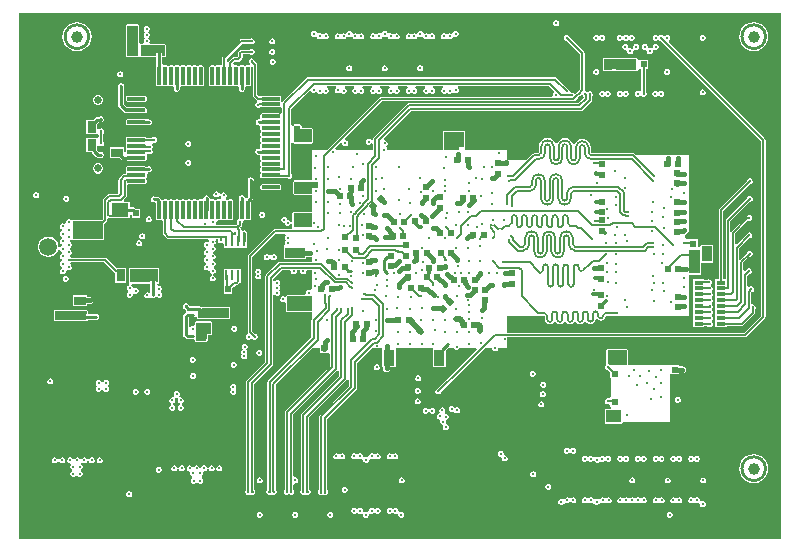
<source format=gbl>
G04*
G04 #@! TF.GenerationSoftware,Altium Limited,Altium Designer,21.4.1 (30)*
G04*
G04 Layer_Physical_Order=10*
G04 Layer_Color=16711680*
%FSLAX25Y25*%
%MOIN*%
G70*
G04*
G04 #@! TF.SameCoordinates,690C2B1C-B9AF-4ECE-B77D-8E73C62371D7*
G04*
G04*
G04 #@! TF.FilePolarity,Positive*
G04*
G01*
G75*
%ADD10C,0.01000*%
%ADD13C,0.00500*%
%ADD14C,0.00600*%
%ADD55R,0.09843X0.09843*%
%ADD60C,0.05906*%
%ADD62C,0.00700*%
%ADD65R,0.02953X0.03937*%
%ADD67R,0.05315X0.03740*%
%ADD84R,0.02362X0.02362*%
%ADD89R,0.02047X0.02047*%
%ADD90R,0.02362X0.02362*%
%ADD93R,0.02047X0.02047*%
%ADD94R,0.03740X0.05315*%
%ADD95C,0.00800*%
%ADD96C,0.01300*%
%ADD97C,0.01500*%
%ADD98C,0.01200*%
%ADD100C,0.02000*%
%ADD104C,0.02559*%
%ADD105O,0.07087X0.03543*%
%ADD106O,0.08268X0.04134*%
%ADD107C,0.03937*%
%ADD108C,0.01181*%
%ADD116R,0.06693X0.03740*%
%ADD117R,0.02953X0.01575*%
G04:AMPARAMS|DCode=118|XSize=61.42mil|YSize=11.02mil|CornerRadius=1.38mil|HoleSize=0mil|Usage=FLASHONLY|Rotation=0.000|XOffset=0mil|YOffset=0mil|HoleType=Round|Shape=RoundedRectangle|*
%AMROUNDEDRECTD118*
21,1,0.06142,0.00827,0,0,0.0*
21,1,0.05866,0.01102,0,0,0.0*
1,1,0.00276,0.02933,-0.00413*
1,1,0.00276,-0.02933,-0.00413*
1,1,0.00276,-0.02933,0.00413*
1,1,0.00276,0.02933,0.00413*
%
%ADD118ROUNDEDRECTD118*%
G04:AMPARAMS|DCode=119|XSize=61.42mil|YSize=11.02mil|CornerRadius=1.38mil|HoleSize=0mil|Usage=FLASHONLY|Rotation=270.000|XOffset=0mil|YOffset=0mil|HoleType=Round|Shape=RoundedRectangle|*
%AMROUNDEDRECTD119*
21,1,0.06142,0.00827,0,0,270.0*
21,1,0.05866,0.01102,0,0,270.0*
1,1,0.00276,-0.00413,-0.02933*
1,1,0.00276,-0.00413,0.02933*
1,1,0.00276,0.00413,0.02933*
1,1,0.00276,0.00413,-0.02933*
%
%ADD119ROUNDEDRECTD119*%
%ADD120R,0.01024X0.03307*%
%ADD121R,0.06004X0.06693*%
%ADD122R,0.05512X0.04724*%
%ADD123R,0.03937X0.02953*%
%ADD124P,0.02895X4X360.0*%
G36*
X254902Y1003D02*
X1003Y1003D01*
Y161417D01*
Y176162D01*
X254902D01*
Y1003D01*
D02*
G37*
%LPC*%
G36*
X180197Y173890D02*
X179803D01*
X179439Y173740D01*
X179160Y173461D01*
X179009Y173097D01*
Y172703D01*
X179160Y172339D01*
X179439Y172060D01*
X179803Y171909D01*
X180197D01*
X180561Y172060D01*
X180840Y172339D01*
X180990Y172703D01*
Y173097D01*
X180840Y173461D01*
X180561Y173740D01*
X180197Y173890D01*
D02*
G37*
G36*
X134945Y170435D02*
X134551D01*
X134187Y170285D01*
X133908Y170006D01*
X133803Y169752D01*
X133632Y169598D01*
X133157Y169433D01*
X132993Y169501D01*
X132599D01*
X132235Y169350D01*
X132204Y169319D01*
X131812Y169138D01*
X131420Y169319D01*
X131388Y169350D01*
X131024Y169501D01*
X130630D01*
X130266Y169350D01*
X129988Y169071D01*
X129837Y168707D01*
Y168313D01*
X129988Y167949D01*
X130266Y167670D01*
X130630Y167520D01*
X131024D01*
X131388Y167670D01*
X131420Y167702D01*
X131812Y167882D01*
X132204Y167702D01*
X132235Y167670D01*
X132599Y167520D01*
X132993D01*
X133357Y167670D01*
X133636Y167949D01*
X133741Y168203D01*
X133912Y168357D01*
X134386Y168522D01*
X134551Y168454D01*
X134945D01*
X135142Y168536D01*
X135609Y168363D01*
X135778Y168226D01*
X135893Y167949D01*
X136172Y167670D01*
X136536Y167520D01*
X136930D01*
X137294Y167670D01*
X137325Y167702D01*
X137717Y167882D01*
X138109Y167702D01*
X138140Y167670D01*
X138504Y167520D01*
X138898D01*
X139262Y167670D01*
X139541Y167949D01*
X139692Y168313D01*
Y168707D01*
X139541Y169071D01*
X139262Y169350D01*
X138898Y169501D01*
X138504D01*
X138140Y169350D01*
X138109Y169319D01*
X137717Y169138D01*
X137325Y169319D01*
X137294Y169350D01*
X136930Y169501D01*
X136536D01*
X136338Y169419D01*
X135871Y169592D01*
X135702Y169729D01*
X135588Y170006D01*
X135309Y170285D01*
X134945Y170435D01*
D02*
G37*
G36*
X146756D02*
X146362D01*
X145998Y170285D01*
X145719Y170006D01*
X145614Y169752D01*
X145443Y169598D01*
X144968Y169433D01*
X144804Y169501D01*
X144410D01*
X144046Y169350D01*
X144015Y169319D01*
X143623Y169138D01*
X143231Y169319D01*
X143200Y169350D01*
X142835Y169501D01*
X142441D01*
X142077Y169350D01*
X141799Y169071D01*
X141648Y168707D01*
Y168313D01*
X141799Y167949D01*
X142077Y167670D01*
X142441Y167520D01*
X142835D01*
X143200Y167670D01*
X143231Y167702D01*
X143623Y167882D01*
X144015Y167702D01*
X144046Y167670D01*
X144410Y167520D01*
X144804D01*
X145168Y167670D01*
X145447Y167949D01*
X145552Y168203D01*
X145722Y168357D01*
X146197Y168522D01*
X146362Y168454D01*
X146756D01*
X147120Y168605D01*
X147399Y168884D01*
X147549Y169248D01*
Y169642D01*
X147399Y170006D01*
X147120Y170285D01*
X146756Y170435D01*
D02*
G37*
G36*
X111323D02*
X110929D01*
X110565Y170285D01*
X110286Y170006D01*
X110181Y169752D01*
X110010Y169598D01*
X109535Y169433D01*
X109371Y169501D01*
X108977D01*
X108613Y169350D01*
X108581Y169319D01*
X108190Y169138D01*
X107798Y169319D01*
X107766Y169350D01*
X107402Y169501D01*
X107008D01*
X106644Y169350D01*
X106366Y169071D01*
X106215Y168707D01*
Y168313D01*
X106366Y167949D01*
X106644Y167670D01*
X107008Y167520D01*
X107402D01*
X107766Y167670D01*
X107798Y167702D01*
X108190Y167882D01*
X108581Y167702D01*
X108613Y167670D01*
X108977Y167520D01*
X109371D01*
X109735Y167670D01*
X110014Y167949D01*
X110119Y168203D01*
X110290Y168357D01*
X110764Y168522D01*
X110929Y168454D01*
X111323D01*
X111520Y168536D01*
X111987Y168363D01*
X112156Y168226D01*
X112271Y167949D01*
X112550Y167670D01*
X112914Y167520D01*
X113308D01*
X113672Y167670D01*
X113703Y167702D01*
X114095Y167882D01*
X114487Y167702D01*
X114518Y167670D01*
X114882Y167520D01*
X115276D01*
X115640Y167670D01*
X115919Y167949D01*
X116070Y168313D01*
Y168707D01*
X115919Y169071D01*
X115640Y169350D01*
X115276Y169501D01*
X114882D01*
X114518Y169350D01*
X114487Y169319D01*
X114095Y169138D01*
X113703Y169319D01*
X113672Y169350D01*
X113308Y169501D01*
X112914D01*
X112716Y169419D01*
X112249Y169592D01*
X112080Y169729D01*
X111966Y170006D01*
X111687Y170285D01*
X111323Y170435D01*
D02*
G37*
G36*
X123145D02*
X122751D01*
X122387Y170285D01*
X122108Y170006D01*
X122000Y169745D01*
X121829Y169596D01*
X121357Y169428D01*
X121182Y169501D01*
X120788D01*
X120424Y169350D01*
X120393Y169319D01*
X120001Y169138D01*
X119609Y169319D01*
X119577Y169350D01*
X119213Y169501D01*
X118819D01*
X118455Y169350D01*
X118177Y169071D01*
X118026Y168707D01*
Y168313D01*
X118177Y167949D01*
X118455Y167670D01*
X118819Y167520D01*
X119213D01*
X119577Y167670D01*
X119609Y167702D01*
X120001Y167882D01*
X120393Y167702D01*
X120424Y167670D01*
X120788Y167520D01*
X121182D01*
X121546Y167670D01*
X121825Y167949D01*
X121933Y168210D01*
X122104Y168359D01*
X122575Y168527D01*
X122751Y168454D01*
X123145D01*
X123331Y168532D01*
X123801Y168361D01*
X123971Y168218D01*
X124082Y167949D01*
X124361Y167670D01*
X124725Y167520D01*
X125119D01*
X125483Y167670D01*
X125514Y167702D01*
X125906Y167882D01*
X126298Y167702D01*
X126329Y167670D01*
X126693Y167520D01*
X127087D01*
X127452Y167670D01*
X127730Y167949D01*
X127881Y168313D01*
Y168707D01*
X127730Y169071D01*
X127452Y169350D01*
X127087Y169501D01*
X126693D01*
X126329Y169350D01*
X126298Y169319D01*
X125906Y169138D01*
X125514Y169319D01*
X125483Y169350D01*
X125119Y169501D01*
X124725D01*
X124538Y169423D01*
X124069Y169594D01*
X123899Y169737D01*
X123788Y170006D01*
X123509Y170285D01*
X123145Y170435D01*
D02*
G37*
G36*
X195597Y168991D02*
X195203D01*
X194839Y168840D01*
X194808Y168808D01*
X194416Y168628D01*
X194024Y168808D01*
X193992Y168840D01*
X193628Y168991D01*
X193234D01*
X192870Y168840D01*
X192592Y168561D01*
X192441Y168197D01*
Y167803D01*
X192592Y167439D01*
X192870Y167160D01*
X193234Y167009D01*
X193628D01*
X193992Y167160D01*
X194024Y167191D01*
X194416Y167372D01*
X194808Y167191D01*
X194839Y167160D01*
X195203Y167009D01*
X195597D01*
X195961Y167160D01*
X196240Y167439D01*
X196390Y167803D01*
Y168197D01*
X196240Y168561D01*
X195961Y168840D01*
X195597Y168991D01*
D02*
G37*
G36*
X205439D02*
X205045D01*
X204681Y168840D01*
X204290Y168623D01*
X203899Y168840D01*
X203535Y168991D01*
X203141D01*
X202777Y168840D01*
X202660Y168723D01*
X202288Y168620D01*
X201916Y168723D01*
X201799Y168840D01*
X201435Y168991D01*
X201041D01*
X200677Y168840D01*
X200398Y168561D01*
X200248Y168197D01*
Y167803D01*
X200398Y167439D01*
X200677Y167160D01*
X201041Y167009D01*
X201435D01*
X201799Y167160D01*
X201916Y167277D01*
X202288Y167380D01*
X202660Y167277D01*
X202777Y167160D01*
X203141Y167009D01*
X203535D01*
X203899Y167160D01*
X204290Y167377D01*
X204681Y167160D01*
X205045Y167009D01*
X205439D01*
X205803Y167160D01*
X206082Y167439D01*
X206233Y167803D01*
Y168197D01*
X206082Y168561D01*
X205803Y168840D01*
X205439Y168991D01*
D02*
G37*
G36*
X99512Y170435D02*
X99118D01*
X98754Y170285D01*
X98475Y170006D01*
X98324Y169642D01*
Y169248D01*
X98475Y168884D01*
X98754Y168605D01*
X99118Y168454D01*
X99512D01*
X99709Y168536D01*
X100176Y168363D01*
X100345Y168226D01*
X100460Y167949D01*
X100739Y167670D01*
X101103Y167520D01*
X101497D01*
X101861Y167670D01*
X101892Y167702D01*
X102284Y167882D01*
X102676Y167702D01*
X102707Y167670D01*
X103071Y167520D01*
X103465D01*
X103829Y167670D01*
X104108Y167949D01*
X104259Y168313D01*
Y168707D01*
X104108Y169071D01*
X103829Y169350D01*
X103465Y169501D01*
X103071D01*
X102707Y169350D01*
X102676Y169319D01*
X102284Y169138D01*
X101892Y169319D01*
X101861Y169350D01*
X101497Y169501D01*
X101103D01*
X100905Y169419D01*
X100438Y169592D01*
X100269Y169729D01*
X100154Y170006D01*
X99876Y170285D01*
X99512Y170435D01*
D02*
G37*
G36*
X229087Y168991D02*
X228693D01*
X228329Y168840D01*
X228051Y168561D01*
X227900Y168197D01*
Y167803D01*
X228051Y167439D01*
X228329Y167160D01*
X228693Y167009D01*
X229087D01*
X229451Y167160D01*
X229730Y167439D01*
X229881Y167803D01*
Y168197D01*
X229730Y168561D01*
X229451Y168840D01*
X229087Y168991D01*
D02*
G37*
G36*
X183788Y169099D02*
X183394D01*
X183030Y168948D01*
X182751Y168670D01*
X182600Y168306D01*
Y167912D01*
X182751Y167548D01*
X183030Y167269D01*
X183394Y167118D01*
X183572D01*
X188086Y162604D01*
Y150896D01*
X187144Y149954D01*
X187133Y149951D01*
X186901Y149797D01*
X186407Y149302D01*
X186147Y149354D01*
X185868Y149633D01*
X185504Y149783D01*
X185110D01*
X185030Y149751D01*
X184842Y149843D01*
X184490Y150161D01*
Y150409D01*
X184340Y150773D01*
X184061Y151051D01*
X183697Y151202D01*
X183679D01*
X180240Y154641D01*
X179992Y154806D01*
X179700Y154865D01*
X97200D01*
X96907Y154806D01*
X96659Y154641D01*
X96659Y154641D01*
X88780Y146761D01*
X88256Y147057D01*
X88377Y147350D01*
Y148177D01*
X88207Y148589D01*
X87795Y148759D01*
X81929D01*
X81517Y148589D01*
X80938Y148543D01*
X80465Y149017D01*
Y152700D01*
Y156200D01*
Y158980D01*
X80406Y159273D01*
X80240Y159521D01*
X80240Y159521D01*
X79565Y160196D01*
Y160372D01*
X79414Y160736D01*
X79136Y161014D01*
X78772Y161165D01*
X78378D01*
X78013Y161014D01*
X77735Y160736D01*
X77584Y160372D01*
Y159978D01*
X77735Y159614D01*
X77871Y159478D01*
X77924Y159424D01*
X77688Y158903D01*
X77670Y158877D01*
X77601Y158877D01*
X76850D01*
X76721Y158824D01*
X76279Y158738D01*
X75838Y158824D01*
X75709Y158877D01*
X74882D01*
X74470Y158707D01*
X74152Y158707D01*
X73740Y158877D01*
X72913D01*
X72527Y159339D01*
X72521Y159352D01*
X72482Y159601D01*
X72935Y160053D01*
X74045D01*
X74338Y160112D01*
X74586Y160277D01*
X75293Y160985D01*
X75459Y161233D01*
X75517Y161525D01*
Y162560D01*
X77938D01*
X78013Y162485D01*
X78378Y162334D01*
X78772D01*
X79136Y162485D01*
X79414Y162763D01*
X79565Y163127D01*
Y163521D01*
X79414Y163885D01*
X79136Y164164D01*
X78772Y164315D01*
X78378D01*
X78013Y164164D01*
X77938Y164089D01*
X75124D01*
X74832Y164031D01*
X74584Y163865D01*
X74212Y163493D01*
X74046Y163245D01*
X73988Y162952D01*
Y161842D01*
X73728Y161583D01*
X72618D01*
X72325Y161525D01*
X72077Y161359D01*
X70817Y160099D01*
X70754Y160004D01*
X70154Y160187D01*
Y160873D01*
X75384Y166103D01*
X77938D01*
X78013Y166028D01*
X78378Y165877D01*
X78772D01*
X79136Y166028D01*
X79414Y166306D01*
X79565Y166671D01*
Y167065D01*
X79414Y167429D01*
X79136Y167707D01*
X78772Y167858D01*
X78378D01*
X78013Y167707D01*
X77938Y167632D01*
X75068D01*
X74775Y167574D01*
X74527Y167408D01*
X74527Y167408D01*
X68849Y161730D01*
X68683Y161482D01*
X68625Y161190D01*
Y159112D01*
X68044Y158808D01*
X67964Y158824D01*
X67835Y158877D01*
X67008D01*
X66878Y158824D01*
X66437Y158738D01*
X65995Y158824D01*
X65866Y158877D01*
X65039D01*
X64628Y158707D01*
X64457Y158295D01*
Y152429D01*
X64628Y152017D01*
X65039Y151847D01*
X65866D01*
X65995Y151900D01*
X66437Y151986D01*
X66878Y151900D01*
X67008Y151847D01*
X67835D01*
X67964Y151900D01*
X68405Y151986D01*
X68847Y151900D01*
X68976Y151847D01*
X69803D01*
X70214Y152017D01*
X70533Y152017D01*
X70945Y151847D01*
X71772D01*
X71901Y151900D01*
X72342Y151986D01*
X72784Y151900D01*
X72913Y151847D01*
X73740D01*
X73780Y151864D01*
X74373Y151472D01*
X74377Y151462D01*
X74309Y151297D01*
Y150903D01*
X74460Y150539D01*
X74739Y150260D01*
X75103Y150109D01*
X75497D01*
X75861Y150260D01*
X76140Y150539D01*
X76290Y150903D01*
Y151297D01*
X76224Y151457D01*
X76242Y151496D01*
X76815Y151862D01*
X76850Y151847D01*
X77677D01*
X78089Y152017D01*
X78259Y152429D01*
Y158295D01*
X78431Y158603D01*
X78935Y158168D01*
Y156200D01*
Y152700D01*
Y148700D01*
X78993Y148407D01*
X79159Y148159D01*
X80095Y147223D01*
X80095Y147223D01*
X80181Y147165D01*
X80220Y146741D01*
X80218Y146590D01*
X80191Y146492D01*
X79960Y146261D01*
X79809Y145897D01*
Y145503D01*
X79960Y145139D01*
X80239Y144860D01*
X80603Y144709D01*
X80997D01*
X81361Y144860D01*
X81479Y144978D01*
X81517Y144970D01*
X81929Y144800D01*
X87795D01*
X87956Y144866D01*
X88556Y144535D01*
Y143118D01*
X87956Y142787D01*
X87795Y142854D01*
X81929D01*
X81517Y142683D01*
X81347Y142272D01*
Y141445D01*
X81351Y141435D01*
X81270Y141260D01*
X80927Y140891D01*
X80703D01*
X80339Y140740D01*
X80060Y140461D01*
X79909Y140097D01*
Y139703D01*
X80060Y139339D01*
X80339Y139060D01*
X80703Y138909D01*
X80936D01*
X81273Y138549D01*
X81361Y138370D01*
X81347Y138335D01*
Y137508D01*
X81517Y137096D01*
X81517Y136778D01*
X81347Y136366D01*
Y135539D01*
X81517Y135128D01*
X81517Y134809D01*
X81347Y134398D01*
Y133571D01*
X81517Y133159D01*
X81517Y132841D01*
X81347Y132429D01*
Y131602D01*
X81362Y131565D01*
X81169Y131176D01*
X80940Y131016D01*
X80887Y131038D01*
X80493D01*
X80129Y130887D01*
X79851Y130608D01*
X79700Y130244D01*
Y129850D01*
X79851Y129486D01*
X80129Y129207D01*
X80493Y129057D01*
X80887D01*
X80940Y129078D01*
X81169Y128919D01*
X81362Y128530D01*
X81347Y128492D01*
Y127665D01*
X81517Y127254D01*
X81517Y126935D01*
X81347Y126524D01*
Y125697D01*
X81517Y125285D01*
X81517Y124967D01*
X81347Y124555D01*
Y123728D01*
X81517Y123317D01*
X81517Y122998D01*
X81347Y122587D01*
Y121760D01*
X81517Y121348D01*
X81929Y121178D01*
X87795D01*
X88207Y121348D01*
X88209Y121354D01*
X90334D01*
X90464Y121224D01*
X90828Y121073D01*
X91222D01*
X91586Y121224D01*
X91865Y121503D01*
X92016Y121867D01*
Y122261D01*
X91865Y122625D01*
X91790Y122700D01*
Y133100D01*
X92367Y133156D01*
X92494Y132850D01*
X92800Y132723D01*
X98500D01*
X98806Y132850D01*
X98933Y133156D01*
Y137556D01*
X98806Y137862D01*
X98500Y137989D01*
X95233D01*
Y138756D01*
X95106Y139062D01*
X94800Y139189D01*
X92800D01*
X92494Y139062D01*
X92367Y138756D01*
X91790Y138812D01*
Y144186D01*
X97791Y150187D01*
X98460Y150139D01*
X98739Y149860D01*
X99103Y149709D01*
X99497D01*
X99810Y149839D01*
X99861Y149860D01*
X99861D01*
X100454Y149839D01*
X100570Y149729D01*
X100739Y149560D01*
X101103Y149409D01*
X101497D01*
X101861Y149560D01*
X101892Y149591D01*
X102284Y149772D01*
X102676Y149591D01*
X102707Y149560D01*
X103071Y149409D01*
X103465D01*
X103829Y149560D01*
X104108Y149839D01*
X104259Y150203D01*
Y150597D01*
X104108Y150961D01*
X103829Y151240D01*
X103599Y151335D01*
X103718Y151935D01*
X106524D01*
X106644Y151338D01*
X106644Y151335D01*
X106366Y151057D01*
X106215Y150693D01*
Y150299D01*
X106366Y149935D01*
X106644Y149656D01*
X107008Y149505D01*
X107402D01*
X107766Y149656D01*
X108249Y149811D01*
X108534Y149639D01*
X108613Y149560D01*
X108977Y149409D01*
X109371D01*
X109735Y149560D01*
X110014Y149839D01*
X110164Y150203D01*
Y150597D01*
X110014Y150961D01*
X109735Y151240D01*
X109504Y151335D01*
X109624Y151935D01*
X112661D01*
X112780Y151335D01*
X112550Y151240D01*
X112271Y150961D01*
X112120Y150597D01*
Y150203D01*
X112271Y149839D01*
X112550Y149560D01*
X112914Y149409D01*
X113308D01*
X113672Y149560D01*
X113703Y149591D01*
X114095Y149772D01*
X114487Y149591D01*
X114518Y149560D01*
X114882Y149409D01*
X115276D01*
X115640Y149560D01*
X115919Y149839D01*
X116070Y150203D01*
Y150597D01*
X115919Y150961D01*
X115640Y151240D01*
X115410Y151335D01*
X115529Y151935D01*
X118567D01*
X118686Y151335D01*
X118455Y151240D01*
X118177Y150961D01*
X118026Y150597D01*
Y150203D01*
X118177Y149839D01*
X118455Y149560D01*
X118819Y149409D01*
X119213D01*
X119577Y149560D01*
X119609Y149591D01*
X120001Y149772D01*
X120393Y149591D01*
X120424Y149560D01*
X120788Y149409D01*
X121182D01*
X121546Y149560D01*
X121825Y149839D01*
X121975Y150203D01*
Y150597D01*
X121825Y150961D01*
X121546Y151240D01*
X121315Y151335D01*
X121435Y151935D01*
X124472D01*
X124592Y151335D01*
X124361Y151240D01*
X124082Y150961D01*
X123931Y150597D01*
Y150203D01*
X124082Y149839D01*
X124361Y149560D01*
X124725Y149409D01*
X125119D01*
X125483Y149560D01*
X125514Y149591D01*
X125906Y149772D01*
X126298Y149591D01*
X126329Y149560D01*
X126693Y149409D01*
X127087D01*
X127452Y149560D01*
X127730Y149839D01*
X127881Y150203D01*
Y150597D01*
X127730Y150961D01*
X127452Y151240D01*
X127221Y151335D01*
X127340Y151935D01*
X130378D01*
X130497Y151335D01*
X130266Y151240D01*
X129988Y150961D01*
X129837Y150597D01*
Y150203D01*
X129988Y149839D01*
X130266Y149560D01*
X130630Y149409D01*
X131024D01*
X131388Y149560D01*
X131420Y149591D01*
X131812Y149772D01*
X132204Y149591D01*
X132235Y149560D01*
X132599Y149409D01*
X132993D01*
X133357Y149560D01*
X133636Y149839D01*
X133786Y150203D01*
Y150597D01*
X133636Y150961D01*
X133357Y151240D01*
X133126Y151335D01*
X133246Y151935D01*
X136283D01*
X136402Y151335D01*
X136172Y151240D01*
X135893Y150961D01*
X135742Y150597D01*
Y150203D01*
X135893Y149839D01*
X136172Y149560D01*
X136536Y149409D01*
X136930D01*
X137294Y149560D01*
X137325Y149591D01*
X137717Y149772D01*
X138109Y149591D01*
X138140Y149560D01*
X138504Y149409D01*
X138898D01*
X139262Y149560D01*
X139541Y149839D01*
X139692Y150203D01*
Y150597D01*
X139541Y150961D01*
X139262Y151240D01*
X139032Y151335D01*
X139151Y151935D01*
X142295D01*
X142353Y151893D01*
X142318Y151266D01*
X142129Y151188D01*
X141850Y150909D01*
X141700Y150545D01*
Y150151D01*
X141850Y149787D01*
X142129Y149508D01*
X142493Y149357D01*
X142887D01*
X143251Y149508D01*
X143282Y149539D01*
X143620Y149748D01*
X144046Y149560D01*
X144410Y149409D01*
X144804D01*
X145168Y149560D01*
X145261Y149654D01*
X145452Y149838D01*
X146045Y149716D01*
X146303Y149609D01*
X146697D01*
X147061Y149760D01*
X147340Y150039D01*
X147490Y150403D01*
Y150797D01*
X147340Y151161D01*
X147165Y151335D01*
X147286Y151827D01*
X147349Y151935D01*
X177540D01*
X179404Y150070D01*
X179339Y149740D01*
X179060Y149461D01*
X178909Y149097D01*
Y148703D01*
X178421Y148314D01*
X121600D01*
X121327Y148259D01*
X121095Y148105D01*
X103591Y130600D01*
X98700D01*
Y120533D01*
X92800D01*
X92494Y120406D01*
X92367Y120100D01*
Y116100D01*
X92494Y115794D01*
X92800Y115667D01*
X98700D01*
Y109933D01*
X92500D01*
X92194Y109806D01*
X92067Y109500D01*
Y106654D01*
X91490Y106597D01*
X91340Y106961D01*
X91061Y107240D01*
X90697Y107390D01*
X90390D01*
Y107597D01*
X90240Y107961D01*
X89961Y108240D01*
X89597Y108390D01*
X89203D01*
X88839Y108240D01*
X88560Y107961D01*
X88409Y107597D01*
Y107203D01*
X88560Y106839D01*
X88839Y106560D01*
X89203Y106409D01*
X89509D01*
Y106203D01*
X89660Y105839D01*
X89939Y105560D01*
X90303Y105409D01*
X90697D01*
X91061Y105560D01*
X91340Y105839D01*
X91422Y106038D01*
X91490Y106203D01*
X92067Y106146D01*
Y105000D01*
X92144Y104814D01*
X91890Y104214D01*
X86300D01*
X86027Y104159D01*
X85795Y104005D01*
X77495Y95705D01*
X77340Y95473D01*
X77286Y95200D01*
Y70000D01*
X77289Y69985D01*
X77296Y69673D01*
X76943Y69241D01*
X76939Y69240D01*
X76660Y68961D01*
X76509Y68597D01*
Y68203D01*
X76660Y67839D01*
X76939Y67560D01*
X77303Y67409D01*
X77697D01*
X78061Y67560D01*
X78178Y67677D01*
X78550Y67780D01*
X78922Y67677D01*
X79039Y67560D01*
X79403Y67409D01*
X79797D01*
X80161Y67560D01*
X80440Y67839D01*
X80590Y68203D01*
Y68597D01*
X80440Y68961D01*
X80161Y69240D01*
X79797Y69390D01*
X79619D01*
X78714Y70296D01*
Y94904D01*
X86595Y102786D01*
X89704D01*
X89856Y102435D01*
X89887Y102186D01*
X89662Y101961D01*
X89511Y101597D01*
Y101203D01*
X89662Y100839D01*
X89916Y100530D01*
X89662Y100221D01*
X89511Y99856D01*
Y99462D01*
X89584Y99287D01*
X89530Y99177D01*
X89253Y98687D01*
X89253Y98687D01*
X89253Y98687D01*
Y94147D01*
X96746D01*
Y95066D01*
X97861D01*
X98100Y95114D01*
X98604Y94808D01*
X98700Y94695D01*
Y93414D01*
X87900D01*
X87627Y93359D01*
X87395Y93205D01*
X83195Y89005D01*
X83040Y88773D01*
X82986Y88500D01*
Y60034D01*
X76895Y53943D01*
X76740Y53711D01*
X76686Y53438D01*
Y34649D01*
X76699Y34582D01*
Y17459D01*
X76502Y17261D01*
X76351Y16897D01*
Y16503D01*
X76502Y16139D01*
X76780Y15860D01*
X77144Y15709D01*
X77539D01*
X77903Y15860D01*
X78083Y16040D01*
X78263Y15860D01*
X78627Y15709D01*
X79021D01*
X79385Y15860D01*
X79664Y16139D01*
X79815Y16503D01*
Y16897D01*
X79664Y17261D01*
X79427Y17498D01*
Y35174D01*
X79413Y35241D01*
Y52604D01*
X85505Y58695D01*
X85659Y58927D01*
X85713Y59200D01*
Y82201D01*
X86065Y82354D01*
X86313Y82385D01*
X86539Y82160D01*
X86903Y82009D01*
X87297D01*
X87661Y82160D01*
X87940Y82439D01*
X88090Y82803D01*
Y83197D01*
X87940Y83561D01*
X87676Y83825D01*
X87940Y84089D01*
X88090Y84453D01*
Y84847D01*
X87940Y85211D01*
X87676Y85475D01*
X87940Y85739D01*
X88090Y86103D01*
Y86497D01*
X87940Y86861D01*
X87661Y87140D01*
X87297Y87291D01*
X86903D01*
X86539Y87140D01*
X86313Y86914D01*
X86065Y86946D01*
X85713Y87098D01*
Y87666D01*
X88734Y90686D01*
X91416D01*
X91609Y90397D01*
Y90003D01*
X91760Y89639D01*
X92039Y89360D01*
X92403Y89209D01*
X92797D01*
X93161Y89360D01*
X93440Y89639D01*
X93590Y90003D01*
Y90397D01*
X93784Y90686D01*
X94516D01*
X94709Y90397D01*
Y90003D01*
X94860Y89639D01*
X95139Y89360D01*
X95503Y89209D01*
X95897D01*
X96261Y89360D01*
X96540Y89639D01*
X96690Y90003D01*
Y90397D01*
X96884Y90686D01*
X98700D01*
Y84225D01*
X98137Y83940D01*
X97773Y84091D01*
X97379D01*
X97015Y83940D01*
X97000Y83925D01*
D01*
X96736Y83661D01*
X96586Y83297D01*
Y82903D01*
X96736Y82539D01*
X96775Y82500D01*
X96417D01*
X96258Y82233D01*
X90400D01*
X90094Y82106D01*
X90049Y82000D01*
X89737Y81769D01*
X89367Y81720D01*
X89197Y81791D01*
X88803D01*
X88439Y81640D01*
X88160Y81361D01*
X88009Y80997D01*
Y80603D01*
X88160Y80239D01*
X88439Y79960D01*
X88803Y79809D01*
X89197D01*
X89367Y79880D01*
X89872Y79629D01*
X89967Y79528D01*
Y76950D01*
X90094Y76644D01*
X90400Y76517D01*
X98500D01*
X98700Y76383D01*
Y74348D01*
X98695Y74343D01*
X98540Y74111D01*
X98486Y73838D01*
Y68234D01*
X83986Y53733D01*
X83831Y53502D01*
X83776Y53229D01*
Y17459D01*
X83579Y17261D01*
X83428Y16897D01*
Y16503D01*
X83579Y16139D01*
X83858Y15860D01*
X84222Y15709D01*
X84616D01*
X84980Y15860D01*
X85160Y16040D01*
X85340Y15860D01*
X85704Y15709D01*
X86098D01*
X86462Y15860D01*
X86741Y16139D01*
X86892Y16503D01*
Y16897D01*
X86741Y17261D01*
X86504Y17498D01*
Y52395D01*
X98809Y64700D01*
X101376D01*
Y63041D01*
X104223D01*
X104586Y62591D01*
Y58496D01*
X89785Y43695D01*
X89631Y43464D01*
X89577Y43190D01*
Y17459D01*
X89379Y17261D01*
X89228Y16897D01*
Y16503D01*
X89379Y16139D01*
X89658Y15860D01*
X90022Y15709D01*
X90416D01*
X90780Y15860D01*
X90960Y16040D01*
X91140Y15860D01*
X91504Y15709D01*
X91898D01*
X92263Y15860D01*
X92541Y16139D01*
X92692Y16503D01*
Y16897D01*
X92541Y17261D01*
X92304Y17498D01*
Y19095D01*
X92871Y19509D01*
X93265D01*
X93629Y19660D01*
X93908Y19939D01*
X94059Y20303D01*
Y20697D01*
X93908Y21061D01*
X93629Y21340D01*
X93265Y21490D01*
X92871D01*
X92304Y21905D01*
Y42356D01*
X107086Y57138D01*
X107165Y57135D01*
X107686Y56947D01*
Y55196D01*
X95284Y42793D01*
X95129Y42562D01*
X95075Y42289D01*
Y17459D01*
X94877Y17261D01*
X94727Y16897D01*
Y16503D01*
X94877Y16139D01*
X95156Y15860D01*
X95520Y15709D01*
X95914D01*
X96278Y15860D01*
X96459Y16040D01*
X96639Y15860D01*
X97003Y15709D01*
X97397D01*
X97761Y15860D01*
X98040Y16139D01*
X98190Y16503D01*
Y16897D01*
X98040Y17261D01*
X97802Y17498D01*
Y41455D01*
X110205Y53857D01*
X110286Y53979D01*
X110821Y53905D01*
X110886Y53879D01*
Y51996D01*
X101205Y42314D01*
X101050Y42083D01*
X100996Y41809D01*
Y29222D01*
X100996Y29222D01*
Y17498D01*
X100759Y17261D01*
X100608Y16897D01*
Y16503D01*
X100759Y16139D01*
X100931Y15966D01*
X100939Y15927D01*
X101094Y15695D01*
X101325Y15540D01*
X101598Y15486D01*
X101871Y15540D01*
X102103Y15695D01*
X102748Y15581D01*
X102808Y15540D01*
X103081Y15486D01*
X103354Y15540D01*
X103586Y15695D01*
X103740Y15927D01*
X103748Y15966D01*
X103921Y16139D01*
X104071Y16503D01*
Y16897D01*
X103921Y17261D01*
X103723Y17459D01*
Y28684D01*
X103723Y28684D01*
Y40975D01*
X113405Y50657D01*
X113559Y50888D01*
X113613Y51161D01*
Y59704D01*
X117921Y64012D01*
X118062Y64106D01*
X118656Y64700D01*
X121457D01*
X121957Y64457D01*
Y58342D01*
X122327D01*
Y57800D01*
X122416Y57351D01*
X122671Y56971D01*
X123051Y56717D01*
X123500Y56627D01*
X123949Y56717D01*
X124329Y56971D01*
X124583Y57351D01*
X124672Y57800D01*
Y58342D01*
X126497D01*
Y64457D01*
X126996Y64700D01*
X138342D01*
X138841Y64457D01*
Y58342D01*
X143382D01*
Y64084D01*
X143998Y64700D01*
X145993D01*
X146060Y64539D01*
X146339Y64260D01*
X146703Y64109D01*
X147097D01*
X147461Y64260D01*
X147740Y64539D01*
X147806Y64700D01*
X153434D01*
X153664Y64146D01*
X147659Y58141D01*
X147659Y58141D01*
X147659Y58141D01*
X140709Y51191D01*
X140603D01*
X140239Y51040D01*
X139960Y50761D01*
X139809Y50397D01*
Y50003D01*
X139960Y49639D01*
X140239Y49360D01*
X140603Y49209D01*
X140997D01*
X141361Y49360D01*
X141640Y49639D01*
X141790Y50003D01*
Y50109D01*
X148740Y57059D01*
X148740Y57059D01*
X156381Y64700D01*
X158809D01*
Y64403D01*
X158960Y64039D01*
X159239Y63760D01*
X159603Y63609D01*
X159997D01*
X160361Y63760D01*
X160640Y64039D01*
X160790Y64403D01*
Y64700D01*
X163800D01*
Y68135D01*
X242900D01*
X243193Y68193D01*
X243441Y68359D01*
X249640Y74559D01*
X249640Y74559D01*
X249806Y74807D01*
X249865Y75100D01*
Y133900D01*
X249806Y134193D01*
X249640Y134441D01*
X217591Y166490D01*
X217640Y167160D01*
X217919Y167439D01*
X218070Y167803D01*
Y168197D01*
X217919Y168561D01*
X217640Y168840D01*
X217276Y168991D01*
X216882D01*
X216518Y168840D01*
X216416Y168737D01*
X216040Y168622D01*
X215663Y168737D01*
X215561Y168840D01*
X215197Y168991D01*
X214803D01*
X214439Y168840D01*
X214079Y168612D01*
X213719Y168840D01*
X213354Y168991D01*
X212961D01*
X212596Y168840D01*
X212318Y168561D01*
X212167Y168197D01*
Y167803D01*
X212318Y167439D01*
X212596Y167160D01*
X212961Y167009D01*
X213354D01*
X213719Y167160D01*
X214079Y167387D01*
X214439Y167160D01*
X214803Y167009D01*
X214909D01*
X248335Y133583D01*
Y75417D01*
X242583Y69665D01*
X163800D01*
Y75300D01*
X176264D01*
Y74199D01*
X176247D01*
X176371Y73575D01*
X176725Y73045D01*
X177254Y72692D01*
X177879Y72567D01*
X178503Y72692D01*
X179032Y73045D01*
X179245Y73364D01*
X179253Y73367D01*
X179904D01*
X179912Y73364D01*
X180125Y73045D01*
X180654Y72692D01*
X181279Y72567D01*
X181903Y72692D01*
X182432Y73045D01*
X182645Y73364D01*
X182653Y73367D01*
X183304D01*
X183312Y73364D01*
X183525Y73045D01*
X184054Y72692D01*
X184679Y72567D01*
X185303Y72692D01*
X185832Y73045D01*
X186045Y73364D01*
X186053Y73367D01*
X186704D01*
X186712Y73364D01*
X186925Y73045D01*
X187454Y72692D01*
X188079Y72567D01*
X188703Y72692D01*
X189232Y73045D01*
X189445Y73364D01*
X189453Y73367D01*
X190104D01*
X190112Y73364D01*
X190325Y73045D01*
X190854Y72692D01*
X191479Y72567D01*
X192103Y72692D01*
X192632Y73045D01*
X192986Y73575D01*
X193091Y74106D01*
X193382Y74241D01*
X193693Y74286D01*
X193725Y74238D01*
X194254Y73885D01*
X194879Y73760D01*
X195503Y73885D01*
X196032Y74238D01*
X196386Y74768D01*
X196492Y75300D01*
X224200D01*
Y88933D01*
X224400Y89067D01*
X228000D01*
X228306Y89194D01*
X228433Y89500D01*
Y93022D01*
X228500Y93067D01*
Y93067D01*
X232000D01*
X232306Y93194D01*
X232433Y93500D01*
Y98500D01*
X232306Y98806D01*
X232000Y98933D01*
X228500D01*
X228194Y98806D01*
X228067Y98500D01*
Y98142D01*
X227881Y98022D01*
X227281Y98347D01*
Y100981D01*
X224200D01*
Y129100D01*
X217327D01*
X217245Y129116D01*
X217163Y129100D01*
X206548D01*
X206243Y129405D01*
X206012Y129559D01*
X205739Y129614D01*
X191650D01*
Y129646D01*
X191612Y129662D01*
X191596Y129700D01*
X191564D01*
Y131456D01*
X191574D01*
X191478Y132187D01*
X191196Y132869D01*
X190747Y133453D01*
X190162Y133902D01*
X189481Y134184D01*
X188750Y134281D01*
X188019Y134184D01*
X187338Y133902D01*
X186753Y133453D01*
X186304Y132869D01*
X186231Y132691D01*
X185581D01*
X185396Y133139D01*
X184947Y133724D01*
X184362Y134173D01*
X183681Y134455D01*
X182950Y134551D01*
X182219Y134455D01*
X181538Y134173D01*
X180953Y133724D01*
X180504Y133139D01*
X180375Y132826D01*
X179725D01*
X179596Y133139D01*
X179147Y133724D01*
X178562Y134173D01*
X177881Y134455D01*
X177150Y134551D01*
X176419Y134455D01*
X175738Y134173D01*
X175153Y133724D01*
X174704Y133139D01*
X174422Y132458D01*
X174326Y131727D01*
X174336D01*
Y129700D01*
X174304D01*
X174288Y129662D01*
X174250Y129646D01*
Y129614D01*
X172761D01*
X172488Y129559D01*
X172257Y129405D01*
X170152Y127300D01*
X164148D01*
X164129Y127329D01*
X163800Y127549D01*
Y130600D01*
X149640D01*
X149506Y131194D01*
X149633Y131500D01*
Y136500D01*
X149506Y136806D01*
X149200Y136933D01*
X142700D01*
X142394Y136806D01*
X142267Y136500D01*
Y130600D01*
X123803D01*
Y130897D01*
X123652Y131261D01*
X123503Y131410D01*
X123438Y131808D01*
X123515Y132130D01*
X123682Y132297D01*
X123833Y132661D01*
Y133055D01*
X123682Y133419D01*
X123404Y133698D01*
X123040Y133849D01*
X122945D01*
X122696Y134449D01*
X131734Y143486D01*
X188257D01*
X188531Y143541D01*
X188762Y143695D01*
X191733Y146666D01*
X191888Y146898D01*
X191942Y147171D01*
Y148441D01*
X192140Y148639D01*
X192290Y149003D01*
Y149397D01*
X192140Y149761D01*
X191861Y150040D01*
X191497Y150190D01*
X191103D01*
X190739Y150040D01*
X190559Y149859D01*
X190378Y150040D01*
X190014Y150190D01*
X189547Y150573D01*
X189514Y150745D01*
Y162900D01*
X189459Y163173D01*
X189304Y163405D01*
X184582Y168127D01*
Y168306D01*
X184431Y168670D01*
X184152Y168948D01*
X183788Y169099D01*
D02*
G37*
G36*
X85622Y167851D02*
X85228D01*
X84864Y167700D01*
X84585Y167422D01*
X84434Y167058D01*
Y166664D01*
X84585Y166299D01*
X84864Y166021D01*
X85228Y165870D01*
X85622D01*
X85986Y166021D01*
X86265Y166299D01*
X86416Y166664D01*
Y167058D01*
X86265Y167422D01*
X85986Y167700D01*
X85622Y167851D01*
D02*
G37*
G36*
X213397Y165990D02*
X213003D01*
X212639Y165840D01*
X212360Y165561D01*
X212209Y165197D01*
Y164803D01*
X212213Y164794D01*
X212126Y164681D01*
X211729Y164394D01*
X211497Y164490D01*
X211103D01*
X210917Y164604D01*
X210590Y164928D01*
Y165197D01*
X210440Y165561D01*
X210161Y165840D01*
X209797Y165990D01*
X209403D01*
X209039Y165840D01*
X208760Y165561D01*
X208609Y165197D01*
Y164803D01*
X208760Y164439D01*
X209039Y164160D01*
X209403Y164009D01*
X209797D01*
X209983Y163896D01*
X210309Y163572D01*
Y163303D01*
X210460Y162939D01*
X210739Y162660D01*
X211103Y162509D01*
X211497D01*
X211861Y162660D01*
X212140Y162939D01*
X212290Y163303D01*
Y163697D01*
X212287Y163706D01*
X212374Y163819D01*
X212771Y164106D01*
X213003Y164009D01*
X213397D01*
X213761Y164160D01*
X214040Y164439D01*
X214190Y164803D01*
Y165197D01*
X214040Y165561D01*
X213761Y165840D01*
X213397Y165990D01*
D02*
G37*
G36*
X206897D02*
X206503D01*
X206139Y165840D01*
X205860Y165561D01*
X205709Y165197D01*
Y164803D01*
X205713Y164794D01*
X205626Y164681D01*
X205229Y164394D01*
X204997Y164490D01*
X204603D01*
X204417Y164604D01*
X204090Y164928D01*
Y165197D01*
X203940Y165561D01*
X203661Y165840D01*
X203297Y165990D01*
X202903D01*
X202539Y165840D01*
X202260Y165561D01*
X202109Y165197D01*
Y164803D01*
X202260Y164439D01*
X202539Y164160D01*
X202903Y164009D01*
X203297D01*
X203483Y163896D01*
X203809Y163572D01*
Y163303D01*
X203960Y162939D01*
X204239Y162660D01*
X204603Y162509D01*
X204997D01*
X205361Y162660D01*
X205640Y162939D01*
X205790Y163303D01*
Y163697D01*
X205787Y163706D01*
X205874Y163819D01*
X206271Y164106D01*
X206503Y164009D01*
X206897D01*
X207261Y164160D01*
X207540Y164439D01*
X207690Y164803D01*
Y165197D01*
X207540Y165561D01*
X207261Y165840D01*
X206897Y165990D01*
D02*
G37*
G36*
X245900Y173279D02*
X244637Y173112D01*
X243460Y172625D01*
X242450Y171850D01*
X241675Y170839D01*
X241187Y169663D01*
X241021Y168400D01*
X241187Y167137D01*
X241675Y165961D01*
X242450Y164950D01*
X243460Y164175D01*
X244637Y163687D01*
X245900Y163521D01*
X247163Y163687D01*
X248339Y164175D01*
X249350Y164950D01*
X250125Y165961D01*
X250612Y167137D01*
X250779Y168400D01*
X250612Y169663D01*
X250125Y170839D01*
X249350Y171850D01*
X248339Y172625D01*
X247163Y173112D01*
X245900Y173279D01*
D02*
G37*
G36*
X20300D02*
X19037Y173112D01*
X17860Y172625D01*
X16850Y171850D01*
X16075Y170839D01*
X15587Y169663D01*
X15421Y168400D01*
X15587Y167137D01*
X16075Y165961D01*
X16850Y164950D01*
X17860Y164175D01*
X19037Y163687D01*
X20300Y163521D01*
X21563Y163687D01*
X22739Y164175D01*
X23750Y164950D01*
X24525Y165961D01*
X25012Y167137D01*
X25179Y168400D01*
X25012Y169663D01*
X24525Y170839D01*
X23750Y171850D01*
X22739Y172625D01*
X21563Y173112D01*
X20300Y173279D01*
D02*
G37*
G36*
X85622Y164308D02*
X85228D01*
X84864Y164157D01*
X84585Y163878D01*
X84434Y163514D01*
Y163120D01*
X84585Y162756D01*
X84864Y162478D01*
X85228Y162327D01*
X85622D01*
X85986Y162478D01*
X86265Y162756D01*
X86416Y163120D01*
Y163514D01*
X86265Y163878D01*
X85986Y164157D01*
X85622Y164308D01*
D02*
G37*
G36*
X85697Y161091D02*
X85303D01*
X84939Y160940D01*
X84660Y160661D01*
X84509Y160297D01*
Y159903D01*
X84660Y159539D01*
X84939Y159260D01*
X85303Y159109D01*
X85697D01*
X86061Y159260D01*
X86340Y159539D01*
X86490Y159903D01*
Y160297D01*
X86340Y160661D01*
X86061Y160940D01*
X85697Y161091D01*
D02*
G37*
G36*
X134882Y158935D02*
X134488D01*
X134124Y158785D01*
X133845Y158506D01*
X133694Y158142D01*
Y157748D01*
X133845Y157384D01*
X134124Y157105D01*
X134488Y156954D01*
X134882D01*
X135246Y157105D01*
X135525Y157384D01*
X135675Y157748D01*
Y158142D01*
X135525Y158506D01*
X135246Y158785D01*
X134882Y158935D01*
D02*
G37*
G36*
X111260D02*
X110866D01*
X110502Y158785D01*
X110223Y158506D01*
X110072Y158142D01*
Y157748D01*
X110223Y157384D01*
X110502Y157105D01*
X110866Y156954D01*
X111260D01*
X111624Y157105D01*
X111902Y157384D01*
X112053Y157748D01*
Y158142D01*
X111902Y158506D01*
X111624Y158785D01*
X111260Y158935D01*
D02*
G37*
G36*
X123060Y158835D02*
X122666D01*
X122302Y158685D01*
X122023Y158406D01*
X121872Y158042D01*
Y157648D01*
X122023Y157284D01*
X122302Y157005D01*
X122666Y156854D01*
X123060D01*
X123424Y157005D01*
X123703Y157284D01*
X123853Y157648D01*
Y158042D01*
X123703Y158406D01*
X123424Y158685D01*
X123060Y158835D01*
D02*
G37*
G36*
X217213Y157635D02*
X216819D01*
X216455Y157485D01*
X216177Y157206D01*
X216026Y156842D01*
Y156448D01*
X216177Y156084D01*
X216455Y155805D01*
X216819Y155654D01*
X217213D01*
X217577Y155805D01*
X217856Y156084D01*
X218007Y156448D01*
Y156842D01*
X217856Y157206D01*
X217577Y157485D01*
X217213Y157635D01*
D02*
G37*
G36*
X193591D02*
X193197D01*
X192833Y157485D01*
X192554Y157206D01*
X192404Y156842D01*
Y156448D01*
X192554Y156084D01*
X192833Y155805D01*
X193197Y155654D01*
X193591D01*
X193955Y155805D01*
X194234Y156084D01*
X194385Y156448D01*
Y156842D01*
X194234Y157206D01*
X193955Y157485D01*
X193591Y157635D01*
D02*
G37*
G36*
X34938Y156886D02*
X34544D01*
X34180Y156736D01*
X33901Y156457D01*
X33750Y156093D01*
Y155699D01*
X33901Y155335D01*
X34180Y155056D01*
X34544Y154905D01*
X34938D01*
X35302Y155056D01*
X35581Y155335D01*
X35731Y155699D01*
Y156093D01*
X35581Y156457D01*
X35302Y156736D01*
X34938Y156886D01*
D02*
G37*
G36*
X40700Y172533D02*
X37000D01*
X36694Y172406D01*
X36567Y172100D01*
Y162100D01*
X36694Y161794D01*
X37000Y161667D01*
X40700D01*
X41194Y161694D01*
X41500Y161567D01*
X46818D01*
Y158483D01*
X46740Y158295D01*
Y152429D01*
X46911Y152017D01*
X47323Y151847D01*
X48149D01*
X48279Y151900D01*
X48720Y151986D01*
X49162Y151900D01*
X49291Y151847D01*
X50118D01*
X50529Y152017D01*
X50848Y152017D01*
X51260Y151847D01*
X52086D01*
X52103Y151854D01*
X52573Y151595D01*
X52668Y151438D01*
X52609Y151297D01*
Y150903D01*
X52760Y150539D01*
X53039Y150260D01*
X53403Y150109D01*
X53797D01*
X54161Y150260D01*
X54440Y150539D01*
X54590Y150903D01*
Y151297D01*
X54538Y151423D01*
Y151480D01*
X55138Y151871D01*
X55197Y151847D01*
X56023D01*
X56153Y151900D01*
X56594Y151986D01*
X57036Y151900D01*
X57165Y151847D01*
X57992D01*
X58121Y151900D01*
X58563Y151986D01*
X59004Y151900D01*
X59134Y151847D01*
X59960D01*
X60372Y152017D01*
X60691Y152017D01*
X61102Y151847D01*
X61929D01*
X62340Y152017D01*
X62511Y152429D01*
Y158295D01*
X62340Y158707D01*
X61929Y158877D01*
X61102D01*
X60691Y158707D01*
X60372Y158707D01*
X59960Y158877D01*
X59134D01*
X59004Y158824D01*
X58563Y158738D01*
X58121Y158824D01*
X57992Y158877D01*
X57165D01*
X57036Y158824D01*
X56594Y158738D01*
X56153Y158824D01*
X56023Y158877D01*
X55197D01*
X55067Y158824D01*
X54626Y158738D01*
X54184Y158824D01*
X54055Y158877D01*
X53228D01*
X53099Y158824D01*
X52657Y158738D01*
X52216Y158824D01*
X52086Y158877D01*
X51260D01*
X50848Y158707D01*
X50529Y158707D01*
X50118Y158877D01*
X49291D01*
X49254Y158862D01*
X48654Y159263D01*
Y161567D01*
X49500D01*
X49806Y161694D01*
X49933Y162000D01*
Y165500D01*
X49806Y165806D01*
X49500Y165933D01*
X44682D01*
X44525Y166165D01*
X44379Y166533D01*
X44490Y166803D01*
Y167197D01*
X44340Y167561D01*
X44293Y167608D01*
X44128Y168000D01*
X44293Y168392D01*
X44340Y168439D01*
X44490Y168803D01*
Y169197D01*
X44340Y169561D01*
X44293Y169608D01*
X44128Y170000D01*
X44293Y170392D01*
X44340Y170439D01*
X44490Y170803D01*
Y171197D01*
X44340Y171561D01*
X44061Y171840D01*
X43697Y171991D01*
X43303D01*
X42939Y171840D01*
X42660Y171561D01*
X42509Y171197D01*
Y170803D01*
X42660Y170439D01*
X42707Y170392D01*
X42871Y170000D01*
X42707Y169608D01*
X42660Y169561D01*
X42509Y169197D01*
Y168803D01*
X42660Y168439D01*
X42707Y168392D01*
X42871Y168000D01*
X42707Y167608D01*
X42660Y167561D01*
X42509Y167197D01*
Y166803D01*
X42621Y166533D01*
X42474Y166165D01*
X42318Y165933D01*
X41500D01*
X41133Y166430D01*
Y172100D01*
X41006Y172406D01*
X40700Y172533D01*
D02*
G37*
G36*
X206736Y161415D02*
X196000D01*
X195694Y161288D01*
X195567Y160982D01*
Y157300D01*
X195694Y156994D01*
X196000Y156867D01*
X198554D01*
X198860Y156994D01*
X198984Y157117D01*
X199189Y157202D01*
X199411D01*
X199616Y157117D01*
X199739Y156994D01*
X200045Y156867D01*
X206736D01*
X207042Y156994D01*
X207156Y157271D01*
X207403Y157449D01*
X207648Y157605D01*
X207769Y157605D01*
X208435D01*
Y150414D01*
X207854Y150173D01*
X207808Y150193D01*
X207761Y150240D01*
X207397Y150391D01*
X207003D01*
X206639Y150240D01*
X206360Y149961D01*
X206209Y149597D01*
Y149203D01*
X206360Y148839D01*
X206639Y148560D01*
X207003Y148409D01*
X207397D01*
X207761Y148560D01*
X207808Y148607D01*
X208200Y148772D01*
X208592Y148607D01*
X208639Y148560D01*
X209003Y148409D01*
X209397D01*
X209761Y148560D01*
X210040Y148839D01*
X210190Y149203D01*
Y149597D01*
X210040Y149961D01*
X209964Y150036D01*
Y157605D01*
X210781D01*
Y160767D01*
X207723D01*
X207428Y160881D01*
X207138Y161056D01*
X207042Y161288D01*
X206736Y161415D01*
D02*
G37*
G36*
X215276Y150391D02*
X214882D01*
X214518Y150240D01*
X214487Y150208D01*
X214095Y150028D01*
X213703Y150208D01*
X213672Y150240D01*
X213308Y150391D01*
X212914D01*
X212550Y150240D01*
X212271Y149961D01*
X212120Y149597D01*
Y149203D01*
X212271Y148839D01*
X212550Y148560D01*
X212914Y148409D01*
X213308D01*
X213672Y148560D01*
X213703Y148591D01*
X214095Y148772D01*
X214487Y148591D01*
X214518Y148560D01*
X214882Y148409D01*
X215276D01*
X215640Y148560D01*
X215919Y148839D01*
X216070Y149203D01*
Y149597D01*
X215919Y149961D01*
X215640Y150240D01*
X215276Y150391D01*
D02*
G37*
G36*
X203460D02*
X203066D01*
X202702Y150240D01*
X202671Y150208D01*
X202278Y150028D01*
X201887Y150208D01*
X201855Y150240D01*
X201491Y150391D01*
X201097D01*
X200733Y150240D01*
X200454Y149961D01*
X200304Y149597D01*
Y149203D01*
X200454Y148839D01*
X200733Y148560D01*
X201097Y148409D01*
X201491D01*
X201855Y148560D01*
X201887Y148591D01*
X202278Y148772D01*
X202671Y148591D01*
X202702Y148560D01*
X203066Y148409D01*
X203460D01*
X203824Y148560D01*
X204102Y148839D01*
X204253Y149203D01*
Y149597D01*
X204102Y149961D01*
X203824Y150240D01*
X203460Y150391D01*
D02*
G37*
G36*
X197397D02*
X197003D01*
X196639Y150240D01*
X196300Y150003D01*
X195961Y150240D01*
X195597Y150391D01*
X195203D01*
X194839Y150240D01*
X194560Y149961D01*
X194409Y149597D01*
Y149203D01*
X194560Y148839D01*
X194839Y148560D01*
X195203Y148409D01*
X195597D01*
X195961Y148560D01*
X196300Y148797D01*
X196639Y148560D01*
X197003Y148409D01*
X197397D01*
X197761Y148560D01*
X198040Y148839D01*
X198190Y149203D01*
Y149597D01*
X198040Y149961D01*
X197761Y150240D01*
X197397Y150391D01*
D02*
G37*
G36*
X229097Y150791D02*
X228703D01*
X228339Y150640D01*
X228060Y150361D01*
X227909Y149997D01*
Y149603D01*
X228060Y149239D01*
X228339Y148960D01*
X228703Y148809D01*
X229097D01*
X229461Y148960D01*
X229740Y149239D01*
X229890Y149603D01*
Y149997D01*
X229740Y150361D01*
X229461Y150640D01*
X229097Y150791D01*
D02*
G37*
G36*
X43071Y148759D02*
X37205D01*
X36793Y148589D01*
X36622Y148177D01*
Y147350D01*
X36793Y146939D01*
X37205Y146768D01*
X43071D01*
X43482Y146939D01*
X43653Y147350D01*
Y148177D01*
X43482Y148589D01*
X43071Y148759D01*
D02*
G37*
G36*
X27634Y148894D02*
X26966D01*
X26348Y148639D01*
X25876Y148166D01*
X25620Y147549D01*
Y146881D01*
X25876Y146263D01*
X26348Y145791D01*
X26966Y145535D01*
X27634D01*
X28251Y145791D01*
X28724Y146263D01*
X28979Y146881D01*
Y147549D01*
X28724Y148166D01*
X28251Y148639D01*
X27634Y148894D01*
D02*
G37*
G36*
X35197Y152891D02*
X34803D01*
X34439Y152740D01*
X34160Y152461D01*
X34009Y152097D01*
Y151703D01*
X34082Y151527D01*
Y145600D01*
X34152Y145249D01*
X34351Y144951D01*
X36073Y143229D01*
X36371Y143030D01*
X36722Y142960D01*
X36893D01*
X37205Y142831D01*
X43071D01*
X43482Y143002D01*
X43653Y143413D01*
Y144240D01*
X43482Y144652D01*
X43071Y144822D01*
X37205D01*
X37140Y144796D01*
X37102D01*
X35917Y145980D01*
Y151527D01*
X35990Y151703D01*
Y152097D01*
X35840Y152461D01*
X35561Y152740D01*
X35197Y152891D01*
D02*
G37*
G36*
X44451Y140891D02*
X44057D01*
X43856Y140807D01*
X43259D01*
X43071Y140885D01*
X37205D01*
X36793Y140715D01*
X36622Y140303D01*
Y139476D01*
X36793Y139065D01*
X37205Y138894D01*
X43071D01*
X43259Y138972D01*
X43906D01*
X44057Y138909D01*
X44451D01*
X44815Y139060D01*
X45094Y139339D01*
X45245Y139703D01*
Y140097D01*
X45094Y140461D01*
X44815Y140740D01*
X44451Y140891D01*
D02*
G37*
G36*
X28497Y141790D02*
X28103D01*
X27843Y141683D01*
X27134D01*
X26783Y141613D01*
X26485Y141414D01*
X25739Y140668D01*
X23284D01*
Y135932D01*
X26956D01*
X27037Y135932D01*
X27556Y135737D01*
Y134863D01*
X27037Y134668D01*
X26956Y134668D01*
X23284D01*
Y129931D01*
X25256D01*
X25427Y129675D01*
X26727Y128375D01*
X27025Y128176D01*
X27376Y128106D01*
X27843D01*
X28103Y127998D01*
X28497D01*
X28861Y128149D01*
X29140Y128428D01*
X29290Y128792D01*
Y129186D01*
X29140Y129550D01*
X28861Y129829D01*
X28497Y129980D01*
X28103D01*
X28010Y129941D01*
X27756D01*
X27037Y130660D01*
Y131947D01*
X27637Y132167D01*
X27760Y132044D01*
X28124Y131894D01*
X28518D01*
X28882Y132044D01*
X29161Y132323D01*
X29311Y132687D01*
Y133081D01*
X29161Y133445D01*
X29086Y133520D01*
Y136106D01*
X29240Y136260D01*
X29390Y136624D01*
Y137018D01*
X29240Y137382D01*
X28961Y137661D01*
X28597Y137812D01*
X28203D01*
X27839Y137661D01*
X27637Y137459D01*
X27274Y137525D01*
X27037Y137643D01*
Y139371D01*
X27514Y139848D01*
X28010D01*
X28103Y139809D01*
X28497D01*
X28861Y139960D01*
X29140Y140239D01*
X29290Y140603D01*
Y140997D01*
X29140Y141361D01*
X28861Y141640D01*
X28497Y141790D01*
D02*
G37*
G36*
X46197Y134991D02*
X45803D01*
X45439Y134840D01*
X45348Y134749D01*
X43507D01*
X43482Y134809D01*
X43071Y134980D01*
X37205D01*
X36793Y134809D01*
X36622Y134398D01*
Y133571D01*
X36793Y133159D01*
X36793Y132841D01*
X36622Y132429D01*
Y131602D01*
X36793Y131191D01*
X36793Y130872D01*
X36622Y130461D01*
Y130103D01*
X36022Y129658D01*
X35968Y129674D01*
Y131576D01*
X31231D01*
Y127824D01*
X34611D01*
X35005Y127430D01*
X35303Y127231D01*
X35654Y127161D01*
X37017D01*
X37205Y127083D01*
X43071D01*
X43482Y127254D01*
X43653Y127665D01*
Y128492D01*
X43575Y128679D01*
X43808Y129234D01*
X44090Y129356D01*
X44403Y129227D01*
X44797D01*
X45161Y129377D01*
X45440Y129656D01*
X45590Y130020D01*
Y130414D01*
X45440Y130778D01*
X45259Y130959D01*
X45440Y131139D01*
X45590Y131503D01*
Y131897D01*
X45440Y132261D01*
X45391Y132309D01*
X45388Y132316D01*
X45499Y133000D01*
X45669Y133065D01*
X45803Y133009D01*
X46197D01*
X46561Y133160D01*
X46840Y133439D01*
X46990Y133803D01*
Y134197D01*
X46840Y134561D01*
X46561Y134840D01*
X46197Y134991D01*
D02*
G37*
G36*
X57597Y133691D02*
X57203D01*
X56839Y133540D01*
X56560Y133261D01*
X56409Y132897D01*
Y132503D01*
X56560Y132139D01*
X56839Y131860D01*
X57203Y131709D01*
X57597D01*
X57961Y131860D01*
X58240Y132139D01*
X58390Y132503D01*
Y132897D01*
X58240Y133261D01*
X57961Y133540D01*
X57597Y133691D01*
D02*
G37*
G36*
Y127391D02*
X57203D01*
X56839Y127240D01*
X56560Y126961D01*
X56409Y126597D01*
Y126203D01*
X56560Y125839D01*
X56839Y125560D01*
X57203Y125409D01*
X57597D01*
X57961Y125560D01*
X58240Y125839D01*
X58390Y126203D01*
Y126597D01*
X58240Y126961D01*
X57961Y127240D01*
X57597Y127391D01*
D02*
G37*
G36*
X44472Y125154D02*
X44078D01*
X43851Y125059D01*
X43259D01*
X43071Y125137D01*
X37205D01*
X36793Y124967D01*
X36622Y124555D01*
Y123728D01*
X36793Y123317D01*
X36793Y123082D01*
X36420Y122553D01*
X35980D01*
X35707Y122498D01*
X35475Y122344D01*
X34362Y121230D01*
X34207Y120999D01*
X34153Y120726D01*
Y116199D01*
X34005Y116051D01*
X31099D01*
X30826Y115997D01*
X30595Y115842D01*
X29095Y114343D01*
X28940Y114111D01*
X28886Y113838D01*
Y113693D01*
Y107693D01*
Y107434D01*
X28885Y107433D01*
X19100D01*
X18917Y107357D01*
X18794Y107306D01*
X18161Y107340D01*
X18158Y107341D01*
X17797Y107491D01*
X17403D01*
X17039Y107340D01*
X16760Y107061D01*
X16609Y106697D01*
Y106440D01*
X16364Y106221D01*
X16299Y106180D01*
X16055Y106084D01*
X15797Y106191D01*
X15403D01*
X15039Y106040D01*
X14760Y105761D01*
X14609Y105397D01*
Y105003D01*
X14760Y104639D01*
X15039Y104360D01*
X15305Y104250D01*
X15317Y104179D01*
Y103721D01*
X15305Y103650D01*
X15039Y103540D01*
X14760Y103261D01*
X14609Y102897D01*
Y102503D01*
X14760Y102139D01*
X15039Y101860D01*
X15305Y101750D01*
X15317Y101679D01*
Y101221D01*
X15305Y101150D01*
X15039Y101040D01*
X14760Y100761D01*
X14609Y100397D01*
Y100003D01*
X14760Y99639D01*
X15039Y99360D01*
X15305Y99250D01*
X15317Y99179D01*
Y98721D01*
X15305Y98650D01*
X15039Y98540D01*
X14760Y98261D01*
X14753Y98243D01*
X14153Y98362D01*
Y98841D01*
X13924Y99694D01*
X13483Y100459D01*
X12858Y101083D01*
X12094Y101524D01*
X11241Y101753D01*
X10358D01*
X9506Y101524D01*
X8741Y101083D01*
X8117Y100459D01*
X7676Y99694D01*
X7447Y98841D01*
Y97958D01*
X7676Y97106D01*
X8117Y96341D01*
X8741Y95717D01*
X9506Y95276D01*
X10358Y95047D01*
X11241D01*
X12094Y95276D01*
X12858Y95717D01*
X13483Y96341D01*
X13924Y97106D01*
X14022Y97472D01*
X14435Y97494D01*
X14635Y97441D01*
X14760Y97139D01*
X15039Y96860D01*
X15305Y96750D01*
X15317Y96679D01*
Y96221D01*
X15305Y96150D01*
X15039Y96040D01*
X14760Y95761D01*
X14609Y95397D01*
Y95003D01*
X14760Y94639D01*
X15039Y94360D01*
X15305Y94250D01*
X15317Y94179D01*
Y93721D01*
X15305Y93650D01*
X15039Y93540D01*
X14760Y93261D01*
X14609Y92897D01*
Y92503D01*
X14760Y92139D01*
X15039Y91860D01*
X15305Y91750D01*
X15317Y91679D01*
Y91221D01*
X15305Y91150D01*
X15039Y91040D01*
X14760Y90761D01*
X14609Y90397D01*
Y90003D01*
X14760Y89639D01*
X15039Y89360D01*
X15403Y89209D01*
X15797D01*
X16161Y89360D01*
X16440Y89639D01*
X16590Y90003D01*
Y90260D01*
X16835Y90479D01*
X16901Y90520D01*
X17145Y90616D01*
X17403Y90509D01*
X17797D01*
X18161Y90660D01*
X18440Y90939D01*
X18590Y91303D01*
Y91697D01*
X18440Y92061D01*
X18195Y92306D01*
X18158Y92396D01*
X18125Y93004D01*
X18376Y93235D01*
X29322D01*
X32680Y89878D01*
X32928Y89712D01*
X32963Y89705D01*
Y86431D01*
X36716D01*
Y91168D01*
X33787D01*
X33713Y91183D01*
X33537D01*
X30180Y94541D01*
X29932Y94706D01*
X29639Y94765D01*
X18236D01*
X18161Y94840D01*
X17895Y94950D01*
X17882Y95021D01*
Y95479D01*
X17895Y95550D01*
X18161Y95660D01*
X18440Y95939D01*
X18590Y96303D01*
Y96697D01*
X18440Y97061D01*
X18161Y97340D01*
X17895Y97450D01*
X17882Y97521D01*
Y97979D01*
X17895Y98050D01*
X18161Y98160D01*
X18440Y98439D01*
X18590Y98803D01*
Y99197D01*
X18440Y99561D01*
X18161Y99840D01*
X17895Y99950D01*
X17882Y100021D01*
Y100479D01*
X17895Y100550D01*
X18158Y100659D01*
X18161Y100660D01*
X18794Y100694D01*
X18917Y100643D01*
X19100Y100567D01*
X29000D01*
X29306Y100694D01*
X29433Y101000D01*
Y105962D01*
X30105Y106634D01*
X30259Y106866D01*
X30314Y107139D01*
Y107649D01*
X30892Y107969D01*
X30913Y107966D01*
X31167Y107915D01*
X32665D01*
X32734Y107929D01*
X37883D01*
Y109012D01*
X38483Y109270D01*
X38576Y109181D01*
Y108109D01*
X41423D01*
Y110956D01*
X39874D01*
X39490Y111340D01*
X39192Y111539D01*
X38841Y111609D01*
X37883D01*
Y113453D01*
X36113D01*
X35864Y114053D01*
X36671Y114861D01*
X36826Y115092D01*
X36880Y115365D01*
Y118993D01*
X37205Y119209D01*
X43071D01*
X43482Y119380D01*
X43653Y119791D01*
Y120618D01*
X43482Y121030D01*
X43482Y121348D01*
X43653Y121760D01*
Y122587D01*
X43637Y122624D01*
X43867Y123060D01*
X44056Y123182D01*
X44078Y123172D01*
X44472D01*
X44837Y123323D01*
X45115Y123602D01*
X45266Y123966D01*
Y124360D01*
X45115Y124724D01*
X44837Y125003D01*
X44472Y125154D01*
D02*
G37*
G36*
X27634Y126138D02*
X26966D01*
X26348Y125883D01*
X25876Y125410D01*
X25620Y124793D01*
Y124125D01*
X25876Y123507D01*
X26348Y123035D01*
X26966Y122779D01*
X27634D01*
X28251Y123035D01*
X28724Y123507D01*
X28979Y124125D01*
Y124793D01*
X28724Y125410D01*
X28251Y125883D01*
X27634Y126138D01*
D02*
G37*
G36*
X87795Y119232D02*
X81929D01*
X81517Y119061D01*
X81347Y118649D01*
Y117823D01*
X81517Y117411D01*
X81929Y117241D01*
X87795D01*
X88207Y117411D01*
X88377Y117823D01*
Y118649D01*
X88207Y119061D01*
X87795Y119232D01*
D02*
G37*
G36*
X78397Y121590D02*
X78003D01*
X77639Y121440D01*
X77360Y121161D01*
X77209Y120797D01*
Y120403D01*
X77282Y120227D01*
Y115095D01*
X76841Y114697D01*
X76624Y114736D01*
X76249Y114896D01*
X76140Y115161D01*
X75861Y115440D01*
X75497Y115591D01*
X75103D01*
X74739Y115440D01*
X74460Y115161D01*
X74309Y114797D01*
Y114403D01*
X74380Y114233D01*
Y113765D01*
X74300Y113571D01*
Y107705D01*
X74269Y107631D01*
X74066Y107546D01*
X73787Y107268D01*
X73636Y106904D01*
Y106510D01*
X73770Y106187D01*
Y105977D01*
X73357Y105565D01*
X66862D01*
X66705Y105797D01*
X66559Y106165D01*
X66671Y106435D01*
Y106613D01*
X66897Y106955D01*
X67199Y107123D01*
X67835D01*
X67964Y107176D01*
X68405Y107262D01*
X68847Y107176D01*
X68976Y107123D01*
X69803D01*
X70214Y107293D01*
X70533Y107293D01*
X70945Y107123D01*
X71772D01*
X72183Y107293D01*
X72354Y107705D01*
Y113571D01*
X72183Y113982D01*
X71772Y114153D01*
X70945D01*
X70533Y113982D01*
X70214Y113982D01*
X69954Y114091D01*
X69855Y114381D01*
X69828Y114567D01*
X69839Y114738D01*
X70040Y114939D01*
X70190Y115303D01*
Y115697D01*
X70040Y116061D01*
X69761Y116340D01*
X69397Y116490D01*
X69003D01*
X68639Y116340D01*
X68363Y116064D01*
X68212Y116046D01*
X67737Y116125D01*
X67640Y116361D01*
X67361Y116640D01*
X66997Y116790D01*
X66603D01*
X66239Y116640D01*
X65960Y116361D01*
X65809Y115997D01*
Y115603D01*
X65960Y115239D01*
X66239Y114960D01*
X66603Y114809D01*
X66997D01*
X67361Y114960D01*
X67637Y115236D01*
X67788Y115254D01*
X68262Y115175D01*
X68360Y114939D01*
X68387Y114911D01*
X68297Y114202D01*
X68036Y114069D01*
X67835Y114153D01*
X67008D01*
X66596Y113982D01*
X66277Y113982D01*
X65866Y114153D01*
X65039D01*
X65009Y114161D01*
X64490Y114575D01*
Y114697D01*
X64340Y115061D01*
X64061Y115340D01*
X63697Y115490D01*
X63303D01*
X62939Y115340D01*
X62660Y115061D01*
X62509Y114697D01*
Y114562D01*
X62014Y114159D01*
X61955Y114142D01*
X61929Y114153D01*
X61102D01*
X60691Y113982D01*
X60372Y113982D01*
X59960Y114153D01*
X59134D01*
X59004Y114099D01*
X58563Y114013D01*
X58121Y114099D01*
X57992Y114153D01*
X57165D01*
X57036Y114099D01*
X56594Y114013D01*
X56153Y114099D01*
X56023Y114153D01*
X55197D01*
X55067Y114099D01*
X54626Y114013D01*
X54184Y114099D01*
X54055Y114153D01*
X53228D01*
X53099Y114099D01*
X52657Y114013D01*
X52216Y114099D01*
X52086Y114153D01*
X51260D01*
X50848Y113982D01*
X50529Y113982D01*
X50118Y114153D01*
X49291D01*
X49162Y114099D01*
X48783Y114026D01*
X48338Y114224D01*
X48334Y114230D01*
X47748Y114816D01*
X47450Y115015D01*
X47099Y115085D01*
X46358D01*
X46098Y115192D01*
X45704D01*
X45340Y115041D01*
X45062Y114763D01*
X44911Y114399D01*
Y114005D01*
X45062Y113640D01*
X45340Y113362D01*
X45704Y113211D01*
X46098D01*
X46141Y113228D01*
X46740Y113015D01*
Y107705D01*
X46911Y107293D01*
X47323Y107123D01*
X48149D01*
X48279Y107176D01*
X48359Y107192D01*
X48940Y106888D01*
Y102795D01*
X48998Y102503D01*
X49164Y102254D01*
X50259Y101159D01*
X50259Y101159D01*
X50507Y100993D01*
X50800Y100935D01*
X64053D01*
X64387Y100377D01*
X64171Y99987D01*
X63909Y99902D01*
X63697Y99990D01*
X63303D01*
X62939Y99840D01*
X62660Y99561D01*
X62509Y99197D01*
Y98803D01*
X62660Y98439D01*
X62939Y98160D01*
X63205Y98050D01*
X63217Y97979D01*
Y97521D01*
X63205Y97450D01*
X62939Y97340D01*
X62660Y97061D01*
X62509Y96697D01*
Y96303D01*
X62660Y95939D01*
X62939Y95660D01*
X63205Y95550D01*
X63217Y95479D01*
Y95021D01*
X63205Y94950D01*
X62939Y94840D01*
X62660Y94561D01*
X62509Y94197D01*
Y93803D01*
X62660Y93439D01*
X62939Y93160D01*
X63205Y93050D01*
X63217Y92979D01*
Y92521D01*
X63205Y92450D01*
X62939Y92340D01*
X62660Y92061D01*
X62509Y91697D01*
Y91303D01*
X62660Y90939D01*
X62939Y90660D01*
X63303Y90509D01*
X63697D01*
X63955Y90616D01*
X63968Y90613D01*
X64329Y90421D01*
X64509Y90260D01*
Y90103D01*
X64660Y89739D01*
X64939Y89460D01*
X65205Y89350D01*
X65217Y89279D01*
Y88821D01*
X65205Y88750D01*
X64939Y88640D01*
X64660Y88361D01*
X64509Y87997D01*
Y87603D01*
X64660Y87239D01*
X64939Y86960D01*
X65303Y86809D01*
X65697D01*
X66061Y86960D01*
X66340Y87239D01*
X66490Y87603D01*
Y87997D01*
X66340Y88361D01*
X66061Y88640D01*
X65795Y88750D01*
X65782Y88821D01*
Y89279D01*
X65795Y89350D01*
X66061Y89460D01*
X66340Y89739D01*
X66490Y90103D01*
Y90497D01*
X66340Y90861D01*
X66061Y91140D01*
X65975Y91175D01*
Y91825D01*
X66061Y91860D01*
X66340Y92139D01*
X66490Y92503D01*
Y92897D01*
X66340Y93261D01*
X66061Y93540D01*
X65795Y93650D01*
X65782Y93721D01*
Y94179D01*
X65795Y94250D01*
X66061Y94360D01*
X66340Y94639D01*
X66490Y95003D01*
Y95397D01*
X66340Y95761D01*
X66061Y96040D01*
X65795Y96150D01*
X65782Y96221D01*
Y96679D01*
X65795Y96750D01*
X66061Y96860D01*
X66340Y97139D01*
X66490Y97503D01*
Y97897D01*
X66340Y98261D01*
X66152Y98448D01*
X66100Y98800D01*
X66152Y99151D01*
X66340Y99339D01*
X66490Y99703D01*
Y100097D01*
X66392Y100335D01*
X66572Y100756D01*
X66664Y100872D01*
X67268Y100858D01*
X67309Y100797D01*
Y100403D01*
X67460Y100039D01*
X67739Y99760D01*
X68103Y99609D01*
X68497D01*
X68635Y99667D01*
X69182Y99379D01*
X69235Y99315D01*
Y98096D01*
X71059D01*
Y98096D01*
X71204D01*
Y98096D01*
X73027D01*
Y98096D01*
X73172D01*
Y98096D01*
X74996D01*
X74996Y98096D01*
X75141D01*
Y98096D01*
X75596Y98096D01*
X76964D01*
Y100120D01*
X76970Y100150D01*
Y102313D01*
X77090Y102603D01*
Y102997D01*
X76940Y103361D01*
X76661Y103640D01*
X76297Y103790D01*
X75903D01*
X75754Y103729D01*
X75220Y104006D01*
X75154Y104080D01*
Y104084D01*
X75096Y104377D01*
X74931Y104625D01*
X74755Y104800D01*
X75076Y105120D01*
X75241Y105368D01*
X75300Y105661D01*
Y105979D01*
X75467Y106146D01*
X75617Y106510D01*
Y106904D01*
X76107Y107228D01*
X76279Y107262D01*
X76721Y107176D01*
X76850Y107123D01*
X77677D01*
X78089Y107293D01*
X78259Y107705D01*
Y113461D01*
X78849Y114051D01*
X79048Y114349D01*
X79117Y114700D01*
Y120227D01*
X79190Y120403D01*
Y120797D01*
X79040Y121161D01*
X78761Y121440D01*
X78397Y121590D01*
D02*
G37*
G36*
X6897Y116590D02*
X6503D01*
X6139Y116440D01*
X5860Y116161D01*
X5709Y115797D01*
Y115403D01*
X5860Y115039D01*
X6139Y114760D01*
X6503Y114609D01*
X6897D01*
X7261Y114760D01*
X7540Y115039D01*
X7690Y115403D01*
Y115797D01*
X7540Y116161D01*
X7261Y116440D01*
X6897Y116590D01*
D02*
G37*
G36*
X16897Y115391D02*
X16503D01*
X16139Y115240D01*
X15860Y114961D01*
X15709Y114597D01*
Y114203D01*
X15860Y113839D01*
X16139Y113560D01*
X16503Y113409D01*
X16897D01*
X17261Y113560D01*
X17540Y113839D01*
X17690Y114203D01*
Y114597D01*
X17540Y114961D01*
X17261Y115240D01*
X16897Y115391D01*
D02*
G37*
G36*
X82206Y109991D02*
X81812D01*
X81448Y109840D01*
X81169Y109561D01*
X81019Y109197D01*
Y108803D01*
X81169Y108439D01*
X81448Y108160D01*
X81812Y108009D01*
X82206D01*
X82570Y108160D01*
X82849Y108439D01*
X83000Y108803D01*
Y109197D01*
X82849Y109561D01*
X82570Y109840D01*
X82206Y109991D01*
D02*
G37*
G36*
X244797Y121191D02*
X244403D01*
X244039Y121040D01*
X243760Y120761D01*
X243609Y120397D01*
Y120147D01*
X234511Y111049D01*
X234368Y110834D01*
X234317Y110580D01*
Y87624D01*
X233104D01*
Y83281D01*
Y79344D01*
Y75407D01*
Y71470D01*
X236857D01*
Y71995D01*
X241857D01*
X242111Y72045D01*
X242326Y72189D01*
X245968Y75831D01*
X246112Y76046D01*
X246163Y76300D01*
Y77462D01*
X246340Y77639D01*
X246490Y78003D01*
Y78397D01*
X246340Y78761D01*
X246061Y79040D01*
X245697Y79190D01*
X245303D01*
X244863Y79658D01*
Y83125D01*
X244947Y83209D01*
X245197D01*
X245561Y83360D01*
X245840Y83639D01*
X245990Y84003D01*
Y84397D01*
X245840Y84761D01*
X245561Y85040D01*
X245197Y85190D01*
X244803D01*
X244439Y85040D01*
X244362Y84964D01*
X243762Y85212D01*
Y88725D01*
X244247Y89209D01*
X244497D01*
X244861Y89360D01*
X245140Y89639D01*
X245290Y90003D01*
Y90397D01*
X245140Y90761D01*
X244861Y91040D01*
X244497Y91190D01*
X244103D01*
X243739Y91040D01*
X243460Y90761D01*
X243321Y90425D01*
X243297Y90389D01*
X243062Y90230D01*
X242462Y90549D01*
Y93125D01*
X244446Y95109D01*
X244697D01*
X245061Y95260D01*
X245340Y95539D01*
X245490Y95903D01*
Y96297D01*
X245340Y96661D01*
X245061Y96940D01*
X244697Y97091D01*
X244303D01*
X243939Y96940D01*
X243660Y96661D01*
X243509Y96297D01*
Y96047D01*
X241462Y94000D01*
X240945Y94160D01*
X240862Y94222D01*
Y97825D01*
X244247Y101209D01*
X244597D01*
X244961Y101360D01*
X245240Y101639D01*
X245390Y102003D01*
Y102397D01*
X245240Y102761D01*
X244961Y103040D01*
X244597Y103191D01*
X244203D01*
X243839Y103040D01*
X243560Y102761D01*
X243409Y102397D01*
Y102247D01*
X240263Y99100D01*
X239663Y99348D01*
Y102725D01*
X244092Y107155D01*
X244203Y107109D01*
X244597D01*
X244961Y107260D01*
X245240Y107539D01*
X245390Y107903D01*
Y108297D01*
X245240Y108661D01*
X244961Y108940D01*
X244597Y109090D01*
X244203D01*
X243839Y108940D01*
X243560Y108661D01*
X243423Y108331D01*
X243333Y108271D01*
X238531Y103469D01*
X238480Y103391D01*
X237880Y103541D01*
Y106742D01*
X244446Y113309D01*
X244697D01*
X245061Y113460D01*
X245340Y113739D01*
X245490Y114103D01*
Y114497D01*
X245340Y114861D01*
X245061Y115140D01*
X244697Y115290D01*
X244303D01*
X243939Y115140D01*
X243660Y114861D01*
X243509Y114497D01*
Y114247D01*
X236748Y107486D01*
X236605Y107271D01*
X236554Y107017D01*
Y87624D01*
X235643D01*
Y110306D01*
X244547Y119209D01*
X244797D01*
X245161Y119360D01*
X245440Y119639D01*
X245590Y120003D01*
Y120397D01*
X245440Y120761D01*
X245161Y121040D01*
X244797Y121191D01*
D02*
G37*
G36*
X44497Y108491D02*
X44103D01*
X43739Y108340D01*
X43460Y108061D01*
X43309Y107697D01*
Y107303D01*
X43460Y106939D01*
X43739Y106660D01*
X44103Y106509D01*
X44497D01*
X44861Y106660D01*
X45140Y106939D01*
X45290Y107303D01*
Y107697D01*
X45140Y108061D01*
X44861Y108340D01*
X44497Y108491D01*
D02*
G37*
G36*
X42306Y102931D02*
X41912D01*
X41548Y102780D01*
X41269Y102502D01*
X41119Y102137D01*
Y101743D01*
X41269Y101379D01*
X41548Y101101D01*
X41912Y100950D01*
X42306D01*
X42670Y101101D01*
X42949Y101379D01*
X43100Y101743D01*
Y102137D01*
X42949Y102502D01*
X42670Y102780D01*
X42306Y102931D01*
D02*
G37*
G36*
X41197Y100490D02*
X40803D01*
X40439Y100340D01*
X40160Y100061D01*
X40009Y99697D01*
Y99303D01*
X40160Y98939D01*
X40439Y98660D01*
X40803Y98509D01*
X41197D01*
X41561Y98660D01*
X41840Y98939D01*
X41990Y99303D01*
Y99697D01*
X41840Y100061D01*
X41561Y100340D01*
X41197Y100490D01*
D02*
G37*
G36*
X86141Y95912D02*
X85747D01*
X85383Y95761D01*
X85104Y95482D01*
X84484D01*
X84205Y95761D01*
X83841Y95912D01*
X83447D01*
X83083Y95761D01*
X82804Y95482D01*
X82653Y95118D01*
Y94724D01*
X82804Y94360D01*
X83083Y94081D01*
X83447Y93930D01*
X83841D01*
X84205Y94081D01*
X84484Y94360D01*
X85104D01*
X85383Y94081D01*
X85747Y93930D01*
X86141D01*
X86505Y94081D01*
X86784Y94360D01*
X86935Y94724D01*
Y95118D01*
X86784Y95482D01*
X86505Y95761D01*
X86141Y95912D01*
D02*
G37*
G36*
X73027Y90904D02*
X73027Y90904D01*
X71204D01*
Y90904D01*
X71059D01*
Y90904D01*
X69235D01*
Y86797D01*
X69343D01*
Y85624D01*
X69244D01*
Y82776D01*
X72091D01*
Y84470D01*
X72597Y84975D01*
X72631D01*
X72995Y85126D01*
X73273Y85405D01*
X73348Y85584D01*
X73486D01*
X73487Y85584D01*
X73799Y85646D01*
X74063Y85823D01*
X74649Y86409D01*
X74649Y86409D01*
X74826Y86674D01*
X74850Y86797D01*
X74996D01*
Y90904D01*
X73627D01*
X73027Y90904D01*
Y90904D01*
D02*
G37*
G36*
X80887Y90991D02*
X80493D01*
X80129Y90840D01*
X79851Y90561D01*
X79700Y90197D01*
Y89803D01*
X79851Y89439D01*
X80040Y89250D01*
X79851Y89061D01*
X79700Y88697D01*
Y88303D01*
X79851Y87939D01*
X80129Y87660D01*
X80493Y87509D01*
X80887D01*
X81252Y87660D01*
X81530Y87939D01*
X81681Y88303D01*
Y88697D01*
X81530Y89061D01*
X81341Y89250D01*
X81530Y89439D01*
X81681Y89803D01*
Y90197D01*
X81530Y90561D01*
X81252Y90840D01*
X80887Y90991D01*
D02*
G37*
G36*
X16697Y88691D02*
X16303D01*
X15939Y88540D01*
X15660Y88261D01*
X15509Y87897D01*
Y87503D01*
X15660Y87139D01*
X15939Y86860D01*
X16303Y86709D01*
X16697D01*
X17061Y86860D01*
X17340Y87139D01*
X17490Y87503D01*
Y87897D01*
X17340Y88261D01*
X17061Y88540D01*
X16697Y88691D01*
D02*
G37*
G36*
X47300Y91433D02*
X38000D01*
X37694Y91306D01*
X37567Y91000D01*
Y86500D01*
X37694Y86194D01*
X37702Y86190D01*
X37703Y85771D01*
X37642Y85566D01*
X37339Y85440D01*
X37060Y85161D01*
X36909Y84797D01*
Y84403D01*
X37060Y84039D01*
X37298Y83801D01*
X37322Y83290D01*
X37317Y83160D01*
X37039Y82881D01*
X36888Y82517D01*
Y82123D01*
X37039Y81759D01*
X37317Y81481D01*
X37681Y81330D01*
X38076D01*
X38440Y81481D01*
X38718Y81759D01*
X38869Y82123D01*
Y82380D01*
X39013Y82534D01*
X39177Y82648D01*
X39421Y82752D01*
X39638Y82662D01*
X40033D01*
X40397Y82813D01*
X40675Y83091D01*
X40826Y83455D01*
Y83850D01*
X40675Y84214D01*
X40397Y84492D01*
X40033Y84643D01*
X39638D01*
X39490Y84582D01*
X39001Y84757D01*
X38844Y84910D01*
X38740Y85161D01*
X38461Y85440D01*
X38395Y85467D01*
X38514Y86067D01*
X44782D01*
Y83465D01*
X44663Y83345D01*
X44182Y83114D01*
X43997Y83191D01*
X43603D01*
X43239Y83040D01*
X42960Y82761D01*
X42809Y82397D01*
Y82003D01*
X42960Y81639D01*
X43239Y81360D01*
X43603Y81209D01*
X43997D01*
X44361Y81360D01*
X44408Y81407D01*
X44696Y81618D01*
X45204Y81433D01*
X45503Y81309D01*
X45897D01*
X46261Y81460D01*
X46325Y81524D01*
X46698Y81680D01*
X47103Y81531D01*
X47157Y81477D01*
X47521Y81326D01*
X47915D01*
X48279Y81477D01*
X48557Y81756D01*
X48708Y82120D01*
Y82514D01*
X48557Y82878D01*
X48395Y83041D01*
X48302Y83321D01*
X48364Y83771D01*
X48484Y83891D01*
X48634Y84255D01*
Y84649D01*
X48484Y85013D01*
X48205Y85291D01*
X47841Y85442D01*
X47552D01*
X47213Y85718D01*
X47040Y85923D01*
X47061Y86024D01*
X47085Y86067D01*
X47300D01*
X47606Y86194D01*
X47733Y86500D01*
Y91000D01*
X47606Y91306D01*
X47300Y91433D01*
D02*
G37*
G36*
X23768Y82237D02*
X19031D01*
Y78484D01*
X23768D01*
Y79327D01*
X24600D01*
X25049Y79417D01*
X25429Y79671D01*
X25683Y80051D01*
X25772Y80500D01*
X25683Y80949D01*
X25429Y81329D01*
X25049Y81583D01*
X24600Y81673D01*
X23768D01*
Y82237D01*
D02*
G37*
G36*
X56797Y79491D02*
X56403D01*
X56039Y79340D01*
X55760Y79061D01*
X55609Y78697D01*
Y78303D01*
X55760Y77939D01*
X56039Y77660D01*
X56215Y77587D01*
X56656Y77146D01*
X56671Y77101D01*
X56668Y76731D01*
X56591Y76436D01*
X56537Y76400D01*
X55951Y75814D01*
X55752Y75516D01*
X55682Y75165D01*
Y69086D01*
X55752Y68735D01*
X55951Y68437D01*
X56537Y67851D01*
X56834Y67652D01*
X57186Y67582D01*
X58627D01*
X58803Y67509D01*
X59197D01*
X59567Y67013D01*
Y67000D01*
X59694Y66694D01*
X60000Y66567D01*
X63340D01*
X63381Y66584D01*
X63425Y66575D01*
X63530Y66645D01*
X63647Y66694D01*
X63664Y66735D01*
X63700Y66759D01*
X63769Y66862D01*
X63794Y66986D01*
X63842Y67103D01*
Y67411D01*
X63900Y67550D01*
Y67636D01*
X63933Y67716D01*
Y68867D01*
X65000D01*
X65306Y68994D01*
X65433Y69300D01*
Y73100D01*
X65306Y73406D01*
X65000Y73533D01*
X60048D01*
X60041Y73533D01*
X60041Y73533D01*
X59962Y73500D01*
X59876Y73500D01*
X59875Y73500D01*
X59815Y73439D01*
X59735Y73406D01*
X59702Y73326D01*
X59641Y73266D01*
X59600Y73166D01*
X59600Y73166D01*
X59600Y73080D01*
X59567Y73000D01*
Y72487D01*
X59197Y71991D01*
X58803D01*
X58439Y71840D01*
X58160Y71561D01*
X58117Y71458D01*
X57517Y71578D01*
Y74785D01*
X57566Y74833D01*
X58629D01*
X58722Y74795D01*
X59116D01*
X59480Y74946D01*
X59667Y75133D01*
X60100Y75039D01*
X60267Y74949D01*
Y74700D01*
X60394Y74394D01*
X60700Y74267D01*
X70900D01*
X71206Y74394D01*
X71333Y74700D01*
Y77800D01*
X71206Y78106D01*
X71168Y78122D01*
Y78137D01*
X71131D01*
X70900Y78233D01*
X62066D01*
X61834Y78137D01*
X61729D01*
X61517Y78349D01*
X61220Y78548D01*
X60868Y78618D01*
X57780D01*
X57512Y78885D01*
X57440Y79061D01*
X57161Y79340D01*
X56797Y79491D01*
D02*
G37*
G36*
X23500Y77433D02*
X13100D01*
X12794Y77306D01*
X12667Y77000D01*
Y73900D01*
X12794Y73594D01*
X12831Y73578D01*
Y73563D01*
X12868D01*
X13100Y73467D01*
X23500D01*
X23731Y73563D01*
X23768D01*
Y73578D01*
X23806Y73594D01*
X23933Y73900D01*
Y74107D01*
X26353D01*
X26613Y73999D01*
X27007D01*
X27371Y74150D01*
X27650Y74429D01*
X27801Y74793D01*
Y75187D01*
X27650Y75551D01*
X27371Y75829D01*
X27007Y75980D01*
X26613D01*
X26521Y75942D01*
X23933D01*
Y77000D01*
X23806Y77306D01*
X23500Y77433D01*
D02*
G37*
G36*
X229376Y87624D02*
X225623D01*
Y83281D01*
Y79344D01*
Y75407D01*
Y71470D01*
X229376D01*
Y71937D01*
X230462D01*
X230639Y71760D01*
X231003Y71609D01*
X231397D01*
X231761Y71760D01*
X232040Y72039D01*
X232190Y72403D01*
Y72797D01*
X232040Y73161D01*
X232000Y73201D01*
X231828Y73593D01*
X232000Y73985D01*
X232040Y74024D01*
X232190Y74389D01*
Y74783D01*
X232040Y75147D01*
X232000Y75187D01*
X231828Y75578D01*
X232000Y75971D01*
X232040Y76010D01*
X232190Y76374D01*
Y76768D01*
X232040Y77132D01*
X232000Y77172D01*
X231828Y77564D01*
X232000Y77956D01*
X232040Y77996D01*
X232190Y78360D01*
Y78754D01*
X232040Y79118D01*
X232000Y79158D01*
X231828Y79550D01*
X232000Y79942D01*
X232040Y79982D01*
X232190Y80346D01*
Y80740D01*
X232040Y81104D01*
X232000Y81144D01*
X231828Y81536D01*
X232000Y81928D01*
X232040Y81967D01*
X232190Y82331D01*
Y82726D01*
X232040Y83090D01*
X232000Y83129D01*
X231828Y83521D01*
X232000Y83913D01*
X232040Y83953D01*
X232190Y84317D01*
Y84711D01*
X232040Y85075D01*
X231800Y85315D01*
X231760Y85367D01*
X231721Y86020D01*
X231740Y86039D01*
X231890Y86403D01*
Y86797D01*
X231740Y87161D01*
X231461Y87440D01*
X231097Y87590D01*
X230703D01*
X230339Y87440D01*
X230162Y87263D01*
X229376D01*
Y87624D01*
D02*
G37*
G36*
X72897Y71991D02*
X72503D01*
X72139Y71840D01*
X71860Y71561D01*
X71709Y71197D01*
Y70803D01*
X71860Y70439D01*
X72139Y70160D01*
X72503Y70009D01*
X72897D01*
X73261Y70160D01*
X73540Y70439D01*
X73690Y70803D01*
Y71197D01*
X73540Y71561D01*
X73261Y71840D01*
X72897Y71991D01*
D02*
G37*
G36*
X81297Y63990D02*
X80903D01*
X80539Y63840D01*
X80260Y63561D01*
X80109Y63197D01*
Y62803D01*
X80260Y62439D01*
X80539Y62160D01*
X80903Y62009D01*
X81297D01*
X81661Y62160D01*
X81940Y62439D01*
X82090Y62803D01*
Y63197D01*
X81940Y63561D01*
X81661Y63840D01*
X81297Y63990D01*
D02*
G37*
G36*
X76383Y65976D02*
X75989D01*
X75625Y65826D01*
X75346Y65547D01*
X75195Y65183D01*
Y64789D01*
X75346Y64425D01*
X75420Y64351D01*
X75539Y64140D01*
X75260Y63861D01*
X75109Y63497D01*
Y63103D01*
X75260Y62739D01*
X75399Y62600D01*
X75260Y62461D01*
X75109Y62097D01*
Y61703D01*
X75260Y61339D01*
X75539Y61060D01*
X75903Y60909D01*
X76297D01*
X76661Y61060D01*
X76940Y61339D01*
X77090Y61703D01*
Y62097D01*
X76940Y62461D01*
X76801Y62600D01*
X76940Y62739D01*
X77090Y63103D01*
Y63497D01*
X76940Y63861D01*
X76866Y63935D01*
X76747Y64146D01*
X77026Y64425D01*
X77176Y64789D01*
Y65183D01*
X77026Y65547D01*
X76747Y65826D01*
X76383Y65976D01*
D02*
G37*
G36*
X59097Y61690D02*
X58703D01*
X58339Y61540D01*
X58060Y61261D01*
X57909Y60897D01*
Y60503D01*
X58060Y60139D01*
X58339Y59860D01*
X58703Y59709D01*
X59097D01*
X59461Y59860D01*
X59740Y60139D01*
X59890Y60503D01*
Y60897D01*
X59740Y61261D01*
X59461Y61540D01*
X59097Y61690D01*
D02*
G37*
G36*
X72697Y59991D02*
X72303D01*
X71939Y59840D01*
X71660Y59561D01*
X71509Y59197D01*
Y58803D01*
X71660Y58439D01*
X71939Y58160D01*
X72303Y58009D01*
X72697D01*
X73061Y58160D01*
X73340Y58439D01*
X73490Y58803D01*
Y59197D01*
X73340Y59561D01*
X73061Y59840D01*
X72697Y59991D01*
D02*
G37*
G36*
X120497Y59190D02*
X120103D01*
X119739Y59040D01*
X119460Y58761D01*
X119309Y58397D01*
Y58003D01*
X119460Y57639D01*
X119739Y57360D01*
X120103Y57209D01*
X120497D01*
X120861Y57360D01*
X121140Y57639D01*
X121290Y58003D01*
Y58397D01*
X121140Y58761D01*
X120861Y59040D01*
X120497Y59190D01*
D02*
G37*
G36*
X172397Y56990D02*
X172003D01*
X171639Y56840D01*
X171360Y56561D01*
X171209Y56197D01*
Y55803D01*
X171360Y55439D01*
X171639Y55160D01*
X172003Y55009D01*
X172397D01*
X172761Y55160D01*
X173040Y55439D01*
X173190Y55803D01*
Y56197D01*
X173040Y56561D01*
X172761Y56840D01*
X172397Y56990D01*
D02*
G37*
G36*
X59197Y56291D02*
X58803D01*
X58439Y56140D01*
X58160Y55861D01*
X58009Y55497D01*
Y55103D01*
X58160Y54739D01*
X58439Y54460D01*
X58803Y54309D01*
X59197D01*
X59561Y54460D01*
X59840Y54739D01*
X59990Y55103D01*
Y55497D01*
X59840Y55861D01*
X59561Y56140D01*
X59197Y56291D01*
D02*
G37*
G36*
X134197Y55490D02*
X133803D01*
X133439Y55340D01*
X133160Y55061D01*
X133009Y54697D01*
Y54303D01*
X133160Y53939D01*
X133439Y53660D01*
X133803Y53509D01*
X134197D01*
X134561Y53660D01*
X134840Y53939D01*
X134990Y54303D01*
Y54697D01*
X134840Y55061D01*
X134561Y55340D01*
X134197Y55490D01*
D02*
G37*
G36*
X30197Y53991D02*
X29803D01*
X29439Y53840D01*
X29160Y53561D01*
X29050Y53295D01*
X28979Y53282D01*
X28521D01*
X28450Y53295D01*
X28340Y53561D01*
X28061Y53840D01*
X27697Y53991D01*
X27303D01*
X26939Y53840D01*
X26660Y53561D01*
X26509Y53197D01*
Y52803D01*
X26660Y52439D01*
X26707Y52392D01*
X26871Y52000D01*
X26707Y51608D01*
X26660Y51561D01*
X26509Y51197D01*
Y50803D01*
X26660Y50439D01*
X26939Y50160D01*
X27303Y50009D01*
X27697D01*
X28061Y50160D01*
X28340Y50439D01*
X28450Y50705D01*
X28521Y50717D01*
X28979D01*
X29050Y50705D01*
X29160Y50439D01*
X29439Y50160D01*
X29803Y50009D01*
X30197D01*
X30561Y50160D01*
X30840Y50439D01*
X30990Y50803D01*
Y51197D01*
X30840Y51561D01*
X30793Y51608D01*
X30628Y52000D01*
X30793Y52392D01*
X30840Y52439D01*
X30990Y52803D01*
Y53197D01*
X30840Y53561D01*
X30561Y53840D01*
X30197Y53991D01*
D02*
G37*
G36*
X11597Y54491D02*
X11203D01*
X10839Y54340D01*
X10560Y54061D01*
X10409Y53697D01*
Y53303D01*
X10560Y52939D01*
X10839Y52660D01*
X11203Y52509D01*
X11597D01*
X11961Y52660D01*
X12240Y52939D01*
X12390Y53303D01*
Y53697D01*
X12240Y54061D01*
X11961Y54340D01*
X11597Y54491D01*
D02*
G37*
G36*
X175897Y53391D02*
X175503D01*
X175139Y53240D01*
X174860Y52961D01*
X174709Y52597D01*
Y52203D01*
X174860Y51839D01*
X175139Y51560D01*
X175503Y51409D01*
X175897D01*
X176261Y51560D01*
X176540Y51839D01*
X176690Y52203D01*
Y52597D01*
X176540Y52961D01*
X176261Y53240D01*
X175897Y53391D01*
D02*
G37*
G36*
X134097Y51291D02*
X133703D01*
X133339Y51140D01*
X133060Y50861D01*
X132909Y50497D01*
Y50103D01*
X133060Y49739D01*
X133339Y49460D01*
X133703Y49309D01*
X134097D01*
X134461Y49460D01*
X134740Y49739D01*
X134890Y50103D01*
Y50497D01*
X134740Y50861D01*
X134461Y51140D01*
X134097Y51291D01*
D02*
G37*
G36*
X43965Y51091D02*
X43571D01*
X43207Y50940D01*
X42929Y50661D01*
X42778Y50297D01*
Y49903D01*
X42929Y49539D01*
X43207Y49260D01*
X43571Y49109D01*
X43965D01*
X44329Y49260D01*
X44608Y49539D01*
X44759Y49903D01*
Y50297D01*
X44608Y50661D01*
X44329Y50940D01*
X43965Y51091D01*
D02*
G37*
G36*
X40097D02*
X39703D01*
X39339Y50940D01*
X39060Y50661D01*
X38909Y50297D01*
Y49903D01*
X39060Y49539D01*
X39339Y49260D01*
X39703Y49109D01*
X40097D01*
X40461Y49260D01*
X40740Y49539D01*
X40890Y49903D01*
Y50297D01*
X40740Y50661D01*
X40461Y50940D01*
X40097Y51091D01*
D02*
G37*
G36*
X72597Y52691D02*
X72203D01*
X71839Y52540D01*
X71560Y52261D01*
X71409Y51897D01*
Y51503D01*
X71560Y51139D01*
Y50561D01*
X71500Y50415D01*
X71409Y50197D01*
Y49803D01*
X71560Y49439D01*
X71839Y49160D01*
X72203Y49009D01*
X72597D01*
X72961Y49160D01*
X73240Y49439D01*
X73390Y49803D01*
Y50197D01*
X73240Y50561D01*
Y51139D01*
X73300Y51285D01*
X73390Y51503D01*
Y51897D01*
X73240Y52261D01*
X72961Y52540D01*
X72597Y52691D01*
D02*
G37*
G36*
X175826Y50219D02*
X175432D01*
X175068Y50068D01*
X174789Y49790D01*
X174638Y49426D01*
Y49032D01*
X174789Y48668D01*
X175068Y48389D01*
X175432Y48238D01*
X175826D01*
X176190Y48389D01*
X176468Y48668D01*
X176619Y49032D01*
Y49426D01*
X176468Y49790D01*
X176190Y50068D01*
X175826Y50219D01*
D02*
G37*
G36*
X220797Y48291D02*
X220403D01*
X220039Y48140D01*
X219760Y47861D01*
X219609Y47497D01*
Y47103D01*
X219760Y46739D01*
X220039Y46460D01*
X220403Y46309D01*
X220797D01*
X221161Y46460D01*
X221440Y46739D01*
X221590Y47103D01*
Y47497D01*
X221440Y47861D01*
X221161Y48140D01*
X220797Y48291D01*
D02*
G37*
G36*
X134097Y47791D02*
X133703D01*
X133339Y47640D01*
X133060Y47361D01*
X132909Y46997D01*
Y46603D01*
X133060Y46239D01*
X133339Y45960D01*
X133703Y45809D01*
X134097D01*
X134461Y45960D01*
X134740Y46239D01*
X134890Y46603D01*
Y46997D01*
X134740Y47361D01*
X134461Y47640D01*
X134097Y47791D01*
D02*
G37*
G36*
X175297Y46791D02*
X174903D01*
X174539Y46640D01*
X174260Y46361D01*
X174109Y45997D01*
Y45603D01*
X174260Y45239D01*
X174539Y44960D01*
X174903Y44809D01*
X175297D01*
X175661Y44960D01*
X175940Y45239D01*
X176090Y45603D01*
Y45997D01*
X175940Y46361D01*
X175661Y46640D01*
X175297Y46791D01*
D02*
G37*
G36*
X138997Y44690D02*
X138603D01*
X138239Y44540D01*
X137960Y44261D01*
X137340D01*
X137061Y44540D01*
X136697Y44690D01*
X136303D01*
X135939Y44540D01*
X135660Y44261D01*
X135509Y43897D01*
Y43503D01*
X135660Y43139D01*
X135939Y42860D01*
X136303Y42709D01*
X136697D01*
X137061Y42860D01*
X137340Y43139D01*
X137960D01*
X138239Y42860D01*
X138603Y42709D01*
X138997D01*
X139361Y42860D01*
X139640Y43139D01*
X139790Y43503D01*
Y43897D01*
X139640Y44261D01*
X139361Y44540D01*
X138997Y44690D01*
D02*
G37*
G36*
X53697Y50291D02*
X53303D01*
X52939Y50140D01*
X52660Y49861D01*
X52509Y49497D01*
Y49103D01*
X52660Y48739D01*
X52744Y48655D01*
X52404Y48146D01*
X52354Y48167D01*
X52297Y48191D01*
X51903D01*
X51539Y48040D01*
X51260Y47761D01*
X51109Y47397D01*
Y47003D01*
X51260Y46639D01*
X51539Y46360D01*
X51805Y46250D01*
X51817Y46179D01*
Y45721D01*
X51805Y45650D01*
X51539Y45540D01*
X51260Y45261D01*
X51109Y44897D01*
Y44503D01*
X51260Y44139D01*
X51539Y43860D01*
X51903Y43709D01*
X52297D01*
X52661Y43860D01*
X52940Y44139D01*
X53090Y44503D01*
Y44897D01*
X52940Y45261D01*
X52661Y45540D01*
X52395Y45650D01*
X52382Y45721D01*
Y46179D01*
X52395Y46250D01*
X52661Y46360D01*
X52940Y46639D01*
X53090Y47003D01*
Y47397D01*
X52940Y47761D01*
X52855Y47845D01*
X53195Y48354D01*
X53246Y48333D01*
X53303Y48309D01*
X53697D01*
X53804Y48354D01*
X54144Y47845D01*
X54106Y47806D01*
X54060Y47761D01*
X53909Y47397D01*
Y47003D01*
X54060Y46639D01*
X54339Y46360D01*
X54605Y46250D01*
X54617Y46179D01*
Y45721D01*
X54605Y45650D01*
X54339Y45540D01*
X54060Y45261D01*
X53909Y44897D01*
Y44503D01*
X54060Y44139D01*
X54339Y43860D01*
X54703Y43709D01*
X55097D01*
X55461Y43860D01*
X55740Y44139D01*
X55890Y44503D01*
Y44897D01*
X55740Y45261D01*
X55461Y45540D01*
X55195Y45650D01*
X55182Y45721D01*
Y46179D01*
X55195Y46250D01*
X55461Y46360D01*
X55740Y46639D01*
X55890Y47003D01*
Y47397D01*
X55740Y47761D01*
X55461Y48040D01*
X55097Y48191D01*
X54703D01*
X54595Y48146D01*
X54255Y48655D01*
X54294Y48693D01*
X54340Y48739D01*
X54490Y49103D01*
Y49497D01*
X54340Y49861D01*
X54061Y50140D01*
X53697Y50291D01*
D02*
G37*
G36*
X145397Y45290D02*
X145003D01*
X144639Y45140D01*
X144360Y44861D01*
X144209Y44497D01*
Y44103D01*
X144360Y43739D01*
X144639Y43460D01*
X145003Y43309D01*
X145397D01*
X145761Y43460D01*
X146150Y43332D01*
X146428Y43053D01*
X146792Y42902D01*
X147186D01*
X147550Y43053D01*
X147829Y43332D01*
X147980Y43696D01*
Y44090D01*
X147829Y44454D01*
X147550Y44732D01*
X147186Y44883D01*
X146792D01*
X146428Y44732D01*
X146040Y44861D01*
X145761Y45140D01*
X145397Y45290D01*
D02*
G37*
G36*
X203500Y64433D02*
X197200D01*
X196894Y64306D01*
X196767Y64000D01*
Y59231D01*
X196800Y59151D01*
X196800Y59065D01*
X196832Y59033D01*
X196631Y58832D01*
X196480Y58468D01*
Y58074D01*
X196631Y57710D01*
X196910Y57431D01*
X197212Y57306D01*
X197919Y56600D01*
Y54519D01*
X198300D01*
Y48723D01*
X197919Y48281D01*
Y48281D01*
X197488Y47872D01*
X197103D01*
X196739Y47721D01*
X196460Y47442D01*
X196309Y47078D01*
Y46684D01*
X196460Y46320D01*
X196739Y46041D01*
X197103Y45891D01*
X197497D01*
X197919Y45416D01*
Y45119D01*
X198300D01*
Y44333D01*
X196700D01*
X196394Y44206D01*
X196267Y43900D01*
Y39800D01*
X196394Y39494D01*
X196700Y39367D01*
X201800D01*
X202106Y39494D01*
X202233Y39800D01*
Y40000D01*
X218000D01*
Y55376D01*
X218076Y55944D01*
X218600Y55944D01*
X220923D01*
Y56127D01*
X222153D01*
X222602Y56217D01*
X222983Y56471D01*
X223237Y56851D01*
X223326Y57300D01*
X223237Y57749D01*
X222983Y58129D01*
X222602Y58383D01*
X222153Y58473D01*
X220923D01*
Y58791D01*
X218555D01*
X218000Y58900D01*
X217521Y58900D01*
X203933D01*
Y64000D01*
X203806Y64306D01*
X203500Y64433D01*
D02*
G37*
G36*
X142328Y44817D02*
X141934D01*
X141570Y44666D01*
X141291Y44388D01*
X141140Y44024D01*
Y43630D01*
X141239Y43391D01*
X141059Y42932D01*
X140943Y42766D01*
X140639Y42640D01*
X140360Y42361D01*
X140209Y41997D01*
Y41603D01*
X140360Y41239D01*
X140639Y40960D01*
X140977Y40820D01*
X141003Y40809D01*
X141408Y40299D01*
X141409Y40214D01*
Y39903D01*
X141560Y39539D01*
X141839Y39260D01*
X141959Y39210D01*
X142216Y38994D01*
X142269Y38509D01*
X142253Y38471D01*
Y38077D01*
X142404Y37713D01*
X142682Y37434D01*
X143046Y37283D01*
X143441D01*
X143805Y37434D01*
X144083Y37713D01*
X144234Y38077D01*
Y38471D01*
X144083Y38835D01*
X143805Y39114D01*
X143684Y39164D01*
X143428Y39380D01*
X143375Y39865D01*
X143390Y39903D01*
Y40297D01*
X143438Y40759D01*
X143738Y40907D01*
X143805Y40934D01*
X144083Y41213D01*
X144234Y41577D01*
Y41971D01*
X144083Y42335D01*
X143805Y42614D01*
X143441Y42764D01*
X143318D01*
X143149Y43007D01*
X143004Y43347D01*
X143121Y43630D01*
Y44024D01*
X142971Y44388D01*
X142692Y44666D01*
X142328Y44817D01*
D02*
G37*
G36*
X185897Y31391D02*
X185503D01*
X185139Y31240D01*
X185022Y31123D01*
X184650Y31019D01*
X184278Y31123D01*
X184161Y31240D01*
X183797Y31391D01*
X183403D01*
X183039Y31240D01*
X182760Y30961D01*
X182609Y30597D01*
Y30203D01*
X182760Y29839D01*
X183039Y29560D01*
X183403Y29409D01*
X183797D01*
X184161Y29560D01*
X184278Y29677D01*
X184650Y29780D01*
X185022Y29677D01*
X185139Y29560D01*
X185503Y29409D01*
X185897D01*
X186261Y29560D01*
X186540Y29839D01*
X186690Y30203D01*
Y30597D01*
X186540Y30961D01*
X186261Y31240D01*
X185897Y31391D01*
D02*
G37*
G36*
X126676Y29491D02*
X126282D01*
X125918Y29340D01*
X125887Y29309D01*
X125495Y29128D01*
X125103Y29309D01*
X125072Y29340D01*
X124708Y29491D01*
X124314D01*
X123950Y29340D01*
X123671Y29061D01*
X123520Y28697D01*
Y28303D01*
X123671Y27939D01*
X123950Y27660D01*
X124314Y27509D01*
X124708D01*
X125072Y27660D01*
X125103Y27691D01*
X125495Y27872D01*
X125887Y27691D01*
X125918Y27660D01*
X126282Y27509D01*
X126676D01*
X127040Y27660D01*
X127319Y27939D01*
X127470Y28303D01*
Y28697D01*
X127319Y29061D01*
X127040Y29340D01*
X126676Y29491D01*
D02*
G37*
G36*
X120771D02*
X120377D01*
X120013Y29340D01*
X119982Y29309D01*
X119590Y29128D01*
X119198Y29309D01*
X119166Y29340D01*
X118802Y29491D01*
X118408D01*
X118044Y29340D01*
X117766Y29061D01*
X117615Y28697D01*
Y28593D01*
X117581Y28549D01*
X117045Y28229D01*
X116897Y28291D01*
X116503D01*
X116213Y28170D01*
X116176Y28179D01*
X115910Y28315D01*
X115659Y28508D01*
Y28697D01*
X115508Y29061D01*
X115229Y29340D01*
X114865Y29491D01*
X114471D01*
X114107Y29340D01*
X114076Y29309D01*
X113684Y29128D01*
X113292Y29309D01*
X113261Y29340D01*
X112897Y29491D01*
X112503D01*
X112139Y29340D01*
X111860Y29061D01*
X111709Y28697D01*
Y28303D01*
X111860Y27939D01*
X112139Y27660D01*
X112503Y27509D01*
X112897D01*
X113261Y27660D01*
X113292Y27691D01*
X113684Y27872D01*
X114076Y27691D01*
X114107Y27660D01*
X114471Y27509D01*
X114865D01*
X115155Y27629D01*
X115192Y27620D01*
X115458Y27485D01*
X115709Y27292D01*
Y27103D01*
X115860Y26739D01*
X116139Y26460D01*
X116503Y26309D01*
X116897D01*
X117261Y26460D01*
X117540Y26739D01*
X117690Y27103D01*
Y27207D01*
X117725Y27251D01*
X118260Y27571D01*
X118408Y27509D01*
X118802D01*
X119166Y27660D01*
X119198Y27691D01*
X119590Y27872D01*
X119982Y27691D01*
X120013Y27660D01*
X120377Y27509D01*
X120771D01*
X121135Y27660D01*
X121414Y27939D01*
X121564Y28303D01*
Y28697D01*
X121414Y29061D01*
X121135Y29340D01*
X120771Y29491D01*
D02*
G37*
G36*
X108960D02*
X108566D01*
X108202Y29340D01*
X108170Y29309D01*
X107779Y29128D01*
X107387Y29309D01*
X107355Y29340D01*
X106991Y29491D01*
X106597D01*
X106233Y29340D01*
X105955Y29061D01*
X105804Y28697D01*
Y28303D01*
X105955Y27939D01*
X106233Y27660D01*
X106597Y27509D01*
X106991D01*
X107355Y27660D01*
X107387Y27691D01*
X107779Y27872D01*
X108170Y27691D01*
X108202Y27660D01*
X108566Y27509D01*
X108960D01*
X109324Y27660D01*
X109602Y27939D01*
X109753Y28303D01*
Y28697D01*
X109602Y29061D01*
X109324Y29340D01*
X108960Y29491D01*
D02*
G37*
G36*
X227165Y28690D02*
X226771D01*
X226407Y28540D01*
X226376Y28508D01*
X225984Y28328D01*
X225592Y28508D01*
X225561Y28540D01*
X225197Y28690D01*
X224803D01*
X224439Y28540D01*
X224160Y28261D01*
X224009Y27897D01*
Y27503D01*
X224160Y27139D01*
X224439Y26860D01*
X224803Y26709D01*
X225197D01*
X225561Y26860D01*
X225592Y26891D01*
X225984Y27072D01*
X226376Y26891D01*
X226407Y26860D01*
X226771Y26709D01*
X227165D01*
X227529Y26860D01*
X227808Y27139D01*
X227959Y27503D01*
Y27897D01*
X227808Y28261D01*
X227529Y28540D01*
X227165Y28690D01*
D02*
G37*
G36*
X221260D02*
X220866D01*
X220502Y28540D01*
X220470Y28508D01*
X220078Y28328D01*
X219687Y28508D01*
X219655Y28540D01*
X219291Y28690D01*
X218897D01*
X218533Y28540D01*
X218255Y28261D01*
X218104Y27897D01*
Y27503D01*
X218255Y27139D01*
X218533Y26860D01*
X218897Y26709D01*
X219291D01*
X219655Y26860D01*
X219687Y26891D01*
X220079Y27072D01*
X220470Y26891D01*
X220502Y26860D01*
X220866Y26709D01*
X221260D01*
X221624Y26860D01*
X221903Y27139D01*
X222053Y27503D01*
Y27897D01*
X221903Y28261D01*
X221624Y28540D01*
X221260Y28690D01*
D02*
G37*
G36*
X215354D02*
X214960D01*
X214596Y28540D01*
X214565Y28508D01*
X214173Y28328D01*
X213781Y28508D01*
X213750Y28540D01*
X213386Y28690D01*
X212992D01*
X212628Y28540D01*
X212349Y28261D01*
X212198Y27897D01*
Y27503D01*
X212349Y27139D01*
X212628Y26860D01*
X212992Y26709D01*
X213386D01*
X213750Y26860D01*
X213781Y26891D01*
X214173Y27072D01*
X214565Y26891D01*
X214596Y26860D01*
X214960Y26709D01*
X215354D01*
X215718Y26860D01*
X215997Y27139D01*
X216148Y27503D01*
Y27897D01*
X215997Y28261D01*
X215718Y28540D01*
X215354Y28690D01*
D02*
G37*
G36*
X203543D02*
X203149D01*
X202785Y28540D01*
X202754Y28508D01*
X202362Y28328D01*
X201970Y28508D01*
X201939Y28540D01*
X201575Y28690D01*
X201181D01*
X200817Y28540D01*
X200538Y28261D01*
X200387Y27897D01*
Y27503D01*
X200538Y27139D01*
X200817Y26860D01*
X201181Y26709D01*
X201575D01*
X201939Y26860D01*
X201970Y26891D01*
X202362Y27072D01*
X202754Y26891D01*
X202785Y26860D01*
X203149Y26709D01*
X203543D01*
X203907Y26860D01*
X204186Y27139D01*
X204337Y27503D01*
Y27897D01*
X204186Y28261D01*
X203907Y28540D01*
X203543Y28690D01*
D02*
G37*
G36*
X197638D02*
X197244D01*
X196880Y28540D01*
X196848Y28508D01*
X196457Y28328D01*
X196064Y28508D01*
X196033Y28540D01*
X195669Y28690D01*
X195275D01*
X194911Y28540D01*
X194806Y28434D01*
X194261Y28240D01*
X193897Y28390D01*
X193503D01*
X193139Y28240D01*
X193064Y28165D01*
X192395Y28248D01*
X192375Y28260D01*
X192375Y28261D01*
X192096Y28540D01*
X191732Y28690D01*
X191338D01*
X190974Y28540D01*
X190943Y28508D01*
X190551Y28328D01*
X190159Y28508D01*
X190128Y28540D01*
X189764Y28690D01*
X189370D01*
X189006Y28540D01*
X188727Y28261D01*
X188576Y27897D01*
Y27503D01*
X188727Y27139D01*
X189006Y26860D01*
X189370Y26709D01*
X189764D01*
X190128Y26860D01*
X190159Y26891D01*
X190551Y27072D01*
X190943Y26891D01*
X190974Y26860D01*
X191338Y26709D01*
X191732D01*
X192096Y26860D01*
X192171Y26935D01*
X192840Y26852D01*
X192860Y26840D01*
X192860Y26839D01*
X193139Y26560D01*
X193503Y26409D01*
X193897D01*
X194261Y26560D01*
X194366Y26665D01*
X194911Y26860D01*
X195275Y26709D01*
X195669D01*
X196033Y26860D01*
X196064Y26891D01*
X196457Y27072D01*
X196848Y26891D01*
X196880Y26860D01*
X197244Y26709D01*
X197638D01*
X198002Y26860D01*
X198281Y27139D01*
X198431Y27503D01*
Y27897D01*
X198281Y28261D01*
X198002Y28540D01*
X197638Y28690D01*
D02*
G37*
G36*
X209449D02*
X209055D01*
X208691Y28540D01*
X208660Y28508D01*
X208267Y28328D01*
X207876Y28508D01*
X207844Y28540D01*
X207480Y28690D01*
X207086D01*
X206722Y28540D01*
X206444Y28261D01*
X206293Y27897D01*
Y27503D01*
X206444Y27139D01*
X206722Y26860D01*
X207086Y26709D01*
X207480D01*
X207844Y26860D01*
X207876Y26891D01*
X208267Y27072D01*
X208660Y26891D01*
X208691Y26860D01*
X209055Y26709D01*
X209449D01*
X209813Y26860D01*
X210091Y27139D01*
X210242Y27503D01*
Y27897D01*
X210091Y28261D01*
X209813Y28540D01*
X209449Y28690D01*
D02*
G37*
G36*
X25497Y28190D02*
X25103D01*
X24739Y28040D01*
X24460Y27761D01*
X24350Y27495D01*
X24279Y27483D01*
X23821D01*
X23750Y27495D01*
X23640Y27761D01*
X23361Y28040D01*
X22997Y28190D01*
X22603D01*
X22239Y28040D01*
X21960Y27761D01*
X21925Y27675D01*
X21275D01*
X21240Y27761D01*
X20961Y28040D01*
X20597Y28190D01*
X20203D01*
X19839Y28040D01*
X19560Y27761D01*
X19524Y27675D01*
X18875D01*
X18840Y27761D01*
X18561Y28040D01*
X18197Y28190D01*
X17803D01*
X17439Y28040D01*
X17160Y27761D01*
X17009Y27397D01*
Y27003D01*
X17160Y26639D01*
X17439Y26360D01*
X17803Y26209D01*
X17960D01*
X18177Y25812D01*
X18247Y25630D01*
X18109Y25297D01*
Y24903D01*
X18260Y24539D01*
X18539Y24260D01*
X18624Y24225D01*
Y23575D01*
X18539Y23540D01*
X18260Y23261D01*
X18109Y22897D01*
Y22503D01*
X18260Y22139D01*
X18539Y21860D01*
X18903Y21709D01*
X19297D01*
X19661Y21860D01*
X19778Y21977D01*
X20150Y22080D01*
X20522Y21977D01*
X20639Y21860D01*
X21003Y21709D01*
X21397D01*
X21761Y21860D01*
X22040Y22139D01*
X22190Y22503D01*
Y22897D01*
X22040Y23261D01*
X21761Y23540D01*
X21675Y23575D01*
Y24225D01*
X21761Y24260D01*
X22040Y24539D01*
X22190Y24903D01*
Y25297D01*
X22040Y25661D01*
X21761Y25940D01*
X21764Y26270D01*
X22239Y26360D01*
X22603Y26209D01*
X22997D01*
X23361Y26360D01*
X23640Y26639D01*
X23750Y26905D01*
X23821Y26917D01*
X24279D01*
X24350Y26905D01*
X24460Y26639D01*
X24739Y26360D01*
X25103Y26209D01*
X25497D01*
X25861Y26360D01*
X26140Y26639D01*
X26290Y27003D01*
Y27397D01*
X26140Y27761D01*
X25861Y28040D01*
X25497Y28190D01*
D02*
G37*
G36*
X15597D02*
X15203D01*
X14839Y28040D01*
X14560Y27761D01*
X14450Y27495D01*
X14379Y27483D01*
X13920D01*
X13850Y27495D01*
X13740Y27761D01*
X13461Y28040D01*
X13097Y28190D01*
X12703D01*
X12339Y28040D01*
X12060Y27761D01*
X11909Y27397D01*
Y27003D01*
X12060Y26639D01*
X12339Y26360D01*
X12703Y26209D01*
X13097D01*
X13461Y26360D01*
X13740Y26639D01*
X13850Y26905D01*
X13920Y26917D01*
X14379D01*
X14450Y26905D01*
X14560Y26639D01*
X14839Y26360D01*
X15203Y26209D01*
X15597D01*
X15961Y26360D01*
X16240Y26639D01*
X16390Y27003D01*
Y27397D01*
X16240Y27761D01*
X15961Y28040D01*
X15597Y28190D01*
D02*
G37*
G36*
X161797Y30290D02*
X161403D01*
X161039Y30140D01*
X160760Y29861D01*
X160609Y29497D01*
Y29103D01*
X160760Y28739D01*
X161039Y28460D01*
X161403Y28309D01*
X161853Y28032D01*
X161909Y27755D01*
Y27603D01*
X162060Y27239D01*
X162339Y26960D01*
X162703Y26809D01*
X163097D01*
X163461Y26960D01*
X163740Y27239D01*
X163890Y27603D01*
Y27997D01*
X163740Y28361D01*
X163461Y28640D01*
X163097Y28791D01*
X162646Y29068D01*
X162590Y29345D01*
Y29497D01*
X162440Y29861D01*
X162161Y30140D01*
X161797Y30290D01*
D02*
G37*
G36*
X28097Y28190D02*
X27703D01*
X27339Y28040D01*
X27060Y27761D01*
X26909Y27397D01*
Y27003D01*
X27060Y26639D01*
X27339Y26360D01*
X27703Y26209D01*
X28097D01*
X28461Y26360D01*
X28740Y26639D01*
X28890Y27003D01*
Y27397D01*
X28740Y27761D01*
X28461Y28040D01*
X28097Y28190D01*
D02*
G37*
G36*
X65397Y25490D02*
X65003D01*
X64639Y25340D01*
X64360Y25061D01*
X64250Y24795D01*
X64179Y24782D01*
X63721D01*
X63650Y24795D01*
X63540Y25061D01*
X63261Y25340D01*
X62897Y25490D01*
X62503D01*
X62139Y25340D01*
X61860Y25061D01*
X61750Y24795D01*
X61679Y24782D01*
X61221D01*
X61150Y24795D01*
X61040Y25061D01*
X60761Y25340D01*
X60397Y25490D01*
X60003D01*
X59639Y25340D01*
X59360Y25061D01*
X58740D01*
X58461Y25340D01*
X58097Y25490D01*
X57703D01*
X57339Y25340D01*
X57060Y25061D01*
X56909Y24697D01*
Y24303D01*
X57060Y23939D01*
X57339Y23660D01*
X57677Y23520D01*
X57703Y23509D01*
X58108Y22999D01*
X58109Y22915D01*
Y22603D01*
X58260Y22239D01*
X58539Y21960D01*
X58675Y21904D01*
X58676Y21255D01*
X58639Y21240D01*
X58360Y20961D01*
X58209Y20597D01*
Y20203D01*
X58360Y19839D01*
X58639Y19560D01*
X59003Y19409D01*
X59397D01*
X59761Y19560D01*
X59948Y19748D01*
X60300Y19800D01*
X60651Y19748D01*
X60839Y19560D01*
X61203Y19409D01*
X61597D01*
X61961Y19560D01*
X62240Y19839D01*
X62390Y20203D01*
Y20597D01*
X62240Y20961D01*
X61961Y21240D01*
X61825Y21296D01*
X61824Y21945D01*
X61861Y21960D01*
X62140Y22239D01*
X62290Y22603D01*
Y22997D01*
X62291Y22998D01*
X62727Y23509D01*
X62897D01*
X63261Y23660D01*
X63540Y23939D01*
X63650Y24205D01*
X63721Y24217D01*
X64179D01*
X64250Y24205D01*
X64360Y23939D01*
X64639Y23660D01*
X65003Y23509D01*
X65397D01*
X65761Y23660D01*
X66040Y23939D01*
X66190Y24303D01*
Y24697D01*
X66040Y25061D01*
X65761Y25340D01*
X65397Y25490D01*
D02*
G37*
G36*
X55497D02*
X55103D01*
X54739Y25340D01*
X54460Y25061D01*
X54350Y24795D01*
X54279Y24782D01*
X53821D01*
X53750Y24795D01*
X53640Y25061D01*
X53361Y25340D01*
X52997Y25490D01*
X52603D01*
X52239Y25340D01*
X51960Y25061D01*
X51809Y24697D01*
Y24303D01*
X51960Y23939D01*
X52239Y23660D01*
X52603Y23509D01*
X52997D01*
X53361Y23660D01*
X53640Y23939D01*
X53750Y24205D01*
X53821Y24217D01*
X54279D01*
X54350Y24205D01*
X54460Y23939D01*
X54739Y23660D01*
X55103Y23509D01*
X55497D01*
X55861Y23660D01*
X56140Y23939D01*
X56290Y24303D01*
Y24697D01*
X56140Y25061D01*
X55861Y25340D01*
X55497Y25490D01*
D02*
G37*
G36*
X67997D02*
X67603D01*
X67239Y25340D01*
X66960Y25061D01*
X66809Y24697D01*
Y24303D01*
X66960Y23939D01*
X67239Y23660D01*
X67603Y23509D01*
X67997D01*
X68361Y23660D01*
X68640Y23939D01*
X68790Y24303D01*
Y24697D01*
X68640Y25061D01*
X68361Y25340D01*
X67997Y25490D01*
D02*
G37*
G36*
X47797Y25091D02*
X47403D01*
X47039Y24940D01*
X46760Y24661D01*
X46609Y24297D01*
Y23903D01*
X46760Y23539D01*
X47039Y23260D01*
X47403Y23109D01*
X47797D01*
X48161Y23260D01*
X48440Y23539D01*
X48590Y23903D01*
Y24297D01*
X48440Y24661D01*
X48161Y24940D01*
X47797Y25091D01*
D02*
G37*
G36*
X172597Y23591D02*
X172203D01*
X171839Y23440D01*
X171560Y23161D01*
X171409Y22797D01*
Y22403D01*
X171560Y22039D01*
X171839Y21760D01*
X172203Y21609D01*
X172597D01*
X172961Y21760D01*
X173240Y22039D01*
X173390Y22403D01*
Y22797D01*
X173240Y23161D01*
X172961Y23440D01*
X172597Y23591D01*
D02*
G37*
G36*
X205593Y21546D02*
X205199D01*
X204835Y21395D01*
X204556Y21116D01*
X204405Y20752D01*
Y20358D01*
X204556Y19994D01*
X204835Y19715D01*
X205199Y19565D01*
X205593D01*
X205957Y19715D01*
X206236Y19994D01*
X206386Y20358D01*
Y20752D01*
X206236Y21116D01*
X205957Y21395D01*
X205593Y21546D01*
D02*
G37*
G36*
X245900Y29279D02*
X244637Y29112D01*
X243460Y28625D01*
X242450Y27850D01*
X241675Y26839D01*
X241187Y25663D01*
X241021Y24400D01*
X241187Y23137D01*
X241675Y21961D01*
X242450Y20950D01*
X243460Y20175D01*
X244637Y19687D01*
X245900Y19521D01*
X247163Y19687D01*
X248339Y20175D01*
X249350Y20950D01*
X250125Y21961D01*
X250612Y23137D01*
X250779Y24400D01*
X250612Y25663D01*
X250125Y26839D01*
X249350Y27850D01*
X248339Y28625D01*
X247163Y29112D01*
X245900Y29279D01*
D02*
G37*
G36*
X128698Y21490D02*
X128304D01*
X127940Y21340D01*
X127662Y21061D01*
X127511Y20697D01*
Y20303D01*
X127662Y19939D01*
X127940Y19660D01*
X128304Y19509D01*
X128698D01*
X129062Y19660D01*
X129341Y19939D01*
X129492Y20303D01*
Y20697D01*
X129341Y21061D01*
X129062Y21340D01*
X128698Y21490D01*
D02*
G37*
G36*
X81454D02*
X81060D01*
X80696Y21340D01*
X80418Y21061D01*
X80267Y20697D01*
Y20303D01*
X80418Y19939D01*
X80696Y19660D01*
X81060Y19509D01*
X81454D01*
X81818Y19660D01*
X82097Y19939D01*
X82248Y20303D01*
Y20697D01*
X82097Y21061D01*
X81818Y21340D01*
X81454Y21490D01*
D02*
G37*
G36*
X229204Y21446D02*
X228810D01*
X228446Y21295D01*
X228167Y21016D01*
X228016Y20652D01*
Y20258D01*
X228167Y19894D01*
X228446Y19615D01*
X228810Y19465D01*
X229204D01*
X229568Y19615D01*
X229847Y19894D01*
X229997Y20258D01*
Y20652D01*
X229847Y21016D01*
X229568Y21295D01*
X229204Y21446D01*
D02*
G37*
G36*
X217393D02*
X216999D01*
X216635Y21295D01*
X216356Y21016D01*
X216205Y20652D01*
Y20258D01*
X216356Y19894D01*
X216635Y19615D01*
X216999Y19465D01*
X217393D01*
X217757Y19615D01*
X218036Y19894D01*
X218186Y20258D01*
Y20652D01*
X218036Y21016D01*
X217757Y21295D01*
X217393Y21446D01*
D02*
G37*
G36*
X177597Y19390D02*
X177203D01*
X176839Y19240D01*
X176560Y18961D01*
X176409Y18597D01*
Y18203D01*
X176560Y17839D01*
X176839Y17560D01*
X177203Y17409D01*
X177597D01*
X177961Y17560D01*
X178240Y17839D01*
X178390Y18203D01*
Y18597D01*
X178240Y18961D01*
X177961Y19240D01*
X177597Y19390D01*
D02*
G37*
G36*
X109697Y18391D02*
X109303D01*
X108939Y18240D01*
X108660Y17961D01*
X108509Y17597D01*
Y17203D01*
X108660Y16839D01*
X108939Y16560D01*
X109303Y16409D01*
X109697D01*
X110061Y16560D01*
X110340Y16839D01*
X110490Y17203D01*
Y17597D01*
X110340Y17961D01*
X110061Y18240D01*
X109697Y18391D01*
D02*
G37*
G36*
X37897Y16891D02*
X37503D01*
X37139Y16740D01*
X36860Y16461D01*
X36709Y16097D01*
Y15703D01*
X36860Y15339D01*
X37139Y15060D01*
X37503Y14909D01*
X37897D01*
X38261Y15060D01*
X38540Y15339D01*
X38690Y15703D01*
Y16097D01*
X38540Y16461D01*
X38261Y16740D01*
X37897Y16891D01*
D02*
G37*
G36*
X215397Y14880D02*
X215003D01*
X214639Y14729D01*
X214608Y14698D01*
X214215Y14517D01*
X213824Y14698D01*
X213792Y14729D01*
X213428Y14880D01*
X213034D01*
X212670Y14729D01*
X212392Y14451D01*
X212241Y14087D01*
Y13693D01*
X212392Y13329D01*
X212670Y13050D01*
X213034Y12899D01*
X213428D01*
X213792Y13050D01*
X213824Y13081D01*
X214216Y13262D01*
X214608Y13081D01*
X214639Y13050D01*
X215003Y12899D01*
X215397D01*
X215761Y13050D01*
X216040Y13329D01*
X216190Y13693D01*
Y14087D01*
X216040Y14451D01*
X215761Y14729D01*
X215397Y14880D01*
D02*
G37*
G36*
X209491D02*
X209097D01*
X208733Y14729D01*
X208702Y14698D01*
X208310Y14517D01*
X207918Y14698D01*
X207887Y14729D01*
X207523Y14880D01*
X207129D01*
X206765Y14729D01*
X206755Y14719D01*
X206363Y14515D01*
X205971Y14719D01*
X205961Y14729D01*
X205597Y14880D01*
X205203D01*
X204839Y14729D01*
X204810Y14701D01*
X204418Y14517D01*
X204026Y14701D01*
X203998Y14729D01*
X203634Y14880D01*
X203240D01*
X202876Y14729D01*
X202845Y14698D01*
X202453Y14517D01*
X202061Y14698D01*
X202029Y14729D01*
X201665Y14880D01*
X201271D01*
X200907Y14729D01*
X200629Y14451D01*
X200478Y14087D01*
Y13693D01*
X200629Y13329D01*
X200907Y13050D01*
X201271Y12899D01*
X201665D01*
X202029Y13050D01*
X202061Y13081D01*
X202453Y13262D01*
X202845Y13081D01*
X202876Y13050D01*
X203240Y12899D01*
X203634D01*
X203998Y13050D01*
X204026Y13078D01*
X204418Y13262D01*
X204810Y13078D01*
X204839Y13050D01*
X205203Y12899D01*
X205597D01*
X205961Y13050D01*
X205971Y13060D01*
X206363Y13264D01*
X206755Y13060D01*
X206765Y13050D01*
X207129Y12899D01*
X207523D01*
X207887Y13050D01*
X207918Y13081D01*
X208310Y13262D01*
X208702Y13081D01*
X208733Y13050D01*
X209097Y12899D01*
X209491D01*
X209855Y13050D01*
X210134Y13329D01*
X210285Y13693D01*
Y14087D01*
X210134Y14451D01*
X209855Y14729D01*
X209491Y14880D01*
D02*
G37*
G36*
X197728D02*
X197334D01*
X196970Y14729D01*
X196939Y14698D01*
X196547Y14517D01*
X196155Y14698D01*
X196124Y14729D01*
X195760Y14880D01*
X195366D01*
X195002Y14729D01*
X194723Y14451D01*
X194711Y14423D01*
X194188Y14161D01*
X194016Y14193D01*
X193782Y14290D01*
X193388D01*
X193171Y14200D01*
X192982Y14162D01*
X192472Y14436D01*
X192466Y14451D01*
X192187Y14729D01*
X191823Y14880D01*
X191429D01*
X191065Y14729D01*
X191033Y14698D01*
X190641Y14517D01*
X190250Y14698D01*
X190218Y14729D01*
X189854Y14880D01*
X189460D01*
X189096Y14729D01*
X188818Y14451D01*
X188667Y14087D01*
Y13693D01*
X188818Y13329D01*
X189096Y13050D01*
X189460Y12899D01*
X189854D01*
X190218Y13050D01*
X190250Y13081D01*
X190642Y13262D01*
X191033Y13081D01*
X191065Y13050D01*
X191429Y12899D01*
X191823D01*
X192040Y12989D01*
X192228Y13028D01*
X192739Y12754D01*
X192745Y12739D01*
X193024Y12460D01*
X193388Y12309D01*
X193782D01*
X194146Y12460D01*
X194425Y12739D01*
X194436Y12767D01*
X194960Y13029D01*
X195131Y12996D01*
X195366Y12899D01*
X195760D01*
X196124Y13050D01*
X196155Y13081D01*
X196547Y13262D01*
X196939Y13081D01*
X196970Y13050D01*
X197334Y12899D01*
X197728D01*
X198092Y13050D01*
X198371Y13329D01*
X198522Y13693D01*
Y14087D01*
X198371Y14451D01*
X198092Y14729D01*
X197728Y14880D01*
D02*
G37*
G36*
X227208D02*
X226814D01*
X226450Y14729D01*
X226419Y14698D01*
X226027Y14517D01*
X225635Y14698D01*
X225603Y14729D01*
X225239Y14880D01*
X224845D01*
X224481Y14729D01*
X224203Y14451D01*
X224052Y14087D01*
Y13693D01*
X224203Y13329D01*
X224481Y13050D01*
X224845Y12899D01*
X225239D01*
X225603Y13050D01*
X225635Y13081D01*
X226027Y13262D01*
X226419Y13081D01*
X226450Y13050D01*
X226814Y12899D01*
X227208D01*
X227425Y12989D01*
X227547Y12949D01*
X227849Y12756D01*
X227979Y12619D01*
Y12413D01*
X228130Y12049D01*
X228409Y11770D01*
X228773Y11620D01*
X229167D01*
X229531Y11770D01*
X229810Y12049D01*
X229960Y12413D01*
Y12807D01*
X229810Y13171D01*
X229531Y13450D01*
X229167Y13601D01*
X228773D01*
X228556Y13511D01*
X228434Y13551D01*
X228131Y13744D01*
X228001Y13881D01*
Y14087D01*
X227851Y14451D01*
X227572Y14729D01*
X227208Y14880D01*
D02*
G37*
G36*
X221302D02*
X220908D01*
X220544Y14729D01*
X220513Y14698D01*
X220121Y14517D01*
X219729Y14698D01*
X219698Y14729D01*
X219334Y14880D01*
X218940D01*
X218576Y14729D01*
X218297Y14451D01*
X218146Y14087D01*
Y13693D01*
X218297Y13329D01*
X218576Y13050D01*
X218940Y12899D01*
X219334D01*
X219698Y13050D01*
X219729Y13081D01*
X220121Y13262D01*
X220513Y13081D01*
X220544Y13050D01*
X220908Y12899D01*
X221302D01*
X221666Y13050D01*
X221945Y13329D01*
X222096Y13693D01*
Y14087D01*
X221945Y14451D01*
X221666Y14729D01*
X221302Y14880D01*
D02*
G37*
G36*
X186005D02*
X185611D01*
X185247Y14729D01*
X185161Y14644D01*
X184780Y14515D01*
X184398Y14644D01*
X184313Y14729D01*
X183949Y14880D01*
X183555D01*
X183191Y14729D01*
X182912Y14451D01*
X182900Y14423D01*
X182377Y14161D01*
X182205Y14193D01*
X181971Y14290D01*
X181577D01*
X181213Y14140D01*
X180934Y13861D01*
X180783Y13497D01*
Y13103D01*
X180934Y12739D01*
X181213Y12460D01*
X181577Y12309D01*
X181971D01*
X182335Y12460D01*
X182614Y12739D01*
X182625Y12767D01*
X183149Y13029D01*
X183320Y12996D01*
X183555Y12899D01*
X183949D01*
X184313Y13050D01*
X184398Y13136D01*
X184780Y13265D01*
X185161Y13136D01*
X185247Y13050D01*
X185611Y12899D01*
X186005D01*
X186369Y13050D01*
X186647Y13329D01*
X186798Y13693D01*
Y14087D01*
X186647Y14451D01*
X186369Y14729D01*
X186005Y14880D01*
D02*
G37*
G36*
X126676Y11380D02*
X126282D01*
X125918Y11229D01*
X125887Y11198D01*
X125495Y11017D01*
X125103Y11198D01*
X125072Y11229D01*
X124708Y11380D01*
X124314D01*
X123950Y11229D01*
X123671Y10951D01*
X123520Y10587D01*
Y10193D01*
X123671Y9829D01*
X123950Y9550D01*
X124314Y9399D01*
X124708D01*
X125072Y9550D01*
X125103Y9581D01*
X125495Y9762D01*
X125887Y9581D01*
X125918Y9550D01*
X126282Y9399D01*
X126676D01*
X126893Y9489D01*
X127038Y9439D01*
X127315Y9260D01*
X127448Y9119D01*
Y8903D01*
X127599Y8539D01*
X127877Y8260D01*
X128241Y8109D01*
X128635D01*
X128999Y8260D01*
X129278Y8539D01*
X129429Y8903D01*
Y9297D01*
X129278Y9661D01*
X128999Y9940D01*
X128635Y10091D01*
X128241D01*
X128024Y10001D01*
X127880Y10051D01*
X127603Y10230D01*
X127470Y10371D01*
Y10587D01*
X127319Y10951D01*
X127040Y11229D01*
X126676Y11380D01*
D02*
G37*
G36*
X120771D02*
X120377D01*
X120013Y11229D01*
X119982Y11198D01*
X119590Y11017D01*
X119198Y11198D01*
X119166Y11229D01*
X118802Y11380D01*
X118408D01*
X118044Y11229D01*
X117766Y10951D01*
X117615Y10587D01*
Y10362D01*
X117433Y10182D01*
X117232Y10055D01*
X117060Y9993D01*
X116824Y10091D01*
X116430D01*
X116213Y10001D01*
X116069Y10051D01*
X115792Y10230D01*
X115659Y10371D01*
Y10587D01*
X115508Y10951D01*
X115229Y11229D01*
X114865Y11380D01*
X114471D01*
X114107Y11229D01*
X114076Y11198D01*
X113684Y11017D01*
X113292Y11198D01*
X113261Y11229D01*
X112897Y11380D01*
X112503D01*
X112139Y11229D01*
X111860Y10951D01*
X111709Y10587D01*
Y10193D01*
X111860Y9829D01*
X112139Y9550D01*
X112503Y9399D01*
X112897D01*
X113261Y9550D01*
X113292Y9581D01*
X113684Y9762D01*
X114076Y9581D01*
X114107Y9550D01*
X114471Y9399D01*
X114865D01*
X115083Y9489D01*
X115227Y9439D01*
X115504Y9260D01*
X115637Y9119D01*
Y8903D01*
X115788Y8539D01*
X116066Y8260D01*
X116430Y8109D01*
X116824D01*
X117189Y8260D01*
X117467Y8539D01*
X117618Y8903D01*
Y9128D01*
X117799Y9307D01*
X118000Y9435D01*
X118172Y9497D01*
X118408Y9399D01*
X118802D01*
X119166Y9550D01*
X119198Y9581D01*
X119590Y9762D01*
X119982Y9581D01*
X120013Y9550D01*
X120377Y9399D01*
X120771D01*
X121135Y9550D01*
X121414Y9829D01*
X121564Y10193D01*
Y10587D01*
X121414Y10951D01*
X121135Y11229D01*
X120771Y11380D01*
D02*
G37*
G36*
X105002Y10091D02*
X104608D01*
X104244Y9940D01*
X103966Y9661D01*
X103815Y9297D01*
Y8903D01*
X103966Y8539D01*
X104244Y8260D01*
X104608Y8109D01*
X105002D01*
X105366Y8260D01*
X105645Y8539D01*
X105796Y8903D01*
Y9297D01*
X105645Y9661D01*
X105366Y9940D01*
X105002Y10091D01*
D02*
G37*
G36*
X93202D02*
X92808D01*
X92444Y9940D01*
X92166Y9661D01*
X92015Y9297D01*
Y8903D01*
X92166Y8539D01*
X92444Y8260D01*
X92808Y8109D01*
X93202D01*
X93566Y8260D01*
X93845Y8539D01*
X93996Y8903D01*
Y9297D01*
X93845Y9661D01*
X93566Y9940D01*
X93202Y10091D01*
D02*
G37*
G36*
X81391D02*
X80997D01*
X80633Y9940D01*
X80354Y9661D01*
X80204Y9297D01*
Y8903D01*
X80354Y8539D01*
X80633Y8260D01*
X80997Y8109D01*
X81391D01*
X81755Y8260D01*
X82034Y8539D01*
X82185Y8903D01*
Y9297D01*
X82034Y9661D01*
X81755Y9940D01*
X81391Y10091D01*
D02*
G37*
G36*
X218090Y9982D02*
X217696D01*
X217332Y9831D01*
X217053Y9552D01*
X216902Y9188D01*
Y8794D01*
X217053Y8430D01*
X217332Y8151D01*
X217696Y8001D01*
X218090D01*
X218454Y8151D01*
X218733Y8430D01*
X218883Y8794D01*
Y9188D01*
X218733Y9552D01*
X218454Y9831D01*
X218090Y9982D01*
D02*
G37*
%LPD*%
G36*
X188411Y149013D02*
X188895Y148837D01*
X188977Y148639D01*
X189215Y148402D01*
Y148005D01*
X187423Y146214D01*
X130900D01*
X130627Y146159D01*
X130395Y146005D01*
X119295Y134905D01*
X119140Y134673D01*
X119086Y134400D01*
Y133923D01*
X118486Y133804D01*
X118440Y133916D01*
X118161Y134195D01*
X117797Y134345D01*
X117403D01*
X117039Y134195D01*
X116760Y133916D01*
X116609Y133552D01*
Y133158D01*
X116760Y132794D01*
X117039Y132515D01*
X117403Y132364D01*
X117797D01*
X118161Y132515D01*
X118440Y132794D01*
X118486Y132906D01*
X119086Y132787D01*
Y130600D01*
X106907D01*
X106378Y131149D01*
X106387Y131378D01*
X108255Y133246D01*
X108383Y133211D01*
X108809Y132951D01*
Y132703D01*
X108960Y132339D01*
X109239Y132060D01*
X109603Y131909D01*
X109997D01*
X110361Y132060D01*
X110640Y132339D01*
X110790Y132703D01*
Y133097D01*
X110640Y133461D01*
X110361Y133740D01*
X109997Y133890D01*
X109748D01*
X109488Y134317D01*
X109454Y134445D01*
X121895Y146886D01*
X185800D01*
X186073Y146941D01*
X186304Y147095D01*
X187212Y148003D01*
X187367Y148235D01*
X187369Y148246D01*
X187754Y148630D01*
X187765Y148633D01*
X187997Y148787D01*
X188227Y149017D01*
X188411Y149013D01*
D02*
G37*
G36*
X94800Y137556D02*
X98500D01*
Y133156D01*
X92800D01*
Y138756D01*
X94800D01*
Y137556D01*
D02*
G37*
G36*
X149200Y131500D02*
X147650D01*
Y130600D01*
X142700D01*
Y136500D01*
X149200D01*
Y131500D01*
D02*
G37*
G36*
X100500Y118000D02*
X100289D01*
X100160Y118053D01*
X99766D01*
X99637Y118000D01*
X98700D01*
Y116100D01*
X92800D01*
Y120100D01*
X99547D01*
X99766Y120009D01*
X100160D01*
X100378Y120100D01*
X100500D01*
Y118000D01*
D02*
G37*
G36*
X98700Y105000D02*
X92500D01*
Y109500D01*
X98700D01*
Y105000D01*
D02*
G37*
G36*
X232000Y93500D02*
X228500D01*
Y98500D01*
X232000D01*
Y93500D01*
D02*
G37*
G36*
X228000Y89500D02*
X224400D01*
Y97200D01*
X228000D01*
Y89500D01*
D02*
G37*
G36*
X98500Y76950D02*
X90400D01*
Y81800D01*
X98500D01*
Y76950D01*
D02*
G37*
G36*
X40700Y162100D02*
X37000D01*
Y172100D01*
X40700D01*
Y162100D01*
D02*
G37*
G36*
X49500Y162000D02*
X48654D01*
Y163764D01*
X48595Y164057D01*
X48584Y164115D01*
X48385Y164413D01*
X48249Y164549D01*
X47951Y164748D01*
X47600Y164818D01*
X47249Y164748D01*
X46951Y164549D01*
X46752Y164251D01*
X46682Y163900D01*
X46752Y163549D01*
X46818Y163449D01*
Y162000D01*
X41500D01*
Y165500D01*
X49500D01*
Y162000D01*
D02*
G37*
G36*
X206736Y157300D02*
X200045D01*
X199861Y157485D01*
X199497Y157635D01*
X199103D01*
X198739Y157485D01*
X198554Y157300D01*
X196000D01*
Y160982D01*
X206736D01*
Y157300D01*
D02*
G37*
G36*
X29000Y101000D02*
X19100D01*
Y107000D01*
X29000D01*
Y101000D01*
D02*
G37*
G36*
X47300Y86500D02*
X46617D01*
Y88439D01*
X46548Y88790D01*
X46349Y89088D01*
X45988Y89449D01*
X45690Y89648D01*
X45339Y89718D01*
X44988Y89648D01*
X44690Y89449D01*
X44491Y89151D01*
X44421Y88800D01*
X44491Y88449D01*
X44690Y88151D01*
X44782Y88059D01*
Y86500D01*
X38000D01*
Y91000D01*
X47300D01*
Y86500D01*
D02*
G37*
G36*
X70900Y74700D02*
X60700D01*
Y76571D01*
X61659Y75612D01*
X61957Y75413D01*
X62308Y75343D01*
X62800D01*
X63151Y75413D01*
X63449Y75612D01*
X63648Y75909D01*
X63717Y76261D01*
X63648Y76612D01*
X63449Y76909D01*
X63151Y77108D01*
X62800Y77178D01*
X62688D01*
X62066Y77800D01*
X70900D01*
Y74700D01*
D02*
G37*
G36*
X65000Y69300D02*
X63500D01*
Y67716D01*
X63409Y67497D01*
Y67103D01*
X63340Y67000D01*
X60000D01*
Y73000D01*
X60041Y73100D01*
X65000D01*
Y69300D01*
D02*
G37*
G36*
X23500Y75942D02*
X22195D01*
X22049Y76088D01*
X21751Y76287D01*
X21400Y76357D01*
X21049Y76287D01*
X20751Y76088D01*
X20552Y75791D01*
X20482Y75439D01*
X20552Y75088D01*
X20751Y74790D01*
X21166Y74375D01*
X21464Y74177D01*
X21815Y74107D01*
X23500D01*
Y73900D01*
X13100D01*
Y77000D01*
X23500D01*
Y75942D01*
D02*
G37*
G36*
X203500Y58900D02*
X198300D01*
Y58850D01*
X198293D01*
X198032Y59111D01*
X197668Y59262D01*
X197274D01*
X197200Y59231D01*
Y64000D01*
X203500D01*
Y58900D01*
D02*
G37*
G36*
X201800Y39800D02*
X196700D01*
Y43900D01*
X201800D01*
Y39800D01*
D02*
G37*
D10*
X141982Y63982D02*
X144000Y66000D01*
X141982Y62270D02*
Y63982D01*
X141112Y61400D02*
X141982Y62270D01*
X60868Y77700D02*
X62308Y76261D01*
X62800D01*
X56600Y78500D02*
X57400Y77700D01*
X60868D01*
X122800Y90641D02*
X123679Y89763D01*
X122800Y90641D02*
Y94030D01*
X123679Y89763D02*
X123687D01*
X84835Y143800D02*
X84862Y143827D01*
X80800Y143800D02*
X84835D01*
X63492Y151008D02*
Y155354D01*
Y151008D02*
X63500Y151000D01*
X63484Y155362D02*
X63492Y155354D01*
X110740Y90400D02*
X111800D01*
X109605Y91534D02*
X110740Y90400D01*
X73313Y110678D02*
Y114386D01*
X73300Y114400D02*
X73313Y114386D01*
X73300Y110664D02*
X73313Y110678D01*
X73300Y110664D02*
X73327Y110638D01*
X44254Y145795D02*
X44275Y145817D01*
X40138Y145795D02*
X44254D01*
X40138Y141858D02*
X44254D01*
X40138Y135953D02*
X44254D01*
X44275Y135974D01*
X36021Y137921D02*
X40138D01*
X36000Y137900D02*
X36021Y137921D01*
X35423Y126110D02*
X40138D01*
X34092Y124779D02*
X35423Y126110D01*
X33764Y124779D02*
X34092D01*
X33764D02*
X34741Y123802D01*
X33600Y124779D02*
X33764D01*
X44254Y118236D02*
X44275Y118257D01*
X40138Y118236D02*
X44254D01*
X76053Y86120D02*
Y88850D01*
X74132Y84200D02*
X76053Y86120D01*
X68376Y71339D02*
X68800D01*
X67400Y70363D02*
X68376Y71339D01*
X67400Y68600D02*
Y70363D01*
X15305Y80465D02*
X17765D01*
X17800Y80500D01*
X15200Y80361D02*
X15305Y80465D01*
X80690Y130047D02*
X84862D01*
X75297Y151102D02*
Y155360D01*
Y151102D02*
X75300Y151100D01*
X75295Y155362D02*
X75297Y155360D01*
X53621Y155341D02*
X53641Y155362D01*
X53621Y151121D02*
Y155341D01*
X53600Y151100D02*
X53621Y151121D01*
X75297Y114598D02*
X75300Y114600D01*
X75297Y110645D02*
X75300Y110643D01*
X75297Y110645D02*
Y114598D01*
X75295Y110638D02*
X75300Y110643D01*
X63492Y114492D02*
X63500Y114500D01*
X63492Y110646D02*
Y114492D01*
X63484Y110638D02*
X63492Y110646D01*
X124726Y95159D02*
X125000Y95432D01*
X124098Y95159D02*
X124726D01*
X123847Y94909D02*
X124098Y95159D01*
X123679Y94909D02*
X123847D01*
X122800Y94030D02*
X123679Y94909D01*
X78200Y114700D02*
Y120600D01*
X77264Y110638D02*
Y113764D01*
X78200Y114700D01*
X47736Y155362D02*
Y163764D01*
X47600Y163900D02*
X47736Y163764D01*
X76053Y102753D02*
X76100Y102800D01*
X76053Y100150D02*
Y102753D01*
X21815Y75024D02*
X26775D01*
X26810Y74990D01*
X21400Y75439D02*
X21815Y75024D01*
X56600Y69086D02*
X57186Y68500D01*
X59000D01*
X56600Y69086D02*
Y75165D01*
X57186Y75751D01*
X58884D01*
X58919Y75785D01*
X45339Y88800D02*
X45700Y88439D01*
Y82300D02*
Y88439D01*
X25100Y132300D02*
X26076Y131324D01*
Y130324D02*
X27376Y129024D01*
X28265D01*
X26076Y130324D02*
Y131324D01*
X28265Y129024D02*
X28300Y128989D01*
X27134Y140765D02*
X28265D01*
X25160Y138300D02*
Y138792D01*
X27134Y140765D01*
X28265D02*
X28300Y140800D01*
X38841Y110691D02*
X40000Y109532D01*
X34727Y110691D02*
X38841D01*
X47685Y110689D02*
Y113581D01*
X45936Y114167D02*
X47099D01*
X47685Y110689D02*
X47736Y110638D01*
X47099Y114167D02*
X47685Y113581D01*
X45901Y114201D02*
X45936Y114167D01*
X84847Y139895D02*
X84852Y139900D01*
X80905Y139895D02*
X84847D01*
X80900Y139900D02*
X80905Y139895D01*
X84852Y139900D02*
X84862Y139890D01*
X35068Y128665D02*
X35654Y128079D01*
X34092Y129700D02*
X35068Y128724D01*
X35654Y128079D02*
X40138D01*
X35068Y128665D02*
Y128724D01*
X33600Y129700D02*
X34092D01*
X40086Y143878D02*
X40138Y143827D01*
X35000Y145600D02*
X36722Y143878D01*
X35000Y145600D02*
Y151900D01*
X36722Y143878D02*
X40086D01*
X44190Y139890D02*
X44200Y139900D01*
X40138Y139890D02*
X44190D01*
X40138Y124142D02*
X44254D01*
X44275Y124163D01*
X24237Y168400D02*
G03*
X24237Y168400I-3937J0D01*
G01*
X249837D02*
G03*
X249837Y168400I-3937J0D01*
G01*
Y24400D02*
G03*
X249837Y24400I-3937J0D01*
G01*
D13*
X227694Y86600D02*
X230900D01*
X227594Y86500D02*
X227694Y86600D01*
X227526Y74600D02*
X231200D01*
X234980Y72657D02*
X241857D01*
X245500Y76300D02*
Y78200D01*
X241857Y72657D02*
X245500Y76300D01*
X235006Y74600D02*
X241000D01*
X244200Y77800D02*
Y83400D01*
X241000Y74600D02*
X244200Y77800D01*
X240494Y76594D02*
X243100Y79200D01*
X234980Y76594D02*
X240494D01*
X243100Y79200D02*
Y89000D01*
X240263Y78563D02*
X241800Y80100D01*
X234980Y78563D02*
X240263D01*
X241800Y80100D02*
Y93400D01*
X243100Y89000D02*
X244300Y90200D01*
X241800Y93400D02*
X244500Y96100D01*
X244200Y83400D02*
X245000Y84200D01*
X244300Y90200D02*
Y90200D01*
X227557Y82600D02*
X231200D01*
X227500Y74626D02*
X227526Y74600D01*
X227500Y78563D02*
X227663Y78400D01*
X231200D01*
X80805Y120205D02*
X84862D01*
X80800Y120200D02*
X80805Y120205D01*
X227568Y80600D02*
X231200D01*
X227500Y80531D02*
X227568Y80600D01*
X227526Y84600D02*
X231200D01*
X227500Y72657D02*
X227557Y72600D01*
X231200D01*
X227500Y76594D02*
X227594Y76500D01*
X231200D01*
X219000Y92900D02*
X221600Y95500D01*
X226000D01*
X217237Y90867D02*
X218011Y91641D01*
Y91911D01*
X219000Y92900D01*
X234980Y84468D02*
X236924D01*
X237217Y84761D01*
Y107017D01*
X244500Y114300D01*
X234980Y110580D02*
X244600Y120200D01*
X244600D01*
X234980Y86437D02*
Y110580D01*
X243918Y107802D02*
X244200Y108084D01*
X239000Y103000D02*
X243802Y107802D01*
X239000Y83300D02*
Y103000D01*
X243802Y107802D02*
X243918D01*
X244200Y108084D02*
Y108200D01*
X238200Y82500D02*
X239000Y83300D01*
X234980Y82500D02*
X238200D01*
X244300Y102200D02*
Y102300D01*
X240200Y98100D02*
X244300Y102200D01*
X239907Y80531D02*
X240200Y80824D01*
Y98100D01*
X234980Y80531D02*
X239907D01*
X234980Y74626D02*
X235006Y74600D01*
D14*
X185750Y116981D02*
G03*
X184950Y116181I0J-800D01*
G01*
X180750Y114479D02*
G03*
X184950Y114479I2100J0D01*
G01*
X180750Y120460D02*
G03*
X179150Y120460I-800J0D01*
G01*
X174950Y114479D02*
G03*
X179150Y114479I2100J0D01*
G01*
X174950Y120460D02*
G03*
X173350Y120460I-800J0D01*
G01*
X171250Y116981D02*
G03*
X173350Y119081I0J2100D01*
G01*
X185750Y118281D02*
G03*
X183650Y116181I0J-2100D01*
G01*
X182050Y114479D02*
G03*
X183650Y114479I800J0D01*
G01*
X182050Y120460D02*
G03*
X177850Y120460I-2100J0D01*
G01*
X176250Y114479D02*
G03*
X177850Y114479I800J0D01*
G01*
X176250Y120460D02*
G03*
X172050Y120460I-2100J0D01*
G01*
X171250Y118281D02*
G03*
X172050Y119081I0J800D01*
G01*
X185550Y101410D02*
G03*
X181350Y101410I-2100J0D01*
G01*
X179750D02*
G03*
X175550Y101410I-2100J0D01*
G01*
X185550Y99200D02*
G03*
X186350Y98400I800J0D01*
G01*
X179750Y96872D02*
G03*
X181350Y96872I800J0D01*
G01*
X173950Y101410D02*
G03*
X169750Y101410I-2100J0D01*
G01*
X173950Y96872D02*
G03*
X175550Y96872I800J0D01*
G01*
X168950Y98400D02*
G03*
X169750Y99200I0J800D01*
G01*
X184250Y101410D02*
G03*
X182650Y101410I-800J0D01*
G01*
X178450D02*
G03*
X176850Y101410I-800J0D01*
G01*
X184250Y99200D02*
G03*
X186350Y97100I2100J0D01*
G01*
X178450Y96872D02*
G03*
X182650Y96872I2100J0D01*
G01*
X172650D02*
G03*
X176850Y96872I2100J0D01*
G01*
X172650Y101410D02*
G03*
X171050Y101410I-800J0D01*
G01*
X168950Y97100D02*
G03*
X171050Y99200I0J2100D01*
G01*
X189550Y129700D02*
G03*
X191650Y127600I2100J0D01*
G01*
X189550Y131456D02*
G03*
X187950Y131456I-800J0D01*
G01*
X183750Y127957D02*
G03*
X187950Y127957I2100J0D01*
G01*
X183750Y131727D02*
G03*
X182150Y131727I-800J0D01*
G01*
X177950Y127957D02*
G03*
X182150Y127957I2100J0D01*
G01*
X177950Y131727D02*
G03*
X176350Y131727I-800J0D01*
G01*
X174250Y127600D02*
G03*
X176350Y129700I0J2100D01*
G01*
X190850D02*
G03*
X191650Y128900I800J0D01*
G01*
X190850Y131456D02*
G03*
X186650Y131456I-2100J0D01*
G01*
X185050Y127957D02*
G03*
X186650Y127957I800J0D01*
G01*
X185050Y131727D02*
G03*
X180850Y131727I-2100J0D01*
G01*
X179250Y127957D02*
G03*
X180850Y127957I800J0D01*
G01*
X179250Y131727D02*
G03*
X175050Y131727I-2100J0D01*
G01*
X174250Y128900D02*
G03*
X175050Y129700I0J800D01*
G01*
X97089Y16711D02*
X97200Y16600D01*
X97089Y17317D02*
X97089Y17316D01*
X97089Y17317D02*
Y41750D01*
X111967Y77767D02*
X112078Y77878D01*
X109700Y73300D02*
X111967Y75567D01*
X97089Y16711D02*
Y17316D01*
X111967Y75567D02*
Y77767D01*
X109700Y54361D02*
Y73300D01*
X108400Y54900D02*
Y73838D01*
X95789Y16671D02*
Y42289D01*
X110643Y77691D02*
X110667Y77667D01*
X95789Y42289D02*
X108400Y54900D01*
Y73838D02*
X110667Y76106D01*
Y77667D01*
X97089Y41750D02*
X109700Y54361D01*
X185750Y116981D02*
X190787D01*
X184950Y114479D02*
Y116181D01*
X180750Y114479D02*
Y120460D01*
X179150Y114479D02*
Y120460D01*
X174950Y114479D02*
Y120460D01*
X173350Y119081D02*
Y120460D01*
X170300Y116981D02*
X171250D01*
X185750Y118281D02*
X190787D01*
X183650Y114479D02*
Y116181D01*
X182050Y114479D02*
Y120460D01*
X177850Y114479D02*
Y120460D01*
X176250Y114479D02*
Y120460D01*
X172050Y119081D02*
Y120460D01*
X170300Y118281D02*
X171250D01*
X120179Y66392D02*
X122400Y68613D01*
X111600Y51700D02*
Y60538D01*
X117019Y65911D02*
X118800Y67692D01*
X117557Y64611D02*
X119339Y66392D01*
X116972Y65911D02*
X117019D01*
X118800Y67692D02*
X119641D01*
X119339Y66392D02*
X120179D01*
X112900Y60000D02*
X117510Y64611D01*
X111600Y60538D02*
X116972Y65911D01*
X112900Y51161D02*
Y60000D01*
X117510Y64611D02*
X117557D01*
X119641Y67692D02*
X121100Y69151D01*
X165249Y115249D02*
X166981Y116981D01*
X165249Y111792D02*
Y115249D01*
X163770Y115609D02*
X166442Y118281D01*
X163770Y112706D02*
Y115609D01*
X164245Y120133D02*
X164403D01*
X164777Y120508D02*
X166253D01*
X170016Y124270D01*
X165715Y121808D02*
X168716Y124809D01*
X164403Y120133D02*
X164777Y120508D01*
X164100Y121808D02*
X165715D01*
X170016Y124270D02*
Y124316D01*
X168716Y124855D02*
X172761Y128900D01*
X170016Y124316D02*
X173300Y127600D01*
X168716Y124809D02*
Y124855D01*
X203478Y108711D02*
X203889D01*
X202508Y110442D02*
Y116492D01*
X202860Y110090D02*
X204009D01*
X202321Y108791D02*
X203398D01*
X203478Y108711D01*
X201208Y109904D02*
X202321Y108791D01*
X201208Y109904D02*
Y115953D01*
X202508Y110442D02*
X202860Y110090D01*
X203889Y108711D02*
X204000Y108600D01*
X200180Y116981D02*
X201208Y115953D01*
X200719Y118281D02*
X202508Y116492D01*
X190787Y118281D02*
X200719D01*
X204009Y110090D02*
X204017Y110082D01*
X208961Y98400D02*
X210344Y99783D01*
X212300D01*
X210700Y98300D02*
X212300D01*
X209500Y97100D02*
X210700Y98300D01*
X192836Y98400D02*
X208961D01*
X209500Y97100D02*
Y97100D01*
X192836Y97100D02*
X209500D01*
X164484Y100077D02*
X167461Y97100D01*
X165100Y101901D02*
Y102027D01*
X165784Y100615D02*
X168000Y98400D01*
X164484Y100077D02*
Y100678D01*
X165784Y100615D02*
Y101216D01*
X165100Y101901D02*
X165784Y101216D01*
X167461Y97100D02*
X168000D01*
X188800Y150600D02*
Y162900D01*
X187492Y149292D02*
X188800Y150600D01*
X186708Y148594D02*
X187406Y149292D01*
X186708Y148508D02*
Y148594D01*
X121600Y147600D02*
X185800D01*
X186708Y148508D01*
X187406Y149292D02*
X187492D01*
X189817Y149200D02*
X189928Y149089D01*
X189928Y147709D02*
Y148483D01*
X189928Y148483D02*
Y149089D01*
Y148483D02*
X189928Y148483D01*
X131438Y144200D02*
X188257D01*
X191228Y147171D01*
Y149128D02*
X191300Y149200D01*
X187719Y145500D02*
X189928Y147709D01*
X191228Y147171D02*
Y149128D01*
X130900Y145500D02*
X187719D01*
X112300Y105786D02*
Y108909D01*
X115680Y112382D02*
Y112717D01*
X117269Y114306D01*
Y123935D01*
X114473Y109244D02*
Y109336D01*
X116980Y111844D01*
X113600Y108371D02*
X114473Y109244D01*
X113173Y109782D02*
Y109875D01*
X116980Y112179D02*
X118569Y113768D01*
Y124474D01*
X113692Y104168D02*
Y106232D01*
X112300Y108909D02*
X113173Y109782D01*
X113600Y101400D02*
Y104076D01*
X112392Y104706D02*
Y105694D01*
X112300Y104614D02*
X112392Y104706D01*
X116980Y111844D02*
Y112179D01*
X113600Y106324D02*
X113692Y106232D01*
X112300Y104079D02*
Y104614D01*
X113173Y109875D02*
X115680Y112382D01*
X112300Y105786D02*
X112392Y105694D01*
X113600Y104076D02*
X113692Y104168D01*
X113600Y106324D02*
Y108371D01*
X116502Y82489D02*
X116642Y82349D01*
X116111Y82489D02*
X116502D01*
X115441Y80938D02*
X115552Y81049D01*
X103009Y16700D02*
Y28684D01*
X103009Y28684D01*
X101658Y16917D02*
X101709Y16968D01*
X103009Y16700D02*
X103009Y16700D01*
X119350Y82349D02*
X122400Y79300D01*
X101490Y16917D02*
X101658D01*
X116642Y82349D02*
X119350D01*
X115552Y81049D02*
X118812D01*
X101709Y41809D02*
X111600Y51700D01*
X118812Y81049D02*
X121100Y78762D01*
X103009Y28684D02*
Y41271D01*
X101598Y16200D02*
Y16809D01*
X101490Y16917D02*
X101598Y16809D01*
X101709Y29222D02*
X101709Y29222D01*
Y41809D01*
X116000Y82600D02*
X116111Y82489D01*
X101709Y16968D02*
Y29222D01*
X111483Y84863D02*
X111503D01*
X111904Y84462D01*
X106731Y87769D02*
X110416D01*
X111904Y84462D02*
X112061D01*
X106716Y76876D02*
Y77059D01*
X108016Y76449D02*
X108300Y76732D01*
X105300Y75459D02*
X106716Y76876D01*
Y77059D02*
X107000Y77343D01*
Y77500D01*
X108300Y76732D02*
Y77419D01*
X108381Y77500D01*
X108016Y76337D02*
Y76449D01*
X106600Y74921D02*
X108016Y76337D01*
X106600Y57661D02*
Y74921D01*
X105300Y58200D02*
Y75459D01*
X90290Y43190D02*
X105300Y58200D01*
X90290Y16771D02*
Y43190D01*
X90219Y16700D02*
X90290Y16771D01*
X91590Y16811D02*
X91701Y16700D01*
X91590Y42652D02*
X106600Y57661D01*
X91590Y16811D02*
Y42652D01*
X103180Y77818D02*
Y79474D01*
X85790Y16830D02*
Y52690D01*
X104396Y81378D02*
Y81789D01*
X104392Y80100D02*
X104480Y80012D01*
X104396Y81789D02*
X104508Y81900D01*
X85790Y16830D02*
X86009Y16611D01*
X84490D02*
Y53229D01*
X99200Y67938D01*
X103092Y79562D02*
X103180Y79474D01*
X104480Y77280D02*
Y80012D01*
X104392Y80100D02*
Y81373D01*
X104396Y81378D01*
X100500Y73300D02*
X104480Y77280D01*
X103092Y79562D02*
Y82340D01*
X103009Y41271D02*
X112900Y51161D01*
X103009Y16271D02*
Y16700D01*
X77400Y34649D02*
Y53438D01*
X78713Y16561D02*
Y35174D01*
X78700Y35187D02*
X78713Y35174D01*
X78700Y35187D02*
Y52900D01*
X110416Y87769D02*
X112022Y86163D01*
X77400Y34649D02*
X77413Y34636D01*
X77400Y53438D02*
X83700Y59738D01*
X77413Y16521D02*
Y34636D01*
X109877Y86469D02*
X111483Y84863D01*
X100500Y67400D02*
Y73300D01*
X85790Y52690D02*
X100500Y67400D01*
X103009Y16271D02*
X103081Y16200D01*
X127162Y97002D02*
X127273Y96891D01*
X126618Y97156D02*
X126772Y97002D01*
X127162D01*
X118686Y97156D02*
X126618D01*
X109695Y97274D02*
X112277Y94692D01*
X116223D02*
X118686Y97156D01*
X112277Y94692D02*
X116223D01*
X127306Y98456D02*
X127369Y98519D01*
X118148Y98456D02*
X127306D01*
X113300Y97200D02*
X114181Y96319D01*
Y96256D02*
Y96319D01*
X115684Y95992D02*
X118148Y98456D01*
X114444Y95992D02*
X115684D01*
X114181Y96256D02*
X114444Y95992D01*
X129519Y98519D02*
X129900Y98900D01*
X128555Y96780D02*
X129900Y95435D01*
X127369Y98519D02*
X129519D01*
X127273Y96891D02*
X127384Y96780D01*
X128555D01*
X26460Y103998D02*
X29600Y107139D01*
Y113838D02*
X31099Y115338D01*
X29600Y107139D02*
Y113838D01*
X85000Y59200D02*
Y87962D01*
X78700Y52900D02*
X85000Y59200D01*
X99200Y73838D02*
X103180Y77818D01*
X99200Y67938D02*
Y73838D01*
X172761Y128900D02*
X173300D01*
X122400Y68613D02*
Y79300D01*
X106192Y86469D02*
X109877D01*
X88438Y91400D02*
X101261D01*
X85000Y87962D02*
X88438Y91400D01*
X101261D02*
X106192Y86469D01*
X87900Y92700D02*
X101800D01*
X83700Y88500D02*
X87900Y92700D01*
X101800D02*
X106731Y87769D01*
X83700Y59738D02*
Y88500D01*
X185550Y99200D02*
Y101410D01*
X186350Y98400D02*
X192836D01*
X181350Y96872D02*
Y101410D01*
X179750Y96872D02*
Y101410D01*
X175550Y96872D02*
Y101410D01*
X173950Y96872D02*
Y101410D01*
X169750Y99200D02*
Y101410D01*
X168000Y98400D02*
X168950D01*
X184250Y99200D02*
Y101410D01*
X186350Y97100D02*
X192836D01*
X178450Y96872D02*
Y101410D01*
X176850Y96872D02*
Y101410D01*
X182650Y96872D02*
Y101410D01*
X172650Y96872D02*
Y101410D01*
X171050Y99200D02*
Y101410D01*
X168000Y97100D02*
X168950D01*
X166442Y118281D02*
X170300D01*
X190787Y116981D02*
X200180D01*
X166981D02*
X170300D01*
X183591Y168109D02*
X188800Y162900D01*
X102500Y104400D02*
Y128500D01*
X101600Y103500D02*
X102500Y104400D01*
X86300Y103500D02*
X101600D01*
X78000Y95200D02*
X86300Y103500D01*
X78000Y70000D02*
Y95200D01*
Y70000D02*
X79600Y68400D01*
X102500Y128500D02*
X121600Y147600D01*
X119800Y134400D02*
X130900Y145500D01*
X121100Y133861D02*
X131438Y144200D01*
X119800Y128645D02*
Y134400D01*
X121100Y128106D02*
Y133861D01*
X205200Y127600D02*
X212400Y120400D01*
X195210Y127600D02*
X205200D01*
X195210Y128900D02*
X205739D01*
X212629Y122010D01*
X212400Y120400D02*
X212400D01*
X191650Y127600D02*
X195210D01*
X189550Y129700D02*
Y131456D01*
X187950Y127957D02*
Y131456D01*
X183750Y127957D02*
Y131727D01*
X182150Y127957D02*
Y131727D01*
X177950Y127957D02*
Y131727D01*
X176350Y129700D02*
Y131727D01*
X173300Y127600D02*
X174250D01*
X191650Y128900D02*
X195210D01*
X190850Y129700D02*
Y131456D01*
X186650Y127957D02*
Y131456D01*
X185050Y127957D02*
Y131727D01*
X180850Y127957D02*
Y131727D01*
X179250Y127957D02*
Y131727D01*
X175050Y129700D02*
Y131727D01*
X173300Y128900D02*
X174250D01*
X117257Y123947D02*
X117269Y123935D01*
X118557Y124485D02*
Y125564D01*
X117257Y123947D02*
Y126102D01*
X118557Y125564D02*
X121100Y128106D01*
X117257Y126102D02*
X119800Y128645D01*
X118557Y124485D02*
X118569Y124474D01*
X109695Y101474D02*
X112300Y104079D01*
X121100Y69151D02*
Y78762D01*
X225100Y99500D02*
X225200Y99400D01*
X222500Y99500D02*
X225100D01*
X37015Y120539D02*
X37098Y120456D01*
X36518Y120539D02*
X37015D01*
X36167Y120187D02*
X36518Y120539D01*
X35980Y121839D02*
X37015D01*
X37098Y120456D02*
X38492D01*
X36167Y115365D02*
Y120187D01*
X34839Y114038D02*
X36167Y115365D01*
X31638Y114038D02*
X34839D01*
X37015Y121839D02*
X37098Y121922D01*
X34867Y120726D02*
X35980Y121839D01*
X34301Y115338D02*
X34867Y115904D01*
Y120726D01*
X31099Y115338D02*
X34301D01*
X30816Y113216D02*
X31638Y114038D01*
X30816Y108981D02*
Y113216D01*
Y108981D02*
X31167Y108629D01*
X32665D01*
X34727Y110691D01*
X26066Y103998D02*
X26460D01*
X37098Y121922D02*
X37954D01*
D55*
X8500Y8200D02*
D03*
Y167200D02*
D03*
X247400Y156100D02*
D03*
Y8200D02*
D03*
D60*
X10800Y88800D02*
D03*
Y98400D02*
D03*
D62*
X187544Y91096D02*
G03*
X188995Y90495I850J0D01*
G01*
X187544Y91639D02*
G03*
X185844Y91639I-850J0D01*
G01*
X184144Y85893D02*
G03*
X185844Y85893I850J0D01*
G01*
X184144Y91639D02*
G03*
X182444Y91639I-850J0D01*
G01*
X180744Y85893D02*
G03*
X182444Y85893I850J0D01*
G01*
X180744Y91639D02*
G03*
X179044Y91639I-850J0D01*
G01*
X177344Y85893D02*
G03*
X179044Y85893I850J0D01*
G01*
X177344Y91639D02*
G03*
X175644Y91639I-850J0D01*
G01*
X174794Y89700D02*
G03*
X175644Y90550I0J850D01*
G01*
X183900Y106250D02*
G03*
X184750Y105400I850J0D01*
G01*
X183900Y108049D02*
G03*
X182200Y108049I-850J0D01*
G01*
X180500Y105750D02*
G03*
X182200Y105750I850J0D01*
G01*
X180500Y108049D02*
G03*
X178800Y108049I-850J0D01*
G01*
X177100Y105750D02*
G03*
X178800Y105750I850J0D01*
G01*
X177100Y108049D02*
G03*
X175400Y108049I-850J0D01*
G01*
X173700Y105750D02*
G03*
X175400Y105750I850J0D01*
G01*
X173700Y108049D02*
G03*
X172000Y108049I-850J0D01*
G01*
X170300Y105750D02*
G03*
X172000Y105750I850J0D01*
G01*
X170300Y108049D02*
G03*
X168600Y108049I-850J0D01*
G01*
X166900Y105750D02*
G03*
X168600Y105750I850J0D01*
G01*
X166900Y108049D02*
G03*
X165200Y108049I-850J0D01*
G01*
X164350Y105400D02*
G03*
X165200Y106250I0J850D01*
G01*
X196578Y76408D02*
G03*
X195729Y75558I0J-850D01*
G01*
X194029Y75392D02*
G03*
X195729Y75392I850J0D01*
G01*
X194029Y75950D02*
G03*
X192329Y75950I-850J0D01*
G01*
X190629Y74199D02*
G03*
X192329Y74199I850J0D01*
G01*
X190629Y75950D02*
G03*
X188929Y75950I-850J0D01*
G01*
X187229Y74199D02*
G03*
X188929Y74199I850J0D01*
G01*
X187229Y75950D02*
G03*
X185529Y75950I-850J0D01*
G01*
X183829Y74199D02*
G03*
X185529Y74199I850J0D01*
G01*
X183829Y75950D02*
G03*
X182129Y75950I-850J0D01*
G01*
X180429Y74199D02*
G03*
X182129Y74199I850J0D01*
G01*
X180429Y75950D02*
G03*
X178729Y75950I-850J0D01*
G01*
X177029Y74199D02*
G03*
X178729Y74199I850J0D01*
G01*
X177029Y75551D02*
G03*
X176178Y76401I-850J0D01*
G01*
X160680Y104419D02*
G03*
X161882Y104419I601J601D01*
G01*
X159440Y105658D02*
G03*
X158238Y105658I-601J-601D01*
G01*
D02*
G03*
X158238Y104456I601J-601D01*
G01*
X159478Y102015D02*
G03*
X159478Y103217I-601J601D01*
G01*
X188995Y90495D02*
X191154Y92654D01*
X187544Y91096D02*
Y91639D01*
X185844Y85893D02*
Y91639D01*
X184144Y85893D02*
Y91639D01*
X182444Y85893D02*
Y91639D01*
X180744Y85893D02*
Y91639D01*
X179044Y85893D02*
Y91639D01*
X177344Y85893D02*
Y91639D01*
X175644Y90550D02*
Y91639D01*
X174626Y89700D02*
X174794D01*
X173594Y90732D02*
X174626Y89700D01*
X186658Y105400D02*
X187439Y104619D01*
X184750Y105400D02*
X186658D01*
X183900Y106250D02*
Y108049D01*
X182200Y105750D02*
Y108049D01*
X180500Y105750D02*
Y108049D01*
X178800Y105750D02*
Y108049D01*
X177100Y105750D02*
Y108049D01*
X175400Y105750D02*
Y108049D01*
X173700Y105750D02*
Y108049D01*
X172000Y105750D02*
Y108049D01*
X170300Y105750D02*
Y108049D01*
X168600Y105750D02*
Y108049D01*
X166900Y105750D02*
Y108049D01*
X165200Y106250D02*
Y108049D01*
X164000Y105400D02*
X164350D01*
X199076Y76409D02*
X199076D01*
X198726Y76409D02*
X199076Y76409D01*
X196578Y76408D02*
X198726Y76409D01*
X196578Y76408D02*
Y76408D01*
X195729Y75392D02*
Y75558D01*
X194029Y75392D02*
Y75950D01*
X192329Y74199D02*
Y75950D01*
X190629Y74199D02*
Y75950D01*
X188929Y74199D02*
Y75950D01*
X187229Y74199D02*
Y75950D01*
X185529Y74199D02*
Y75950D01*
X183829Y74199D02*
Y75950D01*
X182129Y74199D02*
Y75950D01*
X180429Y74199D02*
Y75950D01*
X178729Y74199D02*
Y75950D01*
X177029Y74199D02*
Y75551D01*
X176178Y76401D02*
Y76401D01*
X174000Y76400D02*
X176178Y76401D01*
X173278Y77121D02*
X174000Y76400D01*
X199076Y76409D02*
X200251Y76409D01*
X43947Y130331D02*
X43979Y130300D01*
X42942Y130331D02*
X43947D01*
X42657Y130047D02*
X42942Y130331D01*
X40138Y130047D02*
X42657D01*
X43268Y131731D02*
X44568D01*
X44600Y131700D01*
X43979Y130300D02*
X44517D01*
X44600Y130217D01*
X40138Y132016D02*
X40339Y131815D01*
X43185D02*
X43268Y131731D01*
X40339Y131815D02*
X43185D01*
X188181Y104619D02*
X192000Y100800D01*
X187439Y104619D02*
X188181D01*
X74246Y101719D02*
X74390Y101863D01*
X74084Y100150D02*
X74246Y100311D01*
X74390Y101863D02*
Y104084D01*
X74246Y100311D02*
Y101719D01*
X73674Y104800D02*
X74390Y104084D01*
X191900Y105600D02*
X192744D01*
X192844Y105500D01*
X198100D01*
X198900Y106300D01*
X74535Y105661D02*
Y106615D01*
X73674Y104800D02*
X74535Y105661D01*
Y106615D02*
X74627Y106707D01*
X177856Y152700D02*
X181764Y148793D01*
X185307D01*
X99222Y152700D02*
X177856D01*
X194418Y93682D02*
X196597Y95861D01*
X74752Y162952D02*
X75000Y163200D01*
X74752Y161525D02*
Y162952D01*
X74045Y160818D02*
X74752Y161525D01*
X72618Y160818D02*
X74045D01*
X72300Y160500D02*
X72618Y160818D01*
X71358Y159558D02*
X72300Y160500D01*
X75000Y163200D02*
X75124Y163324D01*
X69390Y155362D02*
Y161190D01*
X75068Y166868D02*
X78575D01*
X69390Y161190D02*
X75068Y166868D01*
X79700Y152700D02*
Y156200D01*
Y148700D02*
Y152700D01*
Y156200D02*
Y158980D01*
X183500Y150212D02*
Y150300D01*
X179700Y154100D02*
X183500Y150300D01*
X97200Y154100D02*
X179700D01*
X89320Y146220D02*
X97200Y154100D01*
X91025Y144503D02*
X99222Y152700D01*
X78600Y160080D02*
Y160300D01*
Y160080D02*
X79700Y158980D01*
Y148700D02*
X80636Y147764D01*
X84862D01*
X75124Y163324D02*
X78575D01*
X71358Y155362D02*
Y159558D01*
X89320Y124228D02*
Y146220D01*
X80800Y145700D02*
X80895Y145795D01*
X84862D01*
X162432Y93158D02*
X171168D01*
X242900Y68900D02*
X249100Y75100D01*
X148200Y57600D02*
X159500Y68900D01*
X242900D01*
X53715Y107085D02*
Y110564D01*
X56000Y104800D02*
X73674D01*
X53641Y110638D02*
X53715Y110564D01*
Y107085D02*
X56000Y104800D01*
X51673Y104427D02*
Y110638D01*
Y104427D02*
X52600Y103500D01*
X71648D01*
X72058Y102700D02*
Y103090D01*
X71648Y103500D02*
X72058Y103090D01*
X215000Y168000D02*
X249100Y133900D01*
X197300Y46881D02*
X199119D01*
X91025Y122066D02*
Y144503D01*
X171168Y93158D02*
X173594Y90732D01*
X158863Y93642D02*
X161105Y91400D01*
X167800D02*
X168500Y90700D01*
X161105Y91400D02*
X167800D01*
X168500Y81900D02*
Y90700D01*
Y81900D02*
X173278Y77121D01*
X162863Y105400D02*
X163400D01*
X161882Y104419D02*
X162863Y105400D01*
X160680Y104419D02*
X160680Y104419D01*
X159440Y105658D02*
X160680Y104419D01*
X159440Y105658D02*
X159440Y105658D01*
X158238Y104456D02*
X158238Y104456D01*
X159478Y103217D01*
X159230Y101767D02*
X159478Y102015D01*
X158863Y101400D02*
X159230Y101767D01*
X163400Y105400D02*
X164000D01*
X205235Y106300D02*
X206435Y105100D01*
X212900D01*
X218743Y99257D01*
X218957D01*
X187200Y110300D02*
X191900Y105600D01*
X198900Y106300D02*
X205235D01*
X155000Y110300D02*
X187200D01*
X153187Y108487D02*
X155000Y110300D01*
X148400Y102748D02*
Y105400D01*
X151487Y108487D02*
X153187D01*
X148400Y105400D02*
X151487Y108487D01*
X147052Y101400D02*
X148400Y102748D01*
X191154Y92654D02*
X192200Y93700D01*
X200251Y76409D02*
X200259Y76401D01*
X192200Y93700D02*
X194400D01*
X209200Y149400D02*
Y159538D01*
Y149300D02*
Y149400D01*
X222535Y122678D02*
X222547Y122690D01*
X220419Y122666D02*
X220431Y122678D01*
X89275Y124182D02*
X89320Y124228D01*
X88976Y124142D02*
X89050Y124215D01*
X84862Y124142D02*
X88976D01*
X91024Y122065D02*
X91025Y122066D01*
X84917Y122118D02*
X90877D01*
X84862Y122173D02*
X84917Y122118D01*
X90877D02*
X90897Y122099D01*
X249100Y75100D02*
Y133900D01*
X148200Y57600D02*
X148200D01*
X140800Y50200D02*
X148200Y57600D01*
X140800Y50200D02*
Y50200D01*
X117700Y93132D02*
X118281Y93713D01*
X197471Y58271D02*
X197563Y58179D01*
Y58037D02*
Y58179D01*
Y58037D02*
X199300Y56300D01*
X199119Y46881D02*
X199300Y46700D01*
X28321Y136742D02*
X28400Y136821D01*
X28321Y132884D02*
Y136742D01*
X72058Y100207D02*
Y102700D01*
X72066Y102708D02*
X73008D01*
X72058Y102700D02*
X72066Y102708D01*
X73008D02*
X73100Y102800D01*
X50800Y101700D02*
X68300D01*
Y100600D02*
Y101700D01*
X69738D01*
X49705Y102795D02*
X50800Y101700D01*
X69738D02*
X70147Y101291D01*
Y100150D02*
Y101291D01*
X72058Y100207D02*
X72116Y100150D01*
X49705Y102795D02*
Y110638D01*
X33221Y90418D02*
X33713D01*
X29639Y94000D02*
X33221Y90418D01*
X17600Y94000D02*
X29639D01*
X34839Y88800D02*
Y89292D01*
X33713Y90418D02*
X34839Y89292D01*
X45984Y133984D02*
X46000Y134000D01*
X40138Y133984D02*
X45984D01*
D65*
X25161Y138300D02*
D03*
X20239D02*
D03*
X50260Y88800D02*
D03*
X45339D02*
D03*
X39760D02*
D03*
X34839D02*
D03*
X25161Y132300D02*
D03*
X20239D02*
D03*
D67*
X95600Y118144D02*
D03*
Y123656D02*
D03*
X95700Y135212D02*
D03*
Y129700D02*
D03*
X93700Y79500D02*
D03*
Y73988D02*
D03*
X95584Y107188D02*
D03*
Y112700D02*
D03*
D84*
X225700Y99400D02*
D03*
Y103600D02*
D03*
X109695Y97274D02*
D03*
Y101474D02*
D03*
X113300Y97200D02*
D03*
Y101400D02*
D03*
X199500Y56100D02*
D03*
Y60300D02*
D03*
Y46700D02*
D03*
Y42500D02*
D03*
D89*
X217335Y91000D02*
D03*
X220800D02*
D03*
X217137Y125967D02*
D03*
X220602D02*
D03*
X136932Y96200D02*
D03*
X133467D02*
D03*
X145941Y87234D02*
D03*
X149405D02*
D03*
X141467Y103100D02*
D03*
X144932D02*
D03*
X137768Y91300D02*
D03*
X141232D02*
D03*
X136973Y88434D02*
D03*
X140437D02*
D03*
X125873Y106634D02*
D03*
X129337D02*
D03*
X136605Y107034D02*
D03*
X133141D02*
D03*
X105232Y84400D02*
D03*
X101768D02*
D03*
X113468Y72700D02*
D03*
X116932D02*
D03*
X112241Y67634D02*
D03*
X115705D02*
D03*
X150605Y127134D02*
D03*
X147141D02*
D03*
X152332Y114700D02*
D03*
X148867D02*
D03*
X145005Y96334D02*
D03*
X141541D02*
D03*
X155873Y102334D02*
D03*
X152408D02*
D03*
X129105Y101834D02*
D03*
X125641D02*
D03*
X131641Y84634D02*
D03*
X135105D02*
D03*
X152705Y72134D02*
D03*
X149241D02*
D03*
X106141Y91534D02*
D03*
X109605D02*
D03*
X111468Y115122D02*
D03*
X108003D02*
D03*
X111541Y117934D02*
D03*
X115005D02*
D03*
X127481Y73886D02*
D03*
X130945D02*
D03*
X70667Y84200D02*
D03*
X74132D02*
D03*
D90*
X230400Y91300D02*
D03*
X226200D02*
D03*
Y95400D02*
D03*
X230400D02*
D03*
X209199Y159186D02*
D03*
X204999D02*
D03*
X51800Y163900D02*
D03*
X47600D02*
D03*
X43300D02*
D03*
X39100D02*
D03*
D93*
X195222Y103768D02*
D03*
Y107233D02*
D03*
X220419Y113217D02*
D03*
Y109752D02*
D03*
X195169Y109835D02*
D03*
Y113300D02*
D03*
X194900Y82132D02*
D03*
Y78668D02*
D03*
X220469Y103235D02*
D03*
Y106700D02*
D03*
X195222Y125815D02*
D03*
Y122351D02*
D03*
X220670Y81700D02*
D03*
Y78235D02*
D03*
X220400Y119468D02*
D03*
Y122932D02*
D03*
X195000Y87700D02*
D03*
Y91164D02*
D03*
X141473Y114867D02*
D03*
Y111402D02*
D03*
X117700Y93132D02*
D03*
Y89668D02*
D03*
X117600Y105432D02*
D03*
Y101968D02*
D03*
X130773Y88134D02*
D03*
Y91599D02*
D03*
X129900Y98900D02*
D03*
Y95435D02*
D03*
X125000Y91968D02*
D03*
Y95432D02*
D03*
X102800Y64464D02*
D03*
Y61000D02*
D03*
X136800Y118232D02*
D03*
Y114768D02*
D03*
X160773Y126167D02*
D03*
Y122702D02*
D03*
X156273Y83967D02*
D03*
Y80502D02*
D03*
X152873Y83902D02*
D03*
Y87367D02*
D03*
X165273Y86070D02*
D03*
Y89534D02*
D03*
X219500Y57368D02*
D03*
Y60832D02*
D03*
X40000Y109532D02*
D03*
Y106068D02*
D03*
X20400Y105768D02*
D03*
Y109232D02*
D03*
D94*
X145156Y133300D02*
D03*
X139644D02*
D03*
X124227Y61400D02*
D03*
X129739D02*
D03*
X141112D02*
D03*
X135600D02*
D03*
D95*
X154773Y101234D02*
X155873Y102334D01*
X154700Y100842D02*
X154773Y100915D01*
Y101234D01*
X193100Y106900D02*
X194890D01*
X195222Y107233D01*
X192619Y126181D02*
X194857D01*
X192600Y126200D02*
X192619Y126181D01*
X194857D02*
X195222Y125815D01*
X131504Y108800D02*
Y108946D01*
X129337Y106634D02*
X131504Y108800D01*
X141541Y96334D02*
X143137Y94738D01*
Y94073D02*
X143210Y94000D01*
Y104822D02*
Y105117D01*
X143137Y94073D02*
Y94738D01*
X143210Y104822D02*
X144932Y103100D01*
X128832Y102108D02*
X129105Y101834D01*
X128009Y104608D02*
X128832Y103786D01*
Y102108D02*
Y103786D01*
X131641Y84634D02*
X134445Y81830D01*
X135095D01*
X74072Y88838D02*
X74084Y88850D01*
X74072Y86986D02*
Y88838D01*
X73487Y86400D02*
X74072Y86986D01*
X72868Y86400D02*
X73487D01*
X70147Y88850D02*
X70159Y88838D01*
X72434Y85966D02*
X72868Y86400D01*
X70667Y84200D02*
X72434Y85966D01*
X70159Y84709D02*
Y88838D01*
Y84709D02*
X70667Y84200D01*
X137247Y89339D02*
X137494Y89587D01*
X136973Y88434D02*
X137247Y88708D01*
Y89339D01*
X136973Y88434D02*
X139032Y86375D01*
Y85767D02*
Y86375D01*
D96*
X194626Y88074D02*
X194902Y87798D01*
Y87700D02*
Y87798D01*
X192900Y88100D02*
X192926Y88074D01*
X194626D01*
X192165Y82692D02*
X192351Y82506D01*
X194526D01*
X196198Y102793D02*
X196449D01*
X193268Y109989D02*
X195015D01*
X195222Y103768D02*
X196198Y102793D01*
X193345Y122724D02*
X194849D01*
X193279Y122791D02*
X193345Y122724D01*
X195009Y78509D02*
X196800Y80300D01*
X194526Y82506D02*
X194900Y82132D01*
X194960Y113309D02*
X195070Y113200D01*
X193471Y113309D02*
X194960D01*
X194849Y122724D02*
X195222Y122351D01*
X195015Y109989D02*
X195149Y109855D01*
D97*
X163240Y126440D02*
X163300Y126500D01*
X160773Y126167D02*
X161047Y126440D01*
X163240D01*
X136331Y107308D02*
Y107808D01*
X135153Y108986D02*
Y108986D01*
X136331Y107308D02*
X136605Y107034D01*
X135153Y108986D02*
X136331Y107808D01*
X159271Y121200D02*
X160773Y122702D01*
X158800Y121200D02*
X159271D01*
X151000Y112392D02*
X152520Y113912D01*
Y114014D01*
X151215Y82244D02*
X152873Y83902D01*
X150344Y82244D02*
X151215D01*
X150248Y82148D02*
X150344Y82244D01*
X103073Y58826D02*
Y60726D01*
Y58826D02*
X103500Y58400D01*
X103073Y64674D02*
Y66674D01*
X103700Y67300D01*
X138792Y108700D02*
Y108721D01*
X141473Y111402D01*
X139867Y104700D02*
X141194Y103374D01*
X138900Y104700D02*
X139867D01*
X118807Y89941D02*
X119010Y90144D01*
X120055D02*
X120100Y90100D01*
X119010Y90144D02*
X120055D01*
X117973Y89941D02*
X118807D01*
X123108Y101708D02*
X125514D01*
X125641Y101834D01*
X122900Y101500D02*
X123108Y101708D01*
X125367Y102108D02*
X125641Y101834D01*
X125367Y102108D02*
Y102733D01*
X123500Y104600D02*
Y104600D01*
Y104600D02*
X125367Y102733D01*
X192600Y91400D02*
X194760D01*
X194949Y91211D01*
X155400Y77400D02*
X155999Y77999D01*
Y80228D02*
X156273Y80502D01*
X155999Y77999D02*
Y80228D01*
X142969Y81788D02*
Y81830D01*
Y81788D02*
X144798Y79959D01*
Y79959D02*
Y79959D01*
X142969Y85767D02*
Y85903D01*
X140437Y88434D02*
X142969Y85903D01*
X138997Y93676D02*
X139032Y93641D01*
X136932Y96200D02*
X138997Y94135D01*
Y93676D02*
Y94135D01*
X93000Y96417D02*
X93178Y96239D01*
X97861D01*
X163000Y89500D02*
X165238D01*
X165273Y89534D01*
X135293Y113049D02*
Y113261D01*
X136800Y114768D01*
X150300Y101309D02*
Y101400D01*
X139090Y113920D02*
X140013Y114843D01*
X139090Y113091D02*
Y113920D01*
X140013Y114843D02*
X141449D01*
X141473Y114867D01*
X147372Y127366D02*
Y129191D01*
X148067Y113100D02*
X148968Y114000D01*
X147100Y113100D02*
X148067D01*
X150600Y125341D02*
X151048Y124893D01*
X150600Y127129D02*
X150605Y127134D01*
X150600Y125341D02*
Y127129D01*
X152135Y102061D02*
X152408Y102334D01*
X150961Y102061D02*
X152135D01*
X150300Y101400D02*
X150961Y102061D01*
X217245Y125840D02*
Y127944D01*
X158073Y85767D02*
X158790D01*
X156273Y83967D02*
X158073Y85767D01*
X118763Y105077D02*
X119819D01*
X117873Y105159D02*
X118682D01*
X118763Y105077D01*
X117873Y101694D02*
X119315D01*
X120000Y101009D01*
X122812Y108800D02*
X123707D01*
X121598Y114359D02*
X121688D01*
X122812Y113235D01*
X138800Y120232D02*
Y120400D01*
X136800Y118232D02*
X138800Y120232D01*
X145005Y96334D02*
X147100Y94240D01*
Y93909D02*
Y94240D01*
X149599Y86200D02*
X150700Y85100D01*
X143623Y89434D02*
X143741D01*
X142873Y91574D02*
X143100Y91800D01*
X141506Y91574D02*
X142873D01*
X127624Y85084D02*
Y85826D01*
X141194Y102956D02*
Y103374D01*
X117600Y101968D02*
X117873Y101694D01*
X118373Y93805D02*
X119609D01*
X118281Y93713D02*
X118373Y93805D01*
X147141Y127134D02*
X147372Y127366D01*
X123707Y108800D02*
X125873Y106634D01*
X119148Y109686D02*
X119546Y109288D01*
X119148Y109686D02*
Y111909D01*
X220444Y122690D02*
X222547D01*
X220590Y125979D02*
Y128083D01*
Y125979D02*
X220602Y125967D01*
X220444Y110092D02*
X222547D01*
X225269Y103169D02*
X225700Y103600D01*
X224869Y103169D02*
X225269D01*
X220469Y106700D02*
X220712Y106942D01*
X223500Y101800D02*
X224869Y103169D01*
X220712Y106942D02*
X222547D01*
X195070Y113200D02*
X195169Y113300D01*
X133241Y94041D02*
Y96234D01*
X220934Y91100D02*
X223200D01*
X220702Y90867D02*
X220934Y91100D01*
X222460Y78509D02*
X222547Y78596D01*
X220670Y78235D02*
X220943Y78509D01*
X222460D01*
X219532Y60800D02*
X221600D01*
X219500Y60832D02*
X219532Y60800D01*
X154780Y89274D02*
Y89704D01*
X152873Y87367D02*
X154780Y89274D01*
X149405Y87234D02*
X149599Y87040D01*
X141232Y91300D02*
X141506Y91574D01*
X149599Y86200D02*
Y87040D01*
X137150Y84450D02*
X139200Y82400D01*
X135105Y84634D02*
X135290Y84450D01*
X137150D01*
X132800Y93600D02*
X133241Y94041D01*
X130499Y91325D02*
X130773Y91599D01*
X128725Y91325D02*
X130499D01*
X127600Y90200D02*
X128725Y91325D01*
X115029Y119883D02*
X115752Y120607D01*
X115029Y117958D02*
Y119883D01*
X115005Y117934D02*
X115029Y117958D01*
X106226Y116899D02*
X108003Y115122D01*
X104060Y116899D02*
X106226D01*
X51900Y161500D02*
Y163800D01*
X51800Y163900D02*
X51900Y163800D01*
X20179Y132300D02*
X20200Y132279D01*
Y129500D02*
Y132279D01*
X33600Y121806D02*
Y124779D01*
X30623Y118829D02*
X33600Y121806D01*
X29268Y118829D02*
X30623D01*
X37190Y106068D02*
X40000D01*
X20400Y109232D02*
X21859Y110691D01*
X26066D01*
X35121Y103998D02*
X37190Y106068D01*
X34727Y103998D02*
X35121D01*
X117700Y89668D02*
X117973Y89941D01*
X102920Y86500D02*
X103800D01*
X102041Y85621D02*
X102920Y86500D01*
X102041Y84674D02*
Y85621D01*
X101768Y84400D02*
X102041Y84674D01*
X116800Y71379D02*
Y72600D01*
X115655Y70234D02*
X116800Y71379D01*
X115655Y67684D02*
Y70234D01*
Y67684D02*
X115705Y67634D01*
X93352Y74336D02*
X93700Y73988D01*
X102800Y61000D02*
X103073Y60726D01*
X164999Y85796D02*
X165273Y86070D01*
X162683Y85796D02*
X164999D01*
X162654Y85767D02*
X162683Y85796D01*
X141961Y77509D02*
X142348D01*
X139032Y77893D02*
X141577D01*
X141961Y77509D01*
X127207Y73870D02*
X127222Y73886D01*
X127481D01*
X123687Y74015D02*
X123831Y73870D01*
X127207D01*
X219500Y57368D02*
X219567Y57300D01*
X222153D01*
X123500Y60673D02*
X124227Y61400D01*
X123500Y62127D02*
Y65400D01*
Y62127D02*
X124227Y61400D01*
X123500Y57800D02*
Y60673D01*
X111491Y115099D02*
X111494Y115119D01*
X111468Y115122D02*
X111541Y117934D01*
X111491Y113357D02*
Y115099D01*
Y113357D02*
X112115Y112733D01*
X105867Y91808D02*
Y92821D01*
Y91808D02*
X106141Y91534D01*
X104002Y93700D02*
X104988D01*
X105867Y92821D01*
X126166Y92241D02*
X127624Y93700D01*
X125273Y92241D02*
X126166D01*
X125000Y91968D02*
X125273Y92241D01*
X21539Y80500D02*
X24600D01*
X21400Y80361D02*
X21539Y80500D01*
X143741Y89434D02*
X145941Y87234D01*
X127624Y85826D02*
X129659Y87861D01*
X130499D01*
X130773Y88134D01*
X117600Y105432D02*
X117873Y105159D01*
X111967Y67908D02*
X112241Y67634D01*
X111967Y67908D02*
Y69987D01*
X111876Y70078D02*
X111967Y69987D01*
X111876Y70078D02*
X113600Y71801D01*
Y72100D01*
X102800Y64400D02*
X103073Y64674D01*
X105506Y84674D02*
X107473D01*
X105232Y84400D02*
X105506Y84674D01*
X107473D02*
X107900Y85100D01*
X195149Y109855D02*
X195169Y109835D01*
X222482Y119475D02*
X222547Y119541D01*
X220693Y119475D02*
X222482D01*
X220444Y113241D02*
X222547D01*
X220419Y119201D02*
X220693Y119475D01*
X222264Y103509D02*
X222547Y103793D01*
X220743Y103509D02*
X222264D01*
X220469Y103235D02*
X220743Y103509D01*
X220715Y81745D02*
X222547D01*
X220670Y81700D02*
X220715Y81745D01*
D98*
X137494Y91026D02*
X137768Y91300D01*
X133141Y107034D02*
X133414Y106761D01*
Y105928D02*
Y106761D01*
Y105928D02*
X134293Y105049D01*
X135153D01*
X137494Y89587D02*
Y91026D01*
D100*
X149144Y72231D02*
Y73033D01*
X146725Y74205D02*
X147972D01*
X149144Y72231D02*
X149241Y72134D01*
X147972Y74205D02*
X149144Y73033D01*
X130969Y73862D02*
X131252D01*
X130945Y73886D02*
X130969Y73862D01*
X131252D02*
X135095Y70019D01*
X154587Y71923D02*
X154599Y70268D01*
X154360Y72146D02*
X154587Y71923D01*
X152705Y72134D02*
X154360Y72146D01*
D104*
X27300Y147215D02*
D03*
Y124459D02*
D03*
D105*
X12812Y118829D02*
D03*
Y152845D02*
D03*
D106*
X29268Y118829D02*
D03*
Y152845D02*
D03*
D107*
X20300Y168400D02*
D03*
X245900D02*
D03*
Y24400D02*
D03*
D108*
X244094Y149607D02*
D03*
Y133858D02*
D03*
Y125984D02*
D03*
Y62992D02*
D03*
Y55118D02*
D03*
Y47244D02*
D03*
Y39370D02*
D03*
Y31496D02*
D03*
Y15748D02*
D03*
X236221Y165355D02*
D03*
Y62992D02*
D03*
Y55118D02*
D03*
Y47244D02*
D03*
Y39370D02*
D03*
Y31496D02*
D03*
Y23622D02*
D03*
Y15748D02*
D03*
Y7874D02*
D03*
X228346Y133858D02*
D03*
Y125984D02*
D03*
Y118110D02*
D03*
Y110236D02*
D03*
Y102362D02*
D03*
Y62992D02*
D03*
Y47244D02*
D03*
Y39370D02*
D03*
Y31496D02*
D03*
Y15748D02*
D03*
X220472Y141733D02*
D03*
Y133858D02*
D03*
Y62992D02*
D03*
Y15748D02*
D03*
X212598Y157481D02*
D03*
Y141733D02*
D03*
Y133858D02*
D03*
Y62992D02*
D03*
Y15748D02*
D03*
X204724Y62992D02*
D03*
Y31496D02*
D03*
Y15748D02*
D03*
X188976Y39370D02*
D03*
Y31496D02*
D03*
X181102Y165355D02*
D03*
Y39370D02*
D03*
X173228Y165355D02*
D03*
Y47244D02*
D03*
Y15748D02*
D03*
X165354Y149607D02*
D03*
Y15748D02*
D03*
X157480Y165355D02*
D03*
Y149607D02*
D03*
Y31496D02*
D03*
X149606Y165355D02*
D03*
Y31496D02*
D03*
X133858Y15748D02*
D03*
Y7874D02*
D03*
X125984Y15748D02*
D03*
X118110Y165355D02*
D03*
X110236Y39370D02*
D03*
X94488Y141733D02*
D03*
X86614Y78740D02*
D03*
Y70866D02*
D03*
X78740Y125984D02*
D03*
Y102362D02*
D03*
Y7874D02*
D03*
X70866Y165355D02*
D03*
Y141733D02*
D03*
Y133858D02*
D03*
Y125984D02*
D03*
Y39370D02*
D03*
Y31496D02*
D03*
Y23622D02*
D03*
Y15748D02*
D03*
Y7874D02*
D03*
X62992Y165355D02*
D03*
Y133858D02*
D03*
Y125984D02*
D03*
Y31496D02*
D03*
Y7874D02*
D03*
X55118Y165355D02*
D03*
Y31496D02*
D03*
Y7874D02*
D03*
X47244Y149607D02*
D03*
Y102362D02*
D03*
Y94488D02*
D03*
Y31496D02*
D03*
Y7874D02*
D03*
X39370Y149607D02*
D03*
Y7874D02*
D03*
X31496Y47244D02*
D03*
Y31496D02*
D03*
Y7874D02*
D03*
X23622Y118110D02*
D03*
Y7874D02*
D03*
X15748Y157481D02*
D03*
Y149607D02*
D03*
Y141733D02*
D03*
Y133858D02*
D03*
Y125984D02*
D03*
Y7874D02*
D03*
X7874Y157481D02*
D03*
Y149607D02*
D03*
Y141733D02*
D03*
Y133858D02*
D03*
Y125984D02*
D03*
Y118110D02*
D03*
Y94488D02*
D03*
Y78740D02*
D03*
Y70866D02*
D03*
Y62992D02*
D03*
Y55118D02*
D03*
Y47244D02*
D03*
Y39370D02*
D03*
Y31496D02*
D03*
Y23622D02*
D03*
Y15748D02*
D03*
X112078Y77878D02*
D03*
X110643Y77691D02*
D03*
X44600Y131700D02*
D03*
Y130217D02*
D03*
X163300Y126500D02*
D03*
X165249Y111792D02*
D03*
X163770Y112706D02*
D03*
X115500Y93100D02*
D03*
X197300Y107900D02*
D03*
X147200Y92000D02*
D03*
X154700Y98458D02*
D03*
Y100842D02*
D03*
X123592Y77600D02*
D03*
X154943Y115157D02*
D03*
X158600Y116400D02*
D03*
X155200Y120900D02*
D03*
X153184Y121125D02*
D03*
X164245Y120133D02*
D03*
X164100Y121808D02*
D03*
X192000Y100800D02*
D03*
X191700Y115592D02*
D03*
X204000Y108600D02*
D03*
X204017Y110082D02*
D03*
X158800Y121200D02*
D03*
X193100Y106900D02*
D03*
X197082Y110932D02*
D03*
X202900Y121400D02*
D03*
X193708Y119732D02*
D03*
X151000Y112392D02*
D03*
X150900Y117100D02*
D03*
X150248Y82148D02*
D03*
X197167Y86766D02*
D03*
X197141Y89941D02*
D03*
X197100Y92800D02*
D03*
X215900Y83600D02*
D03*
X218679Y117679D02*
D03*
X203500Y100400D02*
D03*
X212300Y99783D02*
D03*
Y98300D02*
D03*
X192600Y126200D02*
D03*
X74627Y106707D02*
D03*
X100700Y104900D02*
D03*
X119600Y84100D02*
D03*
X144000Y66000D02*
D03*
X146900Y65100D02*
D03*
X162836Y67536D02*
D03*
X103500Y58400D02*
D03*
X103700Y67300D02*
D03*
X103600Y74000D02*
D03*
X164484Y100678D02*
D03*
X165100Y102027D02*
D03*
X150700Y110000D02*
D03*
X147600Y109800D02*
D03*
X135000Y116500D02*
D03*
X107800Y121600D02*
D03*
X99800Y124600D02*
D03*
X122100Y121200D02*
D03*
X115800Y125900D02*
D03*
X105800Y129900D02*
D03*
X109800Y132900D02*
D03*
X117600Y133355D02*
D03*
X60000Y114900D02*
D03*
X230900Y86600D02*
D03*
X185307Y148793D02*
D03*
X189817Y149200D02*
D03*
X191300D02*
D03*
X114488Y112985D02*
D03*
X138792Y108700D02*
D03*
X138900Y104700D02*
D03*
X119903Y88470D02*
D03*
X120100Y90100D02*
D03*
X123800Y85200D02*
D03*
X120400Y85700D02*
D03*
X116000Y82600D02*
D03*
X115441Y80938D02*
D03*
X111961Y86162D02*
D03*
X112061Y84462D02*
D03*
X95717Y16700D02*
D03*
X97200D02*
D03*
X107000Y77500D02*
D03*
X108381D02*
D03*
X90219Y16700D02*
D03*
X91701D02*
D03*
X104508Y81900D02*
D03*
X103092Y82340D02*
D03*
X192900Y88100D02*
D03*
X192165Y82692D02*
D03*
X196951Y81905D02*
D03*
X218400Y80100D02*
D03*
X212100Y83800D02*
D03*
X215500Y86200D02*
D03*
X204300Y55200D02*
D03*
X207100Y52300D02*
D03*
X211700Y47600D02*
D03*
X119908Y70400D02*
D03*
X120400Y65200D02*
D03*
X77342Y16700D02*
D03*
X78824D02*
D03*
X85901D02*
D03*
X84419D02*
D03*
X103081D02*
D03*
X101598D02*
D03*
X187700Y27800D02*
D03*
X199500Y13300D02*
D03*
X217893Y8991D02*
D03*
X127273Y96891D02*
D03*
X127369Y98519D02*
D03*
X51500Y67500D02*
D03*
X44000Y75000D02*
D03*
X46500D02*
D03*
X49000D02*
D03*
Y72500D02*
D03*
X44000D02*
D03*
X46500D02*
D03*
X36500Y75000D02*
D03*
X39000D02*
D03*
X41500D02*
D03*
Y72500D02*
D03*
X36500D02*
D03*
X39000D02*
D03*
X51500D02*
D03*
X49000Y70000D02*
D03*
X51500D02*
D03*
X46500D02*
D03*
X44000Y67500D02*
D03*
X49000D02*
D03*
Y65000D02*
D03*
X46500Y67500D02*
D03*
Y65000D02*
D03*
X41500Y70000D02*
D03*
X44000D02*
D03*
X36500D02*
D03*
X39000D02*
D03*
X41500Y67500D02*
D03*
Y65000D02*
D03*
X36500Y67500D02*
D03*
X39000D02*
D03*
X34000Y72500D02*
D03*
Y70000D02*
D03*
Y75000D02*
D03*
Y67500D02*
D03*
Y65000D02*
D03*
X51500D02*
D03*
X49000Y62500D02*
D03*
X51500D02*
D03*
X44000D02*
D03*
X46500D02*
D03*
X49000Y60000D02*
D03*
X51500D02*
D03*
X44000D02*
D03*
X46500D02*
D03*
X44000Y65000D02*
D03*
X39000Y62500D02*
D03*
Y65000D02*
D03*
X36500Y62500D02*
D03*
X41500D02*
D03*
Y60000D02*
D03*
X39000D02*
D03*
Y57500D02*
D03*
X49000D02*
D03*
X51500D02*
D03*
X44000D02*
D03*
X46500D02*
D03*
X41500D02*
D03*
X36500Y65000D02*
D03*
X34000Y60000D02*
D03*
X36500D02*
D03*
X34000Y62500D02*
D03*
Y57500D02*
D03*
X36500D02*
D03*
X211945Y8949D02*
D03*
X29700Y12300D02*
D03*
X61200Y16500D02*
D03*
X61300Y14100D02*
D03*
X59000Y16500D02*
D03*
X59100Y14100D02*
D03*
X48200Y14800D02*
D03*
X50500Y13800D02*
D03*
X43800Y14900D02*
D03*
X46000Y13800D02*
D03*
X41700D02*
D03*
X29700Y19100D02*
D03*
X21200Y17000D02*
D03*
X32600Y15900D02*
D03*
X29700Y16600D02*
D03*
Y14300D02*
D03*
X19100Y19400D02*
D03*
X21200D02*
D03*
X19100Y17000D02*
D03*
X65200Y24500D02*
D03*
X67800D02*
D03*
X60200D02*
D03*
X62700D02*
D03*
X55300D02*
D03*
X52800D02*
D03*
X57900D02*
D03*
X61300Y22800D02*
D03*
X61400Y20400D02*
D03*
X59100Y22800D02*
D03*
X59200Y20400D02*
D03*
X21200Y25100D02*
D03*
Y22700D02*
D03*
X19100D02*
D03*
Y25100D02*
D03*
X12900Y27200D02*
D03*
X15400D02*
D03*
X18000D02*
D03*
X27900D02*
D03*
X25300D02*
D03*
X22800D02*
D03*
X20400D02*
D03*
X37700Y15900D02*
D03*
X47600Y24100D02*
D03*
X68000Y44900D02*
D03*
X87163Y20500D02*
D03*
X87100Y9100D02*
D03*
X70500Y44900D02*
D03*
X93068Y20500D02*
D03*
X93005Y9100D02*
D03*
X52100Y44700D02*
D03*
X81194Y9100D02*
D03*
X54900Y44700D02*
D03*
X81257Y20500D02*
D03*
X98974D02*
D03*
X98900Y9100D02*
D03*
X70500Y47500D02*
D03*
X68000D02*
D03*
X16100Y48020D02*
D03*
X54900Y47200D02*
D03*
X52100D02*
D03*
X122900Y101500D02*
D03*
X123500Y104600D02*
D03*
X153692Y105096D02*
D03*
X187679Y13300D02*
D03*
X150855Y119745D02*
D03*
X199200Y63200D02*
D03*
X218300Y114900D02*
D03*
X218404Y162357D02*
D03*
X220074Y160687D02*
D03*
X221744Y159017D02*
D03*
X231766Y148995D02*
D03*
X233437Y147324D02*
D03*
X241788Y138973D02*
D03*
X243459Y137302D02*
D03*
X245129Y135632D02*
D03*
X246799Y133962D02*
D03*
X247517Y131711D02*
D03*
Y129349D02*
D03*
Y126987D02*
D03*
Y124624D02*
D03*
Y117538D02*
D03*
Y105727D02*
D03*
Y98640D02*
D03*
Y86829D02*
D03*
X246870Y75108D02*
D03*
X245199Y73438D02*
D03*
X243529Y71768D02*
D03*
X241547Y70483D02*
D03*
X239184D02*
D03*
X236822D02*
D03*
X234460D02*
D03*
X232098D02*
D03*
X142079Y53718D02*
D03*
X141246Y48706D02*
D03*
X228233Y67317D02*
D03*
X230595D02*
D03*
X232957D02*
D03*
X235319D02*
D03*
X237682D02*
D03*
X240044D02*
D03*
X242406D02*
D03*
X244549Y68310D02*
D03*
X246219Y69981D02*
D03*
X247890Y71651D02*
D03*
X249560Y73321D02*
D03*
X250683Y75400D02*
D03*
Y80124D02*
D03*
Y82486D02*
D03*
Y87211D02*
D03*
Y91935D02*
D03*
Y94297D02*
D03*
Y99022D02*
D03*
Y103746D02*
D03*
Y106108D02*
D03*
Y110833D02*
D03*
Y117919D02*
D03*
Y122644D02*
D03*
Y125006D02*
D03*
Y127368D02*
D03*
Y129730D02*
D03*
Y132092D02*
D03*
X250554Y134451D02*
D03*
X249004Y136234D02*
D03*
X247334Y137905D02*
D03*
X245664Y139575D02*
D03*
X243993Y141245D02*
D03*
X242323Y142915D02*
D03*
X240653Y144586D02*
D03*
X233971Y151267D02*
D03*
X232301Y152937D02*
D03*
X230631Y154608D02*
D03*
X227290Y157949D02*
D03*
X225620Y159619D02*
D03*
X223949Y161289D02*
D03*
X222279Y162960D02*
D03*
X220609Y164630D02*
D03*
X218938Y166300D02*
D03*
X192600Y91400D02*
D03*
X215200Y92800D02*
D03*
X212200Y88600D02*
D03*
X199841Y95809D02*
D03*
X196449Y102793D02*
D03*
X193268Y109989D02*
D03*
X196597Y95861D02*
D03*
X199872Y92586D02*
D03*
X199895Y89881D02*
D03*
X199800Y102200D02*
D03*
X196709Y99533D02*
D03*
X200100Y99600D02*
D03*
X183591Y168109D02*
D03*
X94000Y165045D02*
D03*
X90400D02*
D03*
X177353D02*
D03*
X171253D02*
D03*
X165253D02*
D03*
X153453D02*
D03*
X147553D02*
D03*
X6700Y115600D02*
D03*
X16700Y114400D02*
D03*
X71700Y123300D02*
D03*
X78200Y120600D02*
D03*
X187900Y148100D02*
D03*
X179900Y148900D02*
D03*
X183500Y150212D02*
D03*
X127100Y78000D02*
D03*
X123347Y81830D02*
D03*
X127300Y81600D02*
D03*
X131600D02*
D03*
X85500Y160100D02*
D03*
X85425Y163317D02*
D03*
Y166860D02*
D03*
X80800Y145700D02*
D03*
X78575Y166868D02*
D03*
Y163324D02*
D03*
Y160175D02*
D03*
X155400Y77400D02*
D03*
X219153Y44049D02*
D03*
X185353Y43049D02*
D03*
X181600Y43000D02*
D03*
X178000Y42700D02*
D03*
X212500Y50800D02*
D03*
X56169Y115667D02*
D03*
X87100Y83000D02*
D03*
X82500Y75600D02*
D03*
X80800D02*
D03*
X190710Y43089D02*
D03*
X197300Y43100D02*
D03*
X155271Y74471D02*
D03*
X150906Y66082D02*
D03*
X146969Y70019D02*
D03*
X154843Y66247D02*
D03*
X154780Y70019D02*
D03*
X142969Y85767D02*
D03*
Y81830D02*
D03*
X215000Y48300D02*
D03*
X220600Y47300D02*
D03*
X139032Y93641D02*
D03*
X222628Y156351D02*
D03*
X215000Y168000D02*
D03*
X213200Y165000D02*
D03*
X201900Y61600D02*
D03*
X197300Y46881D02*
D03*
X93800Y138000D02*
D03*
X103268Y150400D02*
D03*
X107205Y150496D02*
D03*
X101300Y150400D02*
D03*
X99300Y150700D02*
D03*
X109174Y150400D02*
D03*
X140652Y158090D02*
D03*
X116968Y157945D02*
D03*
X134685D02*
D03*
X106428Y158079D02*
D03*
X111063Y157945D02*
D03*
X122863Y157845D02*
D03*
X128779Y157945D02*
D03*
X143500Y109628D02*
D03*
X146500Y150600D02*
D03*
X142690Y150348D02*
D03*
X144607Y150400D02*
D03*
X138701D02*
D03*
X146600Y77600D02*
D03*
X146906Y73956D02*
D03*
X146969Y81830D02*
D03*
X151057Y74394D02*
D03*
X211100Y56900D02*
D03*
X215000Y53000D02*
D03*
X213200Y54900D02*
D03*
X97861Y96239D02*
D03*
X131003Y117545D02*
D03*
X127529Y114071D02*
D03*
X134700Y121300D02*
D03*
X131434Y112892D02*
D03*
X127971Y109429D02*
D03*
X148571Y134429D02*
D03*
X163000Y89500D02*
D03*
X211978Y106880D02*
D03*
X215751Y99088D02*
D03*
X200259Y76401D02*
D03*
X193279Y122791D02*
D03*
X158900Y107400D02*
D03*
X155306Y105893D02*
D03*
X162688Y107430D02*
D03*
X162432Y93158D02*
D03*
X150720Y97805D02*
D03*
X154806Y93691D02*
D03*
X158863Y93642D02*
D03*
Y101400D02*
D03*
X135293Y113049D02*
D03*
X158537Y112709D02*
D03*
X192800Y84099D02*
D03*
X196800Y80300D02*
D03*
X203700Y78300D02*
D03*
X203100Y80500D02*
D03*
X193471Y113309D02*
D03*
X200249Y105050D02*
D03*
X199900Y115100D02*
D03*
X137600Y101300D02*
D03*
X150300Y101309D02*
D03*
X146795Y97817D02*
D03*
X212490Y80132D02*
D03*
X143421Y108021D02*
D03*
X146795Y105691D02*
D03*
X212493Y86428D02*
D03*
X142821Y117021D02*
D03*
X139090Y113091D02*
D03*
X200016Y112126D02*
D03*
X203079Y102245D02*
D03*
X131504Y108946D02*
D03*
X143115Y101400D02*
D03*
X160400Y89600D02*
D03*
X147372Y129191D02*
D03*
X138852Y117006D02*
D03*
X147100Y113100D02*
D03*
X151048Y124893D02*
D03*
X142789Y124623D02*
D03*
X143320Y128378D02*
D03*
X147800Y133000D02*
D03*
X142835Y120686D02*
D03*
X150732Y105609D02*
D03*
X160900Y129590D02*
D03*
X147052Y101400D02*
D03*
X212629Y122010D02*
D03*
X212400Y120400D02*
D03*
X217245Y127944D02*
D03*
X212242Y113234D02*
D03*
X203079Y117993D02*
D03*
X199621Y123532D02*
D03*
X215900Y104700D02*
D03*
X215997Y111349D02*
D03*
X228900Y149800D02*
D03*
X218900Y99100D02*
D03*
X143100Y118500D02*
D03*
X212493Y95877D02*
D03*
X158790Y85767D02*
D03*
X157700Y89600D02*
D03*
X122843Y132858D02*
D03*
X122812Y130700D02*
D03*
X99963Y121000D02*
D03*
X120000Y101009D02*
D03*
X119819Y105077D02*
D03*
X120077Y120929D02*
D03*
X119998Y124802D02*
D03*
X120000Y117100D02*
D03*
X122812Y113235D02*
D03*
Y117500D02*
D03*
Y108800D02*
D03*
X138800Y120400D02*
D03*
X199895Y86428D02*
D03*
X156000Y124853D02*
D03*
X158537D02*
D03*
X212000Y110100D02*
D03*
Y103785D02*
D03*
X146400Y89600D02*
D03*
X148232Y89775D02*
D03*
X147100Y93909D02*
D03*
X223100Y2800D02*
D03*
X170900Y12700D02*
D03*
X168000D02*
D03*
X99315Y169445D02*
D03*
X150700Y85100D02*
D03*
X150906Y93691D02*
D03*
X195400Y149400D02*
D03*
X111200Y105200D02*
D03*
X197200Y149400D02*
D03*
X115400Y105700D02*
D03*
X201294Y149400D02*
D03*
X203263D02*
D03*
X115600Y102400D02*
D03*
X215079Y149400D02*
D03*
X213111D02*
D03*
X209200D02*
D03*
X135400Y90600D02*
D03*
X207200Y149400D02*
D03*
X143210Y94000D02*
D03*
Y105117D02*
D03*
X143623Y89434D02*
D03*
X143100Y91800D02*
D03*
X127624Y85084D02*
D03*
X123500Y87265D02*
D03*
X135300Y97900D02*
D03*
X128009Y104608D02*
D03*
X119609Y93805D02*
D03*
X135556Y93277D02*
D03*
X123687Y89763D02*
D03*
X116143Y109321D02*
D03*
X112100Y93500D02*
D03*
X111497Y109793D02*
D03*
X87056Y110256D02*
D03*
X90500Y106400D02*
D03*
X82009Y109000D02*
D03*
X89400Y107400D02*
D03*
X91900Y113700D02*
D03*
X99400Y106300D02*
D03*
X90502Y101400D02*
D03*
X63043Y106043D02*
D03*
X65680Y106632D02*
D03*
X119546Y109288D02*
D03*
X231200Y82529D02*
D03*
Y74586D02*
D03*
Y78557D02*
D03*
X33400Y99659D02*
D03*
X222985Y168000D02*
D03*
X220590Y128083D02*
D03*
X222547Y122690D02*
D03*
X211105Y174600D02*
D03*
X199363Y168000D02*
D03*
X211111Y156645D02*
D03*
X199300D02*
D03*
X222547Y110092D02*
D03*
Y106942D02*
D03*
X223500Y101800D02*
D03*
X215800Y108300D02*
D03*
X187557Y174835D02*
D03*
X128853Y169445D02*
D03*
X140653D02*
D03*
X127682Y124793D02*
D03*
X135153Y105049D02*
D03*
X223200Y91100D02*
D03*
X229700Y89000D02*
D03*
X222547Y84895D02*
D03*
Y78596D02*
D03*
X221600Y60800D02*
D03*
X215100Y57400D02*
D03*
X210400Y52900D02*
D03*
X223101Y20455D02*
D03*
X211290D02*
D03*
X208000Y55300D02*
D03*
X206000Y57300D02*
D03*
X203800Y42300D02*
D03*
X199479Y20455D02*
D03*
X154780Y89704D02*
D03*
X139200Y82400D02*
D03*
X132800Y93600D02*
D03*
X127600Y90200D02*
D03*
X125907Y89693D02*
D03*
X143500Y48500D02*
D03*
Y50119D02*
D03*
X139800Y10600D02*
D03*
X144800D02*
D03*
Y4300D02*
D03*
X139800D02*
D03*
X135095Y70019D02*
D03*
X135300Y57800D02*
D03*
X128483D02*
D03*
X129500Y56300D02*
D03*
X136900Y57800D02*
D03*
X122596Y20500D02*
D03*
X122533Y9100D02*
D03*
X117031Y169445D02*
D03*
X105220D02*
D03*
X99900Y128600D02*
D03*
X115800Y120600D02*
D03*
X95500Y126700D02*
D03*
X93600D02*
D03*
X71700Y150900D02*
D03*
X63500Y151000D02*
D03*
X80800Y143800D02*
D03*
X61507Y143166D02*
D03*
X57807D02*
D03*
X80690Y133500D02*
D03*
X104060Y116899D02*
D03*
X111800Y90400D02*
D03*
X109300Y105200D02*
D03*
X80800Y120200D02*
D03*
X73300Y114400D02*
D03*
X88600Y96500D02*
D03*
X74600Y92500D02*
D03*
X71500Y96500D02*
D03*
X74600D02*
D03*
Y94500D02*
D03*
X71500D02*
D03*
Y92500D02*
D03*
X57200Y151100D02*
D03*
X51900Y161500D02*
D03*
X54107Y143166D02*
D03*
X44275Y145817D02*
D03*
X50407Y143166D02*
D03*
X44800Y127500D02*
D03*
X44275Y135974D02*
D03*
X44254Y141858D02*
D03*
X37700Y149300D02*
D03*
X36000Y137900D02*
D03*
X44275Y118257D02*
D03*
X53069Y115667D02*
D03*
X47069D02*
D03*
X50069D02*
D03*
X55239Y90200D02*
D03*
X42412Y114178D02*
D03*
X41500Y92300D02*
D03*
X21900Y113000D02*
D03*
X20000D02*
D03*
X22500Y108800D02*
D03*
X38200Y100900D02*
D03*
X37000Y93800D02*
D03*
X8300Y104000D02*
D03*
X35500Y100800D02*
D03*
X27300Y90466D02*
D03*
X103800Y86500D02*
D03*
X95500Y88000D02*
D03*
X99900Y87589D02*
D03*
X115700Y77000D02*
D03*
X115655Y70234D02*
D03*
X93000Y88000D02*
D03*
X90500D02*
D03*
X76053Y86120D02*
D03*
X55239Y88334D02*
D03*
X61067Y79732D02*
D03*
X55239Y86355D02*
D03*
X91477Y71000D02*
D03*
X93000D02*
D03*
X67400Y68600D02*
D03*
X110800Y27300D02*
D03*
X110722Y9100D02*
D03*
X81100Y65000D02*
D03*
X67300Y65900D02*
D03*
X67200Y63100D02*
D03*
X64400Y67300D02*
D03*
X59000Y57200D02*
D03*
X62168Y51232D02*
D03*
X27300Y88600D02*
D03*
Y86620D02*
D03*
X17800Y80500D02*
D03*
X10900Y80291D02*
D03*
X25500Y78600D02*
D03*
X26653Y76900D02*
D03*
X41800Y50100D02*
D03*
X25800Y56400D02*
D03*
X17400Y56000D02*
D03*
X16100Y50000D02*
D03*
Y51866D02*
D03*
X79600Y68400D02*
D03*
X89320Y124134D02*
D03*
X217079Y168000D02*
D03*
X217016Y156645D02*
D03*
X205242Y168000D02*
D03*
X193431D02*
D03*
X180000Y172900D02*
D03*
X199700Y159900D02*
D03*
X197100Y160000D02*
D03*
X193394Y156645D02*
D03*
X162654Y85767D02*
D03*
X134748Y169445D02*
D03*
X139032Y77893D02*
D03*
X135095Y81830D02*
D03*
X123687Y74015D02*
D03*
X222153Y57300D02*
D03*
X193700Y27400D02*
D03*
X229007Y20455D02*
D03*
X228970Y12610D02*
D03*
X217196Y20455D02*
D03*
X205396Y20555D02*
D03*
X205400Y13890D02*
D03*
X193585Y13300D02*
D03*
X146989Y43893D02*
D03*
X145200Y44300D02*
D03*
X142131Y43827D02*
D03*
X123500Y65400D02*
D03*
X133900Y50300D02*
D03*
Y46800D02*
D03*
X123500Y57800D02*
D03*
X143244Y41774D02*
D03*
X161600Y29300D02*
D03*
X143244Y38274D02*
D03*
X141200Y41800D02*
D03*
X138800Y43700D02*
D03*
X142400Y40100D02*
D03*
X162900Y27800D02*
D03*
X136500Y43700D02*
D03*
X128501Y20500D02*
D03*
X128438Y9100D02*
D03*
X122948Y169445D02*
D03*
X111126D02*
D03*
X111600Y112500D02*
D03*
X80690Y130047D02*
D03*
X75300Y151100D02*
D03*
X57400Y132700D02*
D03*
X34741Y155896D02*
D03*
X53600Y151100D02*
D03*
X75300Y114600D02*
D03*
X69200Y115500D02*
D03*
X66800Y115800D02*
D03*
X57400Y126400D02*
D03*
X63500Y114500D02*
D03*
X116700Y27300D02*
D03*
X104002Y93700D02*
D03*
X97576Y83100D02*
D03*
X116627Y9100D02*
D03*
X109500Y17400D02*
D03*
X104805Y9100D02*
D03*
X77500Y68400D02*
D03*
X72434Y85966D02*
D03*
X76100Y63300D02*
D03*
Y61900D02*
D03*
X72400Y51700D02*
D03*
Y50000D02*
D03*
X209600Y165000D02*
D03*
X211300Y163500D02*
D03*
X127624Y93700D02*
D03*
X85944Y94921D02*
D03*
X83644D02*
D03*
X95700Y90200D02*
D03*
X92600D02*
D03*
X231200Y80543D02*
D03*
Y84514D02*
D03*
Y72600D02*
D03*
Y76571D02*
D03*
X119850Y73926D02*
D03*
X91025Y122064D02*
D03*
X213158Y168000D02*
D03*
X172400Y22600D02*
D03*
X206700Y165000D02*
D03*
X203100D02*
D03*
X204800Y163500D02*
D03*
X87100Y84650D02*
D03*
X89000Y80800D02*
D03*
X87100Y86300D02*
D03*
X80690Y90000D02*
D03*
Y88500D02*
D03*
X24600Y80500D02*
D03*
X99800Y119200D02*
D03*
X195400Y168000D02*
D03*
X203338D02*
D03*
X201238D02*
D03*
X139032Y85767D02*
D03*
X65500Y99900D02*
D03*
Y90300D02*
D03*
Y87800D02*
D03*
X63500Y99000D02*
D03*
Y96500D02*
D03*
X65500Y95200D02*
D03*
Y97700D02*
D03*
Y92700D02*
D03*
X63500Y91500D02*
D03*
Y94000D02*
D03*
X76186Y64986D02*
D03*
X39835Y83652D02*
D03*
X140800Y81700D02*
D03*
Y50200D02*
D03*
X27500Y51000D02*
D03*
X30000D02*
D03*
Y53000D02*
D03*
X27500D02*
D03*
X53500Y49300D02*
D03*
X37879Y82320D02*
D03*
X37900Y84600D02*
D03*
X43500Y171000D02*
D03*
X47644Y84452D02*
D03*
X43500Y167000D02*
D03*
Y169000D02*
D03*
X181774Y13300D02*
D03*
X177400Y18400D02*
D03*
X146559Y169445D02*
D03*
X228890Y168000D02*
D03*
X47718Y82317D02*
D03*
X42109Y101941D02*
D03*
X90502Y99659D02*
D03*
X103900Y101400D02*
D03*
X41000Y99500D02*
D03*
X115567Y115433D02*
D03*
X215600Y95900D02*
D03*
X229700Y97700D02*
D03*
X219000Y92900D02*
D03*
X72700Y71000D02*
D03*
X135153Y108986D02*
D03*
X60900Y67700D02*
D03*
X62400D02*
D03*
X133300Y89700D02*
D03*
X11400Y53500D02*
D03*
X111876Y70078D02*
D03*
X97576Y80400D02*
D03*
X107900Y85100D02*
D03*
X97576Y78621D02*
D03*
X81100Y63000D02*
D03*
X124922Y168510D02*
D03*
X136733D02*
D03*
Y150400D02*
D03*
X108000Y117600D02*
D03*
X119016Y150400D02*
D03*
X113675Y129311D02*
D03*
X126890Y168510D02*
D03*
X138701D02*
D03*
X142638D02*
D03*
X144607D02*
D03*
X38500Y170500D02*
D03*
Y167500D02*
D03*
X112397Y125004D02*
D03*
X120985Y150400D02*
D03*
X124922D02*
D03*
X111774Y121000D02*
D03*
X126890Y150400D02*
D03*
X99963Y113126D02*
D03*
X113111Y168510D02*
D03*
X130827Y150400D02*
D03*
X132796D02*
D03*
X119016Y168510D02*
D03*
X113111Y150400D02*
D03*
X103900Y113126D02*
D03*
X115079Y168510D02*
D03*
X130827D02*
D03*
X132796D02*
D03*
X99963Y117063D02*
D03*
X103900Y124937D02*
D03*
X120985Y168510D02*
D03*
X115079Y150400D02*
D03*
X103900Y121000D02*
D03*
X107205Y168510D02*
D03*
X104100Y109600D02*
D03*
X109174Y168510D02*
D03*
X108037Y109600D02*
D03*
X107857Y112644D02*
D03*
X108763Y28500D02*
D03*
X107500Y97300D02*
D03*
X106794Y28500D02*
D03*
X103800Y97600D02*
D03*
X101300Y168510D02*
D03*
X103268D02*
D03*
X107600Y105700D02*
D03*
X120574Y28500D02*
D03*
X107766Y94105D02*
D03*
X118605Y28500D02*
D03*
X99800Y85200D02*
D03*
X120574Y10390D02*
D03*
X114668Y28500D02*
D03*
X111776Y88784D02*
D03*
X107800Y89100D02*
D03*
X112700Y28500D02*
D03*
X126479D02*
D03*
X99800Y89700D02*
D03*
X118605Y10390D02*
D03*
X114668D02*
D03*
X100387Y97036D02*
D03*
X112700Y10390D02*
D03*
X99483Y99404D02*
D03*
X115700Y89700D02*
D03*
X124511Y28500D02*
D03*
X225042Y13890D02*
D03*
X126479Y10390D02*
D03*
X124511D02*
D03*
X100100Y94000D02*
D03*
X213189Y27700D02*
D03*
X150802Y80602D02*
D03*
X225000Y27700D02*
D03*
X151000Y89490D02*
D03*
X183752Y13890D02*
D03*
X131159Y77553D02*
D03*
X215157Y27700D02*
D03*
X135158Y66082D02*
D03*
X207326Y13890D02*
D03*
X195472Y27700D02*
D03*
X142830Y73964D02*
D03*
X197441Y27700D02*
D03*
X189657Y13890D02*
D03*
X135089Y74036D02*
D03*
X213231Y13890D02*
D03*
X131159Y66082D02*
D03*
X209294Y13890D02*
D03*
X131159Y70019D02*
D03*
X195563Y13890D02*
D03*
X139600Y70700D02*
D03*
X197531Y13890D02*
D03*
X135158Y77893D02*
D03*
X191626Y13890D02*
D03*
X139036Y66022D02*
D03*
X185808Y13890D02*
D03*
X175100Y45800D02*
D03*
X175700Y52400D02*
D03*
X175629Y49229D02*
D03*
X172200Y56000D02*
D03*
X120300Y58200D02*
D03*
X227011Y13890D02*
D03*
X127284Y66082D02*
D03*
X215200Y13890D02*
D03*
X207283Y27700D02*
D03*
X150900Y76600D02*
D03*
X209252Y27700D02*
D03*
X150821Y78841D02*
D03*
X201378Y27700D02*
D03*
X143032Y70019D02*
D03*
X201468Y13890D02*
D03*
X183600Y30400D02*
D03*
X185700D02*
D03*
X226968Y27700D02*
D03*
X219094D02*
D03*
X221063D02*
D03*
X127284Y70019D02*
D03*
X219137Y13890D02*
D03*
X221105D02*
D03*
X203346Y27700D02*
D03*
X139095Y73956D02*
D03*
X203437Y13890D02*
D03*
X189567Y27700D02*
D03*
X191535D02*
D03*
X150906Y70019D02*
D03*
X72500Y59000D02*
D03*
X43800Y82200D02*
D03*
X159800Y64600D02*
D03*
X245500Y78200D02*
D03*
X197471Y58271D02*
D03*
X134000Y54500D02*
D03*
X147700Y85300D02*
D03*
X28400Y136821D02*
D03*
X222500Y99500D02*
D03*
X244600Y120200D02*
D03*
X244500Y114300D02*
D03*
X244400Y108100D02*
D03*
Y102200D02*
D03*
X73100Y102800D02*
D03*
X68300Y100600D02*
D03*
X245000Y84200D02*
D03*
X244500Y96100D02*
D03*
X244300Y90200D02*
D03*
X222547Y119541D02*
D03*
Y116391D02*
D03*
Y113241D02*
D03*
Y103793D02*
D03*
Y88044D02*
D03*
Y81745D02*
D03*
X76100Y102800D02*
D03*
X59000Y68500D02*
D03*
X45700Y82300D02*
D03*
X16500Y87700D02*
D03*
X17600Y94000D02*
D03*
Y91500D02*
D03*
X15600Y90200D02*
D03*
Y92700D02*
D03*
Y105200D02*
D03*
Y102700D02*
D03*
Y100200D02*
D03*
Y97700D02*
D03*
Y95200D02*
D03*
X17600Y96500D02*
D03*
Y99000D02*
D03*
Y101500D02*
D03*
Y104000D02*
D03*
Y106500D02*
D03*
X58919Y75785D02*
D03*
X59000Y71000D02*
D03*
Y55300D02*
D03*
X43768Y50100D02*
D03*
X39900D02*
D03*
X58900Y60700D02*
D03*
X56600Y78500D02*
D03*
X26810Y74990D02*
D03*
X44300Y107500D02*
D03*
X28300Y128989D02*
D03*
Y140800D02*
D03*
X45901Y114201D02*
D03*
X80900Y139900D02*
D03*
X35000Y151900D02*
D03*
X44254Y139900D02*
D03*
X46000Y134000D02*
D03*
X28321Y132884D02*
D03*
X44275Y124163D02*
D03*
D116*
X93000Y85000D02*
D03*
Y96417D02*
D03*
D117*
X227500Y72657D02*
D03*
Y74626D02*
D03*
Y76594D02*
D03*
Y78563D02*
D03*
Y80531D02*
D03*
Y82500D02*
D03*
Y84468D02*
D03*
Y86437D02*
D03*
X234980Y72657D02*
D03*
Y74626D02*
D03*
Y76594D02*
D03*
Y78563D02*
D03*
Y80531D02*
D03*
Y82500D02*
D03*
Y84468D02*
D03*
Y86437D02*
D03*
D118*
X84862Y118236D02*
D03*
Y120205D02*
D03*
Y122173D02*
D03*
Y124142D02*
D03*
Y126110D02*
D03*
Y128079D02*
D03*
Y130047D02*
D03*
Y132016D02*
D03*
Y133984D02*
D03*
Y135953D02*
D03*
Y137921D02*
D03*
Y139890D02*
D03*
Y141858D02*
D03*
Y143827D02*
D03*
Y145795D02*
D03*
Y147764D02*
D03*
X40138D02*
D03*
Y145795D02*
D03*
Y143827D02*
D03*
Y141858D02*
D03*
Y139890D02*
D03*
Y137921D02*
D03*
Y135953D02*
D03*
Y133984D02*
D03*
Y132016D02*
D03*
Y130047D02*
D03*
Y128079D02*
D03*
Y126110D02*
D03*
Y124142D02*
D03*
Y122173D02*
D03*
Y120205D02*
D03*
Y118236D02*
D03*
D119*
X47736Y110638D02*
D03*
X49705D02*
D03*
X51673D02*
D03*
X53641D02*
D03*
X55610D02*
D03*
X57578D02*
D03*
X59547D02*
D03*
X61516D02*
D03*
X63484D02*
D03*
X65453D02*
D03*
X67421D02*
D03*
X69390D02*
D03*
X71358D02*
D03*
X73327D02*
D03*
X75295D02*
D03*
X77264D02*
D03*
Y155362D02*
D03*
X75295D02*
D03*
X73327D02*
D03*
X71358D02*
D03*
X69390D02*
D03*
X67421D02*
D03*
X65453D02*
D03*
X63484D02*
D03*
X61516D02*
D03*
X59547D02*
D03*
X57578D02*
D03*
X55610D02*
D03*
X53641D02*
D03*
X51673D02*
D03*
X49705D02*
D03*
X47736D02*
D03*
D120*
X70147Y100150D02*
D03*
X72116D02*
D03*
X74084D02*
D03*
X76053D02*
D03*
X74084Y88850D02*
D03*
X72116D02*
D03*
X70147D02*
D03*
X76053D02*
D03*
D121*
X73100Y94500D02*
D03*
D122*
X34727Y110691D02*
D03*
Y103998D02*
D03*
X26066Y110691D02*
D03*
Y103998D02*
D03*
D123*
X15200Y80361D02*
D03*
Y75439D02*
D03*
X68800Y71339D02*
D03*
Y76261D02*
D03*
X21400Y75439D02*
D03*
Y80361D02*
D03*
X62800Y76261D02*
D03*
Y71339D02*
D03*
X33600Y124779D02*
D03*
Y129700D02*
D03*
D124*
X121598Y114359D02*
D03*
X119148Y111909D02*
D03*
X142348Y77509D02*
D03*
X144798Y79959D02*
D03*
M02*

</source>
